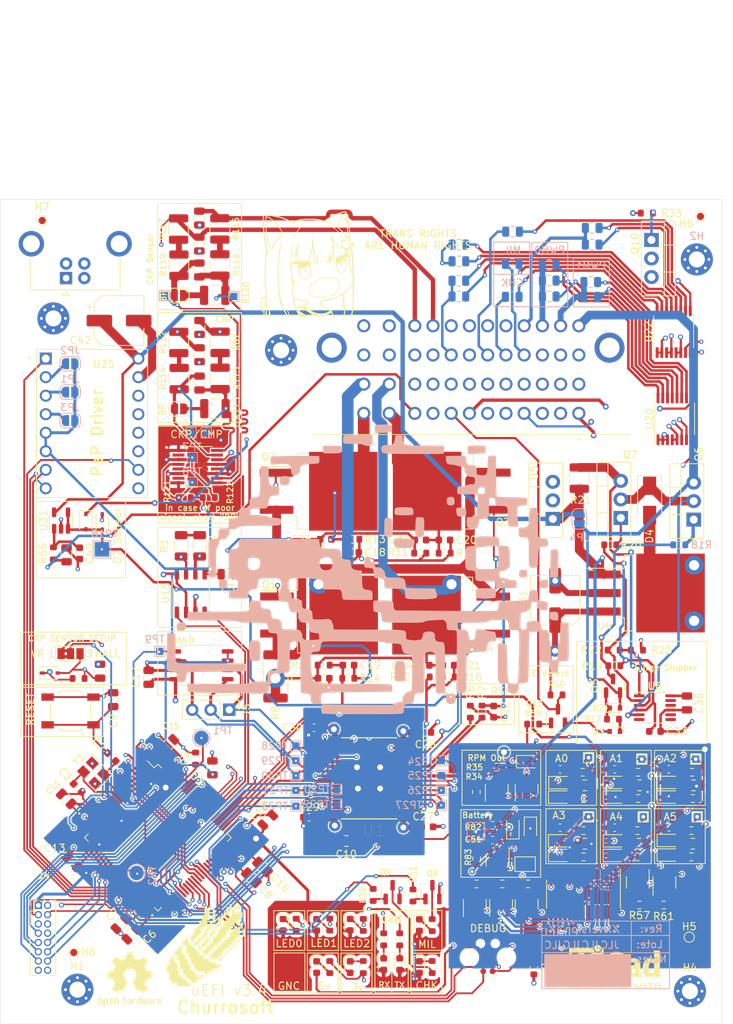
<source format=kicad_pcb>
(kicad_pcb (version 20211014) (generator pcbnew)
  (title_block (title "uEFI") (date "2022-01-10") (rev "v3.0") (company "Churrosoft") (comment 1 "MIT Licence"))
  (layers (0 "F.Cu" signal) (1 "In1.Cu" power) (2 "In2.Cu" signal) (31 "B.Cu" signal) (34 "B.Paste" user) (35 "F.Paste" user) (36 "B.SilkS" user "B.Silkscreen") (37 "F.SilkS" user "F.Silkscreen") (38 "B.Mask" user) (39 "F.Mask" user) (44 "Edge.Cuts" user))
  (net 0 "")
  (net 1 "GND")
  (net 2 "/INY3")
  (net 3 "/INY4")
  (net 4 "/INY2")
  (net 5 "/INY1")
  (net 6 "OSC_IN")
  (net 7 "OSC_OUT")
  (net 8 "+3V3")
  (net 9 "Net-(C7-Pad1)")
  (net 10 "Net-(C8-Pad1)")
  (net 11 "/NRST")
  (net 12 "/USB_D+")
  (net 13 "/USB_D-")
  (net 14 "/SYS_SWO")
  (net 15 "/SYS_SWCLK")
  (net 16 "/SYS_SWDIO")
  (net 17 "Net-(R2-Pad1)")
  (net 18 "Net-(TP2-Pad1)")
  (net 19 "Net-(D1-Pad1)")
  (net 20 "/MTR_STEP")
  (net 21 "/MTR_DIR")
  (net 22 "/MTR_FAULT")
  (net 23 "/ECN2")
  (net 24 "/ECN3")
  (net 25 "/ECN4")
  (net 26 "/MTR_ENABLE")
  (net 27 "/RPM_OUT")
  (net 28 "/AUX_CS_1")
  (net 29 "/AUX_CS_2")
  (net 30 "/Sheet5FA9324A/FB0")
  (net 31 "/AUX_OUT_4")
  (net 32 "/Sheet5FA9324A/FB1")
  (net 33 "/Sheet5FA9324A/FB2")
  (net 34 "/CAN1_RX")
  (net 35 "/CAN1_TX")
  (net 36 "/AUX_IN_1")
  (net 37 "/AUX_IN_2")
  (net 38 "/AUX_IN_3")
  (net 39 "/AUX_IN_4")
  (net 40 "/LED_CAN_RX")
  (net 41 "/LED_CAN_TX")
  (net 42 "/VBUS")
  (net 43 "/Sheet5FA9324A/FB3")
  (net 44 "/R_LMB")
  (net 45 "GNDA")
  (net 46 "/Sheet5FA9324A/GD1")
  (net 47 "/ECN1")
  (net 48 "/Sheet5FA9324A/GD0")
  (net 49 "/Sheet5FA9324A/GD2")
  (net 50 "/MEMORY_CS")
  (net 51 "/Sheet5FA9324A/GD3")
  (net 53 "Net-(Q11-Pad3)")
  (net 54 "Net-(Q11-Pad1)")
  (net 55 "Net-(Q8-Pad1)")
  (net 56 "Net-(Q9-Pad1)")
  (net 57 "/MIL_OUT")
  (net 58 "/CHK_OUT")
  (net 59 "/PMIC_ENABLE")
  (net 60 "/PMIC_MAXI")
  (net 61 "/PMIC_NOMI")
  (net 62 "/PMIC_SPARK")
  (net 63 "/SPI2_MISO")
  (net 64 "/SPI2_SCK")
  (net 65 "/PMIC_CS")
  (net 67 "/SPI2_MOSI")
  (net 68 "/GNC_GLP")
  (net 69 "/RSN")
  (net 70 "/RSP")
  (net 71 "Net-(C22-Pad2)")
  (net 72 "/Sensores/CH7")
  (net 73 "/Sensores/CH0")
  (net 74 "M1")
  (net 75 "L1")
  (net 76 "M2")
  (net 77 "L2")
  (net 78 "H4")
  (net 79 "G4")
  (net 80 "F4")
  (net 81 "E4")
  (net 82 "CMP-")
  (net 83 "CMP+")
  (net 84 "CKP+")
  (net 85 "H3")
  (net 86 "G3")
  (net 87 "F3")
  (net 88 "L4")
  (net 89 "L3")
  (net 90 "+12VA")
  (net 91 "+12V")
  (net 92 "/AUX_OUT_1")
  (net 93 "/AUX_OUT_2")
  (net 94 "Net-(C49-Pad1)")
  (net 95 "/Sensores/MUX_3v3")
  (net 96 "/AUX_OUT_3")
  (net 100 "Net-(C33-Pad1)")
  (net 101 "Net-(D2-Pad1)")
  (net 102 "Net-(D3-Pad1)")
  (net 103 "Net-(D4-Pad1)")
  (net 111 "/Sensores/CH1")
  (net 114 "Net-(Q6-Pad1)")
  (net 115 "Net-(Q7-Pad1)")
  (net 116 "Net-(Q7-Pad3)")
  (net 117 "Net-(R22-Pad2)")
  (net 119 "Net-(C51-Pad1)")
  (net 120 "+5VA")
  (net 121 "Net-(JP23-Pad2)")
  (net 122 "Net-(JP24-Pad2)")
  (net 123 "Net-(R113-Pad1)")
  (net 124 "Net-(R112-Pad2)")
  (net 125 "Net-(R116-Pad2)")
  (net 126 "Net-(R117-Pad2)")
  (net 127 "/CKP")
  (net 128 "/CMP")
  (net 129 "/CKP/CMP_sensors/IN1+")
  (net 130 "/CKP/CMP_sensors/IN1-")
  (net 131 "/CKP/CMP_sensors/IN2-")
  (net 132 "/CKP/CMP_sensors/IN2+")
  (net 133 "/R_ECN_INY")
  (net 134 "/R_GNC_GLP")
  (net 135 "/R_AAC")
  (net 136 "/TIM9_CH1")
  (net 137 "/TIM9_CH2")
  (net 138 "Net-(D5-Pad1)")
  (net 139 "Net-(D6-Pad1)")
  (net 140 "Net-(D7-Pad1)")
  (net 141 "J1")
  (net 142 "Net-(D8-Pad1)")
  (net 143 "Net-(D9-Pad1)")
  (net 144 "Net-(D10-Pad1)")
  (net 145 "/LED0")
  (net 146 "/LED1")
  (net 147 "/LED2")
  (net 148 "Net-(D12-Pad1)")
  (net 149 "Net-(D13-Pad1)")
  (net 150 "/MIL")
  (net 151 "/CHK")
  (net 152 "CKP-")
  (net 153 "Net-(JP1-Pad2)")
  (net 154 "Net-(JP2-Pad2)")
  (net 155 "Net-(JP3-Pad2)")
  (net 156 "M4")
  (net 157 "M3")
  (net 158 "CAN+")
  (net 159 "K1")
  (net 160 "CAN-")
  (net 161 "Net-(Q5-Pad3)")
  (net 162 "Net-(Q10-Pad1)")
  (net 163 "5V_ENABLE")
  (net 164 "D4")
  (net 165 "H1")
  (net 166 "F1")
  (net 167 "E1")
  (net 168 "D1")
  (net 169 "C1")
  (net 170 "B1")
  (net 171 "A1")
  (net 172 "G1")
  (net 173 "E3")
  (net 174 "D3")
  (net 175 "C4")
  (net 176 "B4")
  (net 177 "Net-(F1-Pad1)")
  (net 178 "Net-(F2-Pad1)")
  (net 179 "Net-(F3-Pad1)")
  (net 180 "Net-(F4-Pad1)")
  (net 181 "Net-(F5-Pad1)")
  (net 182 "Net-(F6-Pad1)")
  (net 183 "Net-(F7-Pad1)")
  (net 184 "Net-(F8-Pad1)")
  (net 185 "Net-(F9-Pad1)")
  (net 186 "Net-(F10-Pad1)")
  (net 187 "Net-(F11-Pad1)")
  (net 188 "/PWM/Relays/R3_OUT")
  (net 189 "/PWM/Relays/MIL_OUT")
  (net 190 "/PWM/Relays/CHECK_ENGINE")
  (net 191 "/Sensores/CH2")
  (net 192 "/Sensores/CH3")
  (net 193 "/Sensores/CH4")
  (net 194 "/Sensores/CH5")
  (net 195 "/Sensores/CH6")
  (net 196 "Net-(JP12-Pad2)")
  (net 197 "/ADC_CS")
  (net 200 "/PA4")
  (net 201 "/PA5")
  (net 202 "/PA6")
  (net 203 "/PA7")
  (net 204 "+5C")
  (net 205 "/Sensores/B")
  (net 206 "Net-(Q13-Pad1)")
  (net 207 "/ACC_DET")
  (net 208 "/CKP/CMP_sensors/CKP_VR")
  (net 209 "/Sensores/C")
  (net 210 "/Sensores/A")
  (net 211 "Net-(R57-Pad2)")
  (net 212 "/Sensores/mux_out")
  (net 213 "/MUX_B")
  (net 214 "/MUX_C")
  (net 215 "/MUX_A")
  (net 216 "/MUX_OUT")
  (net 220 "Net-(R1-Pad1)")
  (net 221 "Net-(U6-Pad12)")
  (footprint "Symbol:OSHW-Logo2_9.8x8mm_SilkScreen" (layer "F.Cu") (at 73 150.5)
    (fp_text reference "LOGO1" hide)
    (fp_text value "Logo_Open_Hardware_Large" hide)
  )
  (footprint "Resistor_SMD:R_0603_1608Metric" (layer "F.Cu") (at 83.82 84.455)
    (fp_text reference "R122")
    (fp_text value "R_Small")
  )
  (footprint "Diode_SMD:D_SOD-323" (layer "F.Cu") (at 139.4 133.5)
    (fp_text reference "D29" hide)
    (fp_text value "K26")
  )
  (footprint "Diode_SMD:D_SOD-523" (layer "F.Cu") (at 139.5 113.298)
    (fp_text reference "D2")
    (fp_text value "1N4148")
  )
  (footprint "Capacitor_SMD:C_0603_1608Metric" (layer "F.Cu") (at 116.684 107.442)
    (fp_text reference "C21")
    (fp_text value "10pF")
  )
  (footprint "Resistor_SMD:R_0603_1608Metric" (layer "F.Cu") (at 120.5 124.8 -90)
    (fp_text reference "R34")
    (fp_text value "1k")
  )
  (footprint "Resistor_SMD:R_0603_1608Metric" (layer "F.Cu") (at 100.4 148.8 90)
    (fp_text reference "R4" hide)
    (fp_text value "4.7k")
  )
  (footprint "Capacitor_SMD:C_0805_2012Metric" (layer "F.Cu") (at 84.3 121.5 90)
    (fp_text reference "C14" hide)
    (fp_text value "100nF")
  )
  (footprint "Capacitor_SMD:C_0805_2012Metric" (layer "F.Cu") (at 64.25 125.75 135)
    (fp_text reference "C11")
    (fp_text value "100nF")
  )
  (footprint "Capacitor_SMD:C_0805_2012Metric" (layer "F.Cu") (at 70.699 112.1516 90)
    (fp_text reference "C9")
    (fp_text value "100nF")
  )
  (footprint "Resistor_SMD:R_0603_1608Metric" (layer "F.Cu") (at 142.875 140.3 180)
    (fp_text reference "R57")
    (fp_text value "1k7")
  )
  (footprint "Resistor_SMD:R_0603_1608Metric" (layer "F.Cu") (at 150.2 125.7)
    (fp_text reference "R40" hide)
    (fp_text value "2.49k +-1%")
  )
  (footprint "Resistor_SMD:R_0603_1608Metric" (layer "F.Cu") (at 150 133.7)
    (fp_text reference "R45" hide)
    (fp_text value "2.49k +-1%")
  )
  (footprint "Resistor_SMD:R_0603_1608Metric" (layer "F.Cu") (at 105 143.025 90)
    (fp_text reference "R27" hide)
    (fp_text value "4.7k")
  )
  (footprint "Package_TO_SOT_SMD:SOT-23" (layer "F.Cu") (at 139.25 110.25 90)
    (fp_text reference "Q5")
    (fp_text value "SS8050")
  )
  (footprint "Resistor_SMD:R_0603_1608Metric" (layer "F.Cu") (at 112.807 92.07)
    (fp_text reference "R11")
    (fp_text value "4.02k")
  )
  (footprint "Symbol:KiCad-Logo2_5mm_SilkScreen" (layer "F.Cu") (at 139.5 148.75)
    (fp_text reference "SYM1" hide)
    (fp_text value "SYM_Hot_Small" hide)
  )
  (footprint "Resistor_SMD:R_0603_1608Metric" (layer "F.Cu") (at 107.8 145 90)
    (fp_text reference "R24" hide)
    (fp_text value "4.7k")
  )
  (footprint "Resistor_SMD:R_0603_1608Metric" (layer "F.Cu") (at 113.284 109.042)
    (fp_text reference "R12")
    (fp_text value "4.02k")
  )
  (footprint "Diode_SMD:D_SOD-323" (layer "F.Cu") (at 131.9 131.5)
    (fp_text reference "D22" hide)
    (fp_text value "K26")
  )
  (footprint "MountingHole:MountingHole_2.2mm_M2_Pad_Via" (layer "F.Cu") (at 62.5 59.9)
    (fp_text reference "H9" hide)
    (fp_text value "MountingHole" hide)
  )
  (footprint "Capacitor_SMD:C_0603_1608Metric" (layer "F.Cu") (at 113.792 129.5908 180)
    (fp_text reference "C27")
    (fp_text value "10nF")
  )
  (footprint "Capacitor_SMD:C_0603_1608Metric" (layer "F.Cu") (at 112.832 90.27 180)
    (fp_text reference "C23")
    (fp_text value "10nF")
  )
  (footprint "Capacitor_SMD:C_0603_1608Metric" (layer "F.Cu") (at 145 116.5)
    (fp_text reference "C33")
    (fp_text value "47nF")
  )
  (footprint "LED_SMD:LED_0603_1608Metric" (layer "F.Cu") (at 107.8 148.4 -90)
    (fp_text reference "D7" hide)
    (fp_text value "LED")
  )
  (footprint "Package_TO_SOT_SMD:SOT-23" (layer "F.Cu") (at 123.9 140.2 90)
    (fp_text reference "Q15" hide)
    (fp_text value "AO3400A")
  )
  (footprint "Capacitor_SMD:CP_Elec_6.3x7.7" (layer "F.Cu") (at 131.318 98.552 90)
    (fp_text reference "C31")
    (fp_text value "100uF ±20% 35V")
  )
  (footprint "Jumper:SolderJumper-2_P1.3mm_Open_RoundedPad1.0x1.5mm" (layer "F.Cu") (at 79.7106 56.7534)
    (fp_text reference "JP24" hide)
    (fp_text value "SolderJumper_2_Open" hide)
  )
  (footprint "Package_TO_SOT_SMD:SOT-23-5" (layer "F.Cu") (at 142.65 137.2125 -90)
    (fp_text reference "U9" hide)
    (fp_text value "OPA340NA")
  )
  (footprint "Package_TO_SOT_SMD:SOT-23-5" (layer "F.Cu") (at 63.55 87.6 90)
    (fp_text reference "U31")
    (fp_text value "LM321")
  )
  (footprint "LED_SMD:LED_0603_1608Metric" (layer "F.Cu") (at 103.2 148.8 -90)
    (fp_text reference "D1" hide)
    (fp_text value "LED")
  )
  (footprint "Capacitor_SMD:C_0805_2012Metric" (layer "F.Cu") (at 65.1 134.4 135)
    (fp_text reference "C13")
    (fp_text value "100nF")
  )
  (footprint "Capacitor_SMD:C_0603_1608Metric" (layer "F.Cu") (at 99.857 90.17 180)
    (fp_text reference "C25")
    (fp_text value "10nF")
  )
  (footprint "TestPoint:TestPoint_THTPad_1.0x1.0mm_Drill0.5mm" (layer "F.Cu") (at 135.9 128.2)
    (fp_text reference "TP13" hide)
    (fp_text value "TestPoint_Alt")
  )
  (footprint "Diode_SMD:D_SOD-323" (layer "F.Cu") (at 146.8 131.45)
    (fp_text reference "D27" hide)
    (fp_text value "K26")
  )
  (footprint "OpenEFI-STM32F_rev3:churro_new_v4" (layer "F.Cu") (at 83.6 145.8)
    (fp_text reference "Churrosoft")
    (fp_text value "SYM_Hot_Large" hide)
  )
  (footprint "Resistor_SMD:R_0603_1608Metric" (layer "F.Cu") (at 95.8 143 90)
    (fp_text reference "R25" hide)
    (fp_text value "4.7k")
  )
  (footprint "Resistor_SMD:R_0603_1608Metric" (layer "F.Cu") (at 142.6 133.7)
    (fp_text reference "R44" hide)
    (fp_text value "2.49k +-1%")
  )
  (footprint "Capacitor_SMD:C_0603_1608Metric" (layer "F.Cu") (at 65.822751 124.242751 -45)
    (fp_text reference "C3")
    (fp_text value "15pF")
  )
  (footprint "Resistor_SMD:R_0603_1608Metric" (layer "F.Cu") (at 102.943 109.22)
    (fp_text reference "R14")
    (fp_text value "36K")
  )
  (footprint "Diode_SMD:D_SOD-323" (layer "F.Cu") (at 139.4 131.5)
    (fp_text reference "D26" hide)
    (fp_text value "K26")
  )
  (footprint "Capacitor_SMD:C_0805_2012Metric" (layer "F.Cu") (at 64.3 92.3 90)
    (fp_text reference "C1" hide)
    (fp_text value "100nF")
  )
  (footprint "Capacitor_SMD:C_0805_2012Metric" (layer "F.Cu") (at 82.5424 68.754 90)
    (fp_text reference "C54" hide)
    (fp_text value "0.01uF")
  )
  (footprint "TestPoint:TestPoint_Pad_D1.0mm" (layer "F.Cu") (at 149.7 144.7)
    (fp_text reference "H5")
    (fp_text value "MountingHole" hide)
  )
  (footprint "Diode_SMD:D_SOD-323" (layer "F.Cu") (at 66.95 87.75 -90)
    (fp_text reference "D17" hide)
    (fp_text value "K26")
  )
  (footprint "Resistor_SMD:R_0603_1608Metric" (layer "F.Cu") (at 116.157 92.07 180)
    (fp_text reference "R15")
    (fp_text value "36K")
  )
  (footprint "Package_TO_SOT_SMD:SOT-23" (layer "F.Cu") (at 127.4 140.2 90)
    (fp_text reference "Q16" hide)
    (fp_text value "AO3400A")
  )
  (footprint "Package_SO:TSSOP-16_4.4x5mm_P0.65mm" (layer "F.Cu") (at 147.701 73.66 90)
    (fp_text reference "U20")
    (fp_text value "TPL7407LAPWR")
  )
  (footprint "LED_SMD:LED_0603_1608Metric" (layer "F.Cu") (at 110 148.4 -90)
    (fp_text reference "D6" hide)
    (fp_text value "LED")
  )
  (footprint "Diode_SMD:D_SOD-323" (layer "F.Cu") (at 62.05 108.5)
    (fp_text reference "D14" hide)
    (fp_text value "K26")
  )
  (footprint "Capacitor_SMD:C_0603_1608Metric" (layer "F.Cu") (at 66.1 92.1 -90)
    (fp_text reference "C49")
    (fp_text value "0.22uF")
  )
  (footprint "Package_SO:TSSOP-16_4.4x5mm_P0.65mm" (layer "F.Cu") (at 147.574 61.722 90)
    (fp_text reference "U22")
    (fp_text value "TPL7407LAPWR")
  )
  (footprint "Diode_SMD:D_SOD-323" (layer "F.Cu") (at 139.4 125.5)
    (fp_text reference "D18" hide)
    (fp_text value "K26")
  )
  (footprint "LED_SMD:LED_0603_1608Metric" (layer "F.Cu") (at 103.2 142.9875 -90)
    (fp_text reference "D10" hide)
    (fp_text value "LED")
  )
  (footprint "Resistor_SMD:R_0603_1608Metric" (layer "F.Cu") (at 130.6 144.1 90)
    (fp_text reference "R50" hide)
    (fp_text value "10k")
  )
  (footprint "Diode_SMD:D_SOD-323" (layer "F.Cu") (at 69.2 87.8 90)
    (fp_text reference "D20" hide)
    (fp_text value "K26")
  )
  (footprint "Resistor_SMD:R_0603_1608Metric" (layer "F.Cu") (at 62.5 92.1 -90)
    (fp_text reference "R56")
    (fp_text value "470R")
  )
  (footprint "Resistor_SMD:R_0603_1608Metric" (layer "F.Cu") (at 120.525 137.4 180)
    (fp_text reference "R52" hide)
    (fp_text value "10k")
  )
  (footprint "Resistor_SMD:R_0603_1608Metric" (layer "F.Cu") (at 121.285 113.792 -90)
    (fp_text reference "R7")
    (fp_text value "100R" hide)
  )
  (footprint "Package_SO:MSOP-12_3x4mm_P0.65mm" (layer "F.Cu") (at 145 113.25)
    (fp_text reference "U6")
    (fp_text value "LT4363IMS")
  )
  (footprint "Resistor_SMD:R_1210_3225Metric" (layer "F.Cu") (at 85.328 47.6352 -90)
    (fp_text reference "R116")
    (fp_text value "4.99K 1/2W")
  )
  (footprint "Package_TO_SOT_SMD:SOT-23" (layer "F.Cu") (at 114.479334 138.530263 90)
    (fp_text reference "Q8")
    (fp_text value "SS8050" hide)
  )
  (footprint "Resistor_SMD:R_0603_1608Metric" (layer "F.Cu") (at 128.3 115.5)
    (fp_text reference "R58")
    (fp_text value "10k")
  )
  (footprint "Resistor_SMD:R_0603_1608Metric" (layer "F.Cu") (at 111.812334 138.989763 -90)
    (fp_text reference "R31")
    (fp_text value "1k")
  )
  (footprint "Package_QFP:LQFP-100_14x14mm_P0.5mm" (layer "F.Cu") (at 76.835 131.064 -45)
    (fp_text reference "U3")
    (fp_text value "STM32F407VGTx")
  )
  (footprint "Diode_SMD:D_SOD-323" (layer "F.Cu") (at 127.925 129.747 -90)
    (fp_text reference "D28" hide)
    (fp_text value "K26")
  )
  (footprint "Resistor_SMD:R_0603_1608Metric" (layer "F.Cu") (at 100.4 142.975 90)
    (fp_text reference "R26" hide)
    (fp_text value "4.7k")
  )
  (footprint "Capacitor_SMD:C_0603_1608Metric" (layer "F.Cu") (at 139.5 129.7 180)
    (fp_text reference "C46" hide)
    (fp_text value "0.22uF")
  )
  (footprint "TestPoint:TestPoint_THTPad_1.0x1.0mm_Drill0.5mm" (layer "F.Cu") (at 150.8 128.2)
    (fp_text reference "TP15" hide)
    (fp_text value "TestPoint_Alt")
  )
  (footprint "Package_TO_SOT_THT:TO-220-3_Vertical" (layer "F.Cu") (at 130.993 87.376 90)
    (fp_text reference "U5")
    (fp_text value "MIC2940A-5.0WT" hide)
  )
  (footprint "LED_SMD:LED_0603_1608Metric" (layer "F.Cu") (at 112.7 143.05 -90)
    (fp_text reference "D12" hide)
    (fp_text value "LED")
  )
  (footprint "Connector_PinHeader_2.54mm:PinHeader_1x03_P2.54mm_Vertical" (layer "F.Cu") (at 86.614 113.538 -90)
    (fp_text reference "J5")
    (fp_text value "Conn_01x03")
  )
  (footprint "Capacitor_SMD:C_0805_2012Metric" (layer "F.Cu") (at 150.2 131.9)
    (fp_text reference "C43" hide)
    (fp_text value "100nF")
  )
  (footprint "TestPoint:TestPoint_THTPad_1.0x1.0mm_Drill0.5mm" (layer "F.Cu") (at 143.4 128.2)
    (fp_text reference "TP14" hide)
    (fp_text value "TestPoint_Alt")
  )
  (footprint "Jumper:SolderJumper-2_P1.3mm_Open_TrianglePad1.0x1.5mm" (layer "F.Cu") (at 127.2 134.7)
    (fp_text reference "JP12" hide)
    (fp_text value "Jumper_NC_Small")
  )
  (footprint "Diode_SMD:D_SMA" (layer "F.Cu") (at 144.272 84.836 -90)
    (fp_text reference "D4")
    (fp_text value "SMAJ58CA")
  )
  (footprint "Capacitor_SMD:C_0805_2012Metric" (layer "F.Cu") (at 91.178249 135.078249 -45)
    (fp_text reference "C16")
    (fp_text value "4.7uF")
  )
  (footprint "Capacitor_SMD:C_0603_1608Metric" (layer "F.Cu") (at 99.568 109.22 180)
    (fp_text reference "C26")
    (fp_text value "10nF")
  )
  (footprint "Resistor_SMD:R_0603_1608Metric" (layer "F.Cu") (at 142.6 130.1)
    (fp_text reference "R47" hide)
    (fp_text value "470R")
  )
  (footprint "Diode_SMD:D_SOD-323" (layer "F.Cu") (at 131.93 123.53)
    (fp_text reference "D16" hide)
    (fp_text value "K26")
  )
  (footprint "Package_TO_SOT_SMD:SOT-23-5" (layer "F.Cu") (at 146.3 137.2 90)
    (fp_text reference "U12" hide)
    (fp_text value "OPA340NA")
  )
  (footprint "LED_SMD:LED_0603_1608Metric" (layer "F.Cu") (at 94 143 -90)
    (fp_text reference "D8" hide)
    (fp_text value "LED")
  )
  (footprint "Capacitor_SMD:C_0805_2012Metric" (layer "F.Cu") (at 78.321751 118.278249 45)
    (fp_text reference "C15")
    (fp_text value "100nF")
  )
  (footprint "Resistor_SMD:R_0603_1608Metric" (layer "F.Cu") (at 142.7 122.1)
    (fp_text reference "R39" hide)
    (fp_text value "470R")
  )
  (footprint "Resistor_SMD:R_1206_3216Metric" (layer "F.Cu") (at 80.012 91.0664 -90)
    (fp_text reference "R1")
    (fp_text value "120R")
  )
  (footprint "Resistor_SMD:R_0603_1608Metric" (layer "F.Cu") (at 127.6 137.4 180)
    (fp_text reference "R54" hide)
    (fp_text value "10k")
  )
  (footprint "Diode_SMD:D_SOD-323" (layer "F.Cu") (at 127.508 120.65)
    (fp_text reference "D11" hide)
    (fp_text value "MM3Z24VT1G")
  )
  (footprint "Capacitor_SMD:C_0603_1608Metric" (layer "F.Cu") (at 146.9 121.7 180)
    (fp_text reference "C38" hide)
    (fp_text value "0.22uF")
  )
  (footprint "Resistor_SMD:R_1210_3225Metric" (layer "F.Cu") (at 79.6924 63.1957 -90)
    (fp_text reference "R112")
    (fp_text value "4.99K 1/2W")
  )
  (footprint "Capacitor_SMD:C_0805_2012Metric" (layer "F.Cu") (at 82.513 53.26 90)
    (fp_text reference "C57" hide)
    (fp_text value "0.01uF")
  )
  (footprint "Package_TO_SOT_SMD:SOT-23" (layer "F.Cu") (at 123.3 124.4 90)
    (fp_text reference "Q11" hide)
    (fp_text value "SS8050")
  )
  (footprint "Package_TO_SOT_SMD:TO-263-2" (layer "F.Cu") (at 98.936 100.553)
    (fp_text reference "Q1")
    (fp_text value "ISL9V5045S3ST")
  )
  (footprint "Resistor_SMD:R_0603_1608Metric" (layer "F.Cu") (at 128.397 148.971 -90)
    (fp_text reference "R46")
    (fp_text value "0")
  )
  (footprint "Capacitor_SMD:C_0805_2012Metric" (layer "F.Cu") (at 71.755 142.875 -135)
    (fp_text reference "C7")
    (fp_text value "2.2uF")
  )
  (footprint "Resistor_SMD:R_0603_1608Metric" (layer "F.Cu") (at 119.685 113.792 -90)
    (fp_text reference "R6")
    (fp_text value "100R")
  )
  (footprint "Resistor_SMD:R_1210_3225Metric" (layer "F.Cu") (at 79.713 52.6055 -90)
    (fp_text reference "R119")
    (fp_text value "4.99K 1/2W")
  )
  (footprint "Diode_SMD:D_SOD-323" (layer "F.Cu") (at 146.8 133.45)
    (fp_text reference "D30" hide)
    (fp_text value "K26")
  )
  (footprint "Jumper:SolderJumper-3_P1.3mm_Bridged2Bar12_Pad1.0x1.5mm_NumberLabels" (layer "F.Cu") (at 64.85 105.85)
    (fp_text reference "JP11" hide)
    (fp_text value "vr/hall")
  )
  (footprint "Diode_SMD:D_SOD-323" (layer "F.Cu") (at 131.9 125.5)
    (fp_text reference "D19" hide)
    (fp_text value "K26")
  )
  (footprint "Capacitor_SMD:C_0805_2012Metric" (layer "F.Cu") (at 89.65 136.55 -45)
    (fp_text reference "C8")
    (fp_text value "2.2uF")
  )
  (footprint "Capacitor_SMD:C_0603_1608Metric" (layer "F.Cu") (at 146.95 129.65 180)
    (fp_text reference "C48" hide)
    (fp_text value "0.22uF")
  )
  (footprint "Package_TO_SOT_THT:TO-220-3_Vertical" (layer "F.Cu") (at 140.3148 87.249 90)
    (fp_text reference "Q7")
    (fp_text value "IRLZ44N")
  )
  (footprint "Capacitor_SMD:CP_Elec_6.3x7.7" (layer "F.Cu") (at 71.5 60.2)
    (fp_text reference "C42")
    (fp_text value "100uF ±20% 35V")
  )
  (footprint "MountingHole:MountingHole_2.2mm_M2_Pad_Via" (layer "F.Cu") (at 65.8 151.9)
    (fp_text reference "H1")
    (fp_text value "MountingHole" hide)
  )
  (footprint "Capacitor_SMD:C_0603_1608Metric" (layer "F.Cu") (at 103.607 91.97)
    (fp_text reference "C18")
    (fp_text value "10pF")
  )
  (footprint "TestPoint:TestPoint_Pad_D1.0mm" (layer "F.Cu") (at 60.96 46.482)
    (fp_text reference "H7")
    (fp_text value "MountingHole" hide)
  )
  (footprint "uEFI_Library:IC_DRV8825_STEPPER_MOTOR_DRIVER_CARRIER" (layer "F.Cu") (at 67.8 74.3)
    (fp_text reference "U23")
    (fp_text value "PaP_Driver_v1")
  )
  (footprint "Connector:Tag-Connect_TC2030-IDC-FP_2x03_P1.27mm_Vertical" (layer "F.Cu") (at 122.09 148.11 90)
    (fp_text reference "J2" hide)
    (fp_text value "Tag connect")
  )
  (footprint "MountingHole:MountingHole_2.2mm_M2_Pad_Via" (layer "F.Cu") (at 149.8 152.1)
    (fp_text reference "H4")
    (fp_text value "MountingHole" hide)
  )
  (footprint "Capacitor_SMD:C_0603_1608Metric" (layer "F.Cu") (at 139.5 121.7 180)
    (fp_text reference "C35" hide)
    (fp_text value "0.22uF")
  )
  (footprint "Package_SO:SOIC-8_5.275x5.275mm_P1.27mm" (layer "F.Cu") (at 82.804 107.442)
    (fp_text reference "U7" hide)
    (fp_text value "25LCxxx")
  )
  (footprint "Resistor_SMD:R_0603_1608Metric" (layer "F.Cu") (at 139.336 105.36)
    (fp_text reference "R22")
    (fp_text value "57.6K 1/10W")
  )
  (footprint "Connector_PinHeader_1.27mm:PinHeader_2x08_P1.27mm_Vertical" (layer "F.Cu") (at 60.43 140.35)
    (fp_text reference "J4")
    (fp_text value "Conn_02x08_Odd_Even" hide)
  )
  (footprint "Capacitor_SMD:C_0805_2012Metric" (layer "F.Cu") (at 86.45 94.95)
    (fp_text reference "C5")
    (fp_text value "100nF")
  )
  (footprint "Resistor_SMD:R_2512_6332Metric" (layer "F.Cu") (at 92.964 108.966 -90)
    (fp_text reference "R8")
    (fp_text value "0.02R")
  )
  (footprint "Resistor_SMD:R_0603_1608Metric" (layer "F.Cu") (at 143.891 45.466)
    (fp_text reference "R33")
    (fp_text value "10R 1/10W")
  )
  (footprint "Resistor_SMD:R_0603_1608Metric" (layer "F.Cu") (at 99.568 107.42)
    (fp_text reference "R10")
    (fp_text value "4.02k")
  )
  (footprint "lethalbit-graphics:nya_a" (layer "F.Cu") (at 97.55 52.65)
    (fp_text reference "G***" hide)
    (fp_text value "nya_a" hide)
  )
  (footprint "Resistor_SMD:R_0603_1608Metric" (layer "F.Cu") (at 131.5 111.5)
    (fp_text reference "R59")
    (fp_text value "10k")
  )
  (footprint "uEFI_Library:SOP65P1030X245-33N" (layer "F.Cu") (at 105.791 122.936)
    (fp_text reference "U1")
    (fp_text value "MCZ33810EK")
  )
  (footprint "Capacitor_SMD:C_0603_1608Metric" (layer "F.Cu") (at 132 121.7 180)
    (fp_text reference "C4" hide)
    (fp_text value "0.22uF")
  )
  (footprint "Resistor_SMD:R_0603_1608Metric" (layer "F.Cu") (at 135.2 130.1)
    (fp_text reference "R43" hide)
    (fp_text value "470R")
  )
  (footprint "LED_SMD:LED_0603_1608Metric" (layer "F.Cu") (at 98.6 148.8 -90)
    (fp_text reference "D5" hide)
    (fp_text value "LED")
  )
  (footprint "Resistor_SMD:R_1210_3225Metric" (layer "F.Cu") (at 79.663 47.6555 -90)
    (fp_text reference "R117")
    (fp_text value "4.99K 1/2W" hide)
  )
  (footprint "Resistor_SMD:R_1210_3225Metric" (layer "F.Cu") (at 85.328 52.5735 -90)
    (fp_text reference "R118")
    (fp_text value "4.99K 1/2W" hide)
  )
  (footprint "Package_TO_SOT_THT:TO-220-3_Vertical" (layer "F.Cu") (at 144.526 49.149 -90)
    (fp_text reference "Q10")
    (fp_text value "IRF540N" hide)
  )
  (footprint "Package_SO:SOIC-16_3.9x9.9mm_P1.27mm" (layer "F.Cu") (at 135.2 138.8 -90)
    (fp_text reference "U2" hide)
    (fp_text value "74HC4851")
  )
  (footprint "Package_TO_SOT_SMD:TO-263-2" (layer "F.Cu") (at 117.052 100.565 180)
    (fp_text reference "Q4")
    (fp_text value "ISL9V5045S3ST")
  )
  (footprint "Resistor_SMD:R_1210_3225Metric" (layer "F.Cu") (at 84.6275 56.7284 180)
    (fp_text reference "R120")
    (fp_text value "4.99K 1/2W")
  )
  (footprint "Package_TO_SOT_SMD:SOT-23" (layer "F.Cu") (at 131.7 114.4 90)
    (fp_text reference "Q13")
    (fp_text value "AO3400A")
  )
  (footprint "Diode_SMD:D_SOD-323" (layer "F.Cu") (at 131.9 133.5)
    (fp_text reference "D24" hide)
    (fp_text value "K26")
  )
  (footprint "Resistor_SMD:R_0603_1608Metric" (layer "F.Cu") (at 135.2 133.7 180)
    (fp_text reference "R41" hide)
    (fp_text value "2.49k +-1%")
  )
  (footprint "Package_TO_SOT_THT:TO-220-3_Vertical" (layer "F.Cu") (at 150.3172 87.4776 90)
    (fp_text reference "Q6")
    (fp_text value "IRLZ44N")
  )
  (footprint "Package_TO_SOT_SMD:SOT-23" (layer "F.Cu") (at 120.3 140.2 90)
    (fp_text reference "Q14" hide)
    (fp_text value "AO3400A")
  )
  (footprint "Resistor_SMD:R_0603_1608Metric" (layer "F.Cu") (at 135.2 125.7)
    (fp_text reference "R36" hide)
    (fp_text value "2.49k +-1%")
  )
  (footprint "Capacitor_SMD:C_0805_2012Metric" (layer "F.Cu") (at 135.4 131.9)
    (fp_text reference "C39" hide)
    (fp_text value "100nF")
  )
  (footprint "Diode_SMD:D_SOD-323" (layer "F.Cu") (at 146.8 123.5)
    (fp_text reference "D21" hide)
    (fp_text value "K26")
  )
  (footprint "Resistor_SMD:R_1210_3225Metric" (layer "F.Cu") (at 84.6569 72.2686 180)
    (fp_text reference "R115")
    (fp_text value "4.99K 1/2W")
  )
  (footprint "Resistor_SMD:R_0603_1608Metric" (layer "F.Cu") (at 150 130.1)
    (fp_text reference "R48" hide)
    (fp_text value "470R")
  )
  (footprint "Package_TO_SOT_SMD:SOT-23" (layer "F.Cu") (at 127.4 124.4 90)
    (fp_text reference "Q12" hide)
    (fp_text value "AO3400A")
  )
  (footprint "Resistor_SMD:R_0603_1608Metric" (layer "F.Cu") (at 65.95 109.25)
    (fp_text reference "R60" hide)
    (fp_text value "10k")
  )
  (footprint "Resistor_SMD:R_0603_1608Metric" (layer "F.Cu") (at 124.075 137.4 180)
    (fp_text reference "R53" hide)
    (fp_text value "10k")
  )
  (footprint "Resistor_SMD:R_0603_1608Metric" (layer "F.Cu") (at 123.2935 121.4)
    (fp_text reference "R35")
    (fp_text value "100k")
  )
  (footprint "MountingHole:MountingHole_2.2mm_M2_Pad_Via" (layer "F.Cu") (at 93.726 64.262)
    (fp_text reference "H3" hide)
    (fp_text value "MountingHole" hide)
  )
  (footprint "Resistor_SMD:R_0603_1608Metric" (layer "F.Cu") (at 80.518 84.455 180)
    (fp_text reference "R121")
    (fp_text value "R_Small")
  )
  (footprint "Resistor_SMD:R_0603_1608Metric" (layer "F.Cu") (at 105 148.8 -90)
    (fp_text reference "R3" hide)
    (fp_text value "4.7k")
  )
  (footprint "LED_SMD:LED_0603_1608Metric" (layer "F.Cu") (at 112.7 148.8 -90)
    (fp_text reference "D13" hide)
    (fp_text value "LED")
  )
  (footprint "Resistor_SMD:R_0603_1608Metric" (layer "F.Cu") (at 135.1 122.1)
    (fp_text reference "R38" hide)
    (fp_text value "470R")
  )
  (footprint "Package_TO_SOT_SMD:TO-263-3_TabPin2" (layer "F.Cu") (at 143.764 97.536)
    (fp_text reference "U4")
    (fp_text value "MIC2940A-3.3WU")
  )
  (footprint "LED_SMD:LED_0603_1608Metric" (layer "F.Cu") (at 98.6 143.0125 -90)
    (fp_text reference "D9" hide)
    (fp_text value "LED")
  )
  (footprint "Capacitor_SMD:C_0805_2012Metric" (layer "F.Cu") (at 91.9 128.651 45)
    (fp_text reference "C12")
    (fp_text value "100nF")
  )
  (footprint "Package_TO_SOT_SMD:SOT-23-5" (layer "F.Cu") (at 123.419 134.192 -90)
    (fp_text reference "U27" hide)
    (fp_text value "LM321")
  )
  (footprint "TestPoint:TestPoint_Pad_D1.0mm" (layer "F.Cu") (at 151.24 45.9184)
    (fp_text reference "H6")
    (fp_text value "MountingHole" hide)
  )
  (footprint "Capacitor_SMD:C_0603_1608Metric" (layer "F.Cu") (at 113.284 107.442 180)
    (fp_text reference "C24")
    (fp_text value "10nF")
  )
  (footprint "Capacitor_SMD:C_0805_2012Metric" (layer "F.Cu") (at 82.513 49.704 -90)
    (fp_text reference "C55" hide)
    (fp_text value "0.01uF")
  )
  (footprint "Resistor_SMD:R_0603_1608Metric" (layer "F.Cu") (at 139.428 107.5 180)
    (fp_text reference "R19")
    (fp_text value "1M 1/10W")
  )
  (footprint "Resistor_SMD:R_0603_1608Metric" (layer "F.Cu") (at 150.1 122.1)
    (fp_text reference "R42" hide)
    (fp_text value "470R")
  )
  (footprint "Capacitor_SMD:C_0603_1608Metric" (layer "F.Cu") (at 132 129.7 180)
    (fp_text reference "C44" hide)
    (fp_text value "0.22uF")
  )
  (footprint "Resistor_SMD:R_0603_1608Metric" (layer "F.Cu") (at 122.718 129.366 180)
    (fp_text reference "R82")
    (fp_text value "100k 1/10W +-1%")
  )
  (footprint "Capacitor_SMD:C_0805_2012Metric" (layer "F.Cu") (at 82.5424 64.878 -90)
    (fp_text reference "C52" hide)
    (fp_text value "0.01uF")
  )
  (footprint "Diode_SMD:D_SOD-323" (layer "F.Cu") (at 139.4 123.5)
    (fp_text reference "D15" hide)
    (fp_text value "K26")
  )
  (footprint "Capacitor_SMD:C_0805_2012Metric" (layer "F.Cu") (at 73.242249 144.308751 -135)
    (fp_text reference "C6")
    (fp_text value "1uF")
  )
  (footprint "Resistor_SMD:R_0603_1608Metric" (layer "F.Cu") (at 82 120.225 90)
    (fp_text reference "R2")
    (fp_text value "10k")
  )
  (footprint "Capacitor_SMD:C_0603_1608Metric" (layer "F.Cu") (at 116.132 90.27)
    (fp_text reference "C20")
    (fp_text value "10pF")
  )
  (footprint "Capacitor_SMD:C_0603_1608Metric" (layer "F.Cu") (at 97.5614 128.27)
    (fp_text reference "C29")
    (fp_text value "10nF")
  )
  (footprint "Resistor_SMD:R_1210_3225Metric" (layer "F.Cu") (at 79.7424 68.1457 -90)
    (fp_text reference "R114")
    (fp_text value "4.99K 1/2W" hide)
  )
  (footprint "Package_TO_SOT_SMD:TO-263-2" (layer "F.Cu") (at 98.886 83.5906)
    (fp_text reference "Q2")
    (fp_text value "ISL9V5045S3ST")
  )
  (footprint "Diode_SMD:D_SOD-523" (layer "F.Cu") (at 139.5 116.5 180)
    (fp_text reference "D3")
    (fp_text value "1N4148")
  )
  (footprint "Resistor_SMD:R_0603_1608Metric" (layer "F.Cu") (at 146.2 140.3 180)
    (fp_text reference "R61")
    (fp_text value "3k3")
  )
  (footprint "Diode_SMD:D_SOD-323" (layer "F.Cu") (at 146.8 125.5)
    (fp_text reference "D23" hide)
    (fp_text value "K26")
  )
  (footprint "Resistor_SMD:R_0603_1608Metric" (layer "F.Cu") (at 116.709 109.042 180)
    (fp_text reference "R16")
    (fp_text value "36K")
  )
  (footprint "Resistor_SMD:R_0603_1608Metric" (layer "F.Cu") (at 142.536 105.36 180)
    (fp_text reference "R23")
    (fp_text value "4.99K 1/10W")
  )
  (footprint "Package_TO_SOT_SMD:TO-263-2" (layer "F.Cu") (at 117.132 83.5716 180)
    (fp_text reference "Q3")
    (fp_text value "ISL9V5045S3ST")
  )
  (footprint "TestPoint:TestPoint_Pad_D1.0mm" (layer "F.Cu") (at 65.3 146.8)
    (fp_text reference "H8")
    (fp_text value "MountingHole" hide)
  )
  (footprint "Resistor_SMD:R_0603_1608Metric" (layer "F.Cu") (at 99.807 91.97)
    (fp_text reference "R9")
    (fp_text value "4.02k")
  )
  (footprint "Resistor_SMD:R_0603_1608Metric" (layer "F.Cu") (at 120.559 133.938 90)
    (fp_text reference "R83")
    (fp_text value "20k  1/10W +-1%")
  )
  (footprint "Capacitor_SMD:C_0603_1608Metric" (layer "F.Cu") (at 113.5126 116.6368 180)
    (fp_text reference "C28")
    (fp_text value "10nF" hide)
  )
  (footprint "Capacitor_SMD:C_0603_1608Metric" (layer "F.Cu") (at 122.885 113.792 90)
    (fp_text reference "C22")
    (fp_text value "10pF")
  )
  (footprint "Resistor_SMD:R_0603_1608Metric" (layer "F.Cu") (at 138.875 90.932 180)
    (fp_text reference "R20")
    (fp_text value "10R 1/10W")
  )
  (footprint "Capacitor_SMD:C_0603_1608Metric" (layer "F.Cu") (at 122.718 131.398 180)
    (fp_text reference "C51")
    (fp_text value "240pF")
  )
  (footprint "Resistor_SMD:R_1210_3225Metric" (layer "F.Cu") (at 85.3574 63.1754 -90)
    (fp_text reference "R81")
    (fp_text value "4.99K 1/2W")
  )
  (footprint "Connector_USB:USB_B_OST_USB-B1HSxx_Horizontal" (layer "F.Cu") (at 64.24 54.3775 90)
    (fp_text reference "J1" hide)
    (fp_text value "USB_B" hide)
  )
  (footprint "OpenEFI-STM32F_rev3:SOP63P602X175-16N" (layer "F.Cu") (at 82.29 80.2132)
    (fp_text reference "U36")
    (fp_text value "MAX9926UAEE+")
  )
  (footprint "Package_TO_SOT_SMD:SOT-23" (layer "F.Cu") (at 109.018334 138.530263 90)
    (fp_text reference "Q9")
    (fp_text value "SS8050")
  )
  (footprint "TestPoint:TestPoint_THTPad_1.0x1.0mm_Drill0.5mm" (layer "F.Cu") (at 135.9 120.1)
    (fp_text reference "TP10" hide)
    (fp_text value "TestPoint_Alt")
  )
  (footprint "Capacitor_SMD:C_0805_2012Metric" (layer "F.Cu") (at 142.9 123.9)
    (fp_text reference "C34" hide)
    (fp_text value "100nF")
  )
  (footprint "Capacitor_SMD:C_0603_1608Metric" (layer "F.Cu") (at 70.485 120.015 135)
    (fp_text reference "C2")
    (fp_text value "15pF")
  )
  (footprint "TestPoint:TestPoint_THTPad_1.0x1.0mm_Drill0.5mm" (layer "F.Cu") (at 143.2 120.3)
    (fp_text reference "TP11" hide)
    (fp_text value "TestPoint_Alt")
  )
  (footprint "Resistor_SMD:R_1206_3216Metric" (layer "F.Cu") (at 82.552 91.0664 -90)
    (fp_text reference "R28")
    (fp_text value "120R")
  )
  (footprint "Capacitor_SMD:C_0805_2012Metric" (layer "F.Cu") (at 149.4 112.6 -90)
    (fp_text reference "C36")
    (fp_text value "100nF")
  )
  (footprint "Button_Switch_SMD:SW_SPST_TL3342" (layer "F.Cu") (at 64.85 113.7)
    (fp_text reference "SW1" hide)
    (fp_text value "SW_Push")
  )
  (footprint "Resistor_SMD:R_1210_3225Metric" (layer "F.Cu") (at 85.3574 68.1137 -90)
    (fp_text reference "R113")
    (fp_text value "4.99K 1/2W" hide)
  )
  (footprint "Jumper:SolderJumper-2_P1.3mm_Open_RoundedPad1.0x1.5mm" (layer "F.Cu") (at 79.74 72.2936)
    (fp_text reference "JP23" hide)
    (fp_text value "SolderJumper_2_Open" hide)
  )
  (footprint "Capacitor_SMD:C_0805_2012Metric" (layer "F.Cu") (at 102.6668 131.5212 180)
    (fp_text reference "C10")
    (fp_text value "100nF")
  )
  (footprint "Capacitor_SMD:C_0805_2012Metric" (layer "F.Cu") (at 75.565 109.093 -90)
    (fp_text reference "C17")
    (fp_text value "100nF")
  )
  (footprint "Capacitor_SMD:C_0603_1608Metric" (layer "F.Cu") (at 102.968 107.42 180)
    (fp_text reference "C19")
    (fp_text value "10pF")
  )
  (footprint "Resistor_SMD:R_0603_1608Metric" (layer "F.Cu") (at 142.7 125.7)
    (fp_text reference "R37" hide)
    (fp_text value "2.49k +-1%")
  )
  (footprint "Resistor_SMD:R_1210_3225Metric" (layer "F.Cu") (at 134.62 81.788 90)
    (fp_text reference "R21")
    (fp_text value "0.01R")
  )
  (footprint "Resistor_SMD:R_0603_1608Metric" (layer "F.Cu") (at 132.2 144.1 90)
    (fp_text reference "R49" hide)
    (fp_text value "10k")
  )
  (footprint "Capacitor_SMD:C_0805_2012Metric" (layer "F.Cu") (at 142.8 131.9)
    (fp_text reference "C40" hide)
    (fp_text value "100nF")
  )
  (footprint "Resistor_SMD:R_0603_1608Metric" (layer "F.Cu") (at 139.25 114.822)
    (fp_text reference "R17")
    (fp_text value "10K 1/10W")
  )
  (footprint "Package_SO:HTSOP-8-1EP_3.9x4.9mm_P1.27mm_EP2.4x3.2mm" (layer "F.Cu") (at 81.3308 97.536 90)
    (fp_text reference "U15")
    (fp_text value "TJA1042T3118")
  )
  (footprint "TestPoint:TestPoint_THTPad_1.0x1.0mm_Drill0.5mm" (layer "F.Cu") (at 150.6 120.3)
    (fp_text reference "TP12" hide)
    (fp_text value "TestPoint_Alt")
  )
  (footprint "Resistor_SMD:R_0603_1608Metric" (layer "F.Cu") (at 110 145 90)
    (fp_text reference "R5" hide)
    (fp_text value "4.7k")
  )
  (footprint "OpenEFI-STM32F_rev3:366380002" (layer "F.Cu") (at 119.815 46.91 180)
    (fp_text reference "J3" hide)
    (fp_text value "36638-0002" hide)
  )
  (footprint "Resistor_SMD:R_0603_1608Metric" (layer "F.Cu") (at 133.8 144.1 90)
    (fp_text reference "R51" hide)
    (fp_text value "10k")
  )
  (footprint "Capacitor_SMD:C_0805_2012Metric" (layer "F.Cu") (at 135.4 123.9)
    (fp_text reference "C32" hide)
    (fp_text value "100nF")
  )
  (footprint "Capacitor_SMD:C_0805_2012Metric" (layer "F.Cu") (at 150.3 123.9)
    (fp_text reference "C37" hide)
    (fp_text value "100nF")
  )
  (footprint "Resistor_SMD:R_0603_1608Metric" (layer "F.Cu") (at 114.45 148.8 -90)
    (fp_text reference "R30" hide)
    (fp_text value "4.7k")
  )
  (footprint "Capacitor_SMD:C_0805_2012Metric" (layer "F.Cu") (at 68.9 108.25 90)
    (fp_text reference "C41" hide)
    (fp_text value "0.01uF")
  )
  (footprint "Resistor_SMD:R_0603_1608Metric" (layer "F.Cu") (at 114.45 143.05 90)
    (fp_text reference "R29" hide)
    (fp_text value "4.7k")
  )
  (footprint "Capacitor_SMD:C_0805_2012Metric" (layer "F.Cu") (at 82.513 46.148 -90)
    (fp_text reference "C56" hide)
    (fp_text value "0.01uF")
  )
  (footprint "Diode_SMD:D_SOD-323" (layer "F.Cu") (at 125.512 129.747 90)
    (fp_text reference "D25" hide)
    (fp_text value "K26")
  )
  (footprint "Capacitor_SMD:C_0805_2012Metric" (layer "F.Cu") (at 82.5424 61.134 -90)
    (fp_text reference "C53" hide)
    (fp_text value "0.01uF")
  )
  (footprint "Crystal:Crystal_SMD_3225-4Pin_3.2x2.5mm" (layer "F.Cu") (at 68.018142 122.211423 135)
    (fp_text reference "Y1")
    (fp_text value "25MHz")
  )
  (footprint "Resistor_SMD:R_0603_1608Metric" (layer "F.Cu") (at 103.632 90.17 180)
    (fp_text reference "R13")
    (fp_text value "36K")
  )
  (footprint "Capacitor_SMD:C_0603_1608Metric" (layer "F.Cu") (at 98.25 116)
    (fp_text reference "C30")
    (fp_text value "10nF")
  )
  (footprint "Resistor_SMD:R_0603_1608Metric" (layer "F.Cu") (at 106.351334 138.911263 -90)
    (fp_text reference "R32")
    (fp_text value "1k")
  )
  (footprint "TestPoint:TestPoint_Pad_D2.0mm" (layer "B.Cu") (at 73.9 135.9 45)
    (fp_text reference "TP2")
    (fp_text value "BOOT1" hide)
  )
  (footprint "Fuse:Fuse_0805_2012Metric" (layer "B.Cu") (at 125.4252 56.9468 180)
    (fp_text reference "F14" hide)
    (fp_text value "750mA" hide)
  )
  (footprint "MountingHole:MountingHole_2.2mm_M2_Pad_Via" (layer "B.Cu") (at 150.749 51.816 180)
    (fp_text reference "H2")
    (fp_text value "MountingHole" hide)
  )
  (footprint "TestPoint:TestPoint_Pad_1.0x1.0mm" (layer "B.Cu") (at 95.758 126.746 -90)
    (fp_text reference "TP23")
    (fp_text value "TestPoint" hide)
  )
  (footprint "Fuse:Fuse_0805_2012Metric" (layer "B.Cu") (at 125.476 48.006 180)
    (fp_text reference "F12" hide)
    (fp_text value "750mA" hide)
  )
  (footprint "Fuse:Fuse_0805_2012Metric" (layer "B.Cu") (at 118.1077 54.737 180)
    (fp_text reference "F1" hide)
    (fp_text value "750mA" hide)
  )
  (footprint "TestPoint:TestPoint_Pad_1.0x1.0mm" (layer "B.Cu") (at 81.39 75.5684 180)
    (fp_text reference "TP5" hide)
    (fp_text value "TestPoint" hide)
  )
  (footprint "TestPoint:TestPoint_Pad_1.0x1.0mm" (layer "B.Cu") (at 95.758 120.523 -90)
    (fp_text reference "TP29")
    (fp_text value "TestPoint" hide)
  )
  (footprint "TestPoint:TestPoint_Pad_1.0x1.0mm" (layer "B.Cu") (at 95.758 118.491 -90)
    (fp_text reference "TP28")
    (fp_text value "TestPoint" hide)
  )
  (footprint "TestPoint:TestPoint_Pad_1.0x1.0mm" (layer "B.Cu") (at 101.346 124.46 -90)
    (fp_text reference "TP20")
    (fp_text value "TestPoint" hide)
  )
  (footprint "TestPoint:TestPoint_Pad_1.0x1.0mm" (layer "B.Cu") (at 81.54 78.9684 180)
    (fp_text reference "TP7")
    (fp_text value "TestPoint" hide)
  )
  (footprint "TestPoint:TestPoint_Pad_2.0x2.0mm" (layer "B.Cu") (at 120.4574 130.1788 180)
    (fp_text reference "TP19" hide)
    (fp_text value "TestPoint")
  )
  (footprint "TestPoint:TestPoint_Pad_1.0x1.0mm" (layer "B.Cu") (at 77.089 105.537 180)
    (fp_text reference "TP9")
    (fp_text value "TestPoint")
  )
  (footprint "Jumper:SolderJumper-2_P1.3mm_Open_RoundedPad1.0x1.5mm" (layer "B.Cu") (at 64.8 73.9 180)
    (fp_text reference "JP3")
    (fp_text value "SolderJumper_2_Open" hide)
  )
  (footprint "Fuse:Fuse_0805_2012Metric" (layer "B.Cu") (at 130.5052 54.7116 180)
    (fp_text reference "F7" hide)
    (fp_text value "750mA" hide)
  )
  (footprint "Jumper:SolderJumper-2_P1.3mm_Open_RoundedPad1.0x1.5mm" (layer "B.Cu") (at 64.8 66.1 180)
    (fp_text reference "JP2")
    (fp_text value "SolderJumper_2_Open" hide)
  )
  (footprint "Resistor_SMD:R_0603_1608Metric" (layer "B.Cu") (at 148.336 90.932 180)
    (fp_text reference "R18")
    (fp_text value "10R 1/10W")
  )
  (footprint "Fuse:Fuse_0805_2012Metric" (layer "B.Cu") (at 118.11 56.896 180)
    (fp_text reference "F3" hide)
    (fp_text value "750mA" hide)
  )
  (footprint "Fuse:Fuse_0805_2012Metric" (layer "B.Cu") (at 136.1948 56.9468 180)
    (fp_text reference "F11" hide)
    (fp_text value "750mA" hide)
  )
  (footprint "TestPoint:TestPoint_Pad_2.0x2.0mm" (layer "B.Cu") (at 69.15 91.55 180)
    (fp_text reference "TP18")
    (fp_text value "TestPoint")
  )
  (footprint "TestPoint:TestPoint_Pad_1.0x1.0mm" (layer "B.Cu") (at 87.249 56.896 180)
    (fp_text reference "TP3" hide)
    (fp_text value "TestPoint" hide)
  )
  (footprint "lethalbit-graphics:nya_a" (layer "B.Cu") (at 107.2 97 180)
    (fp_text reference "G***" hide)
    (fp_text value "nya_a" hide)
  )
  (footprint "TestPoint:TestPoint_Pad_1.0x1.0mm" (layer "B.Cu") (at 77.724 56.769 180)
    (fp_text reference "TP6" hide)
    (fp_text value "TestPoint" hide)
  )
  (footprint "TestPoint:TestPoint_Pad_D2.0mm" (layer "B.Cu") (at 82.8 117.4 180)
    (fp_text reference "TP1")
    (fp_text value "BOOT0" hide)
  )
  (footprint "Jumper:SolderJumper-2_P1.3mm_Open_RoundedPad1.0x1.5mm" (layer "B.Cu") (at 134.62 87.376 90)
    (fp_text reference "JP4")
    (fp_text value "Jumper_NO_Small" hide)
  )
  (footprint "Fuse:Fuse_0805_2012Metric" (layer "B.Cu") (at 130.5052 52.578 180)
    (fp_text reference "F8" hide)
    (fp_text value "750mA" hide)
  )
  (footprint "TestPoint:TestPoint_Pad_1.0x1.0mm" (layer "B.Cu") (at 115.697 120.523 -90)
    (fp_text reference "TP24")
    (fp_text value "TestPoint" hide)
  )
  (footprint "TestPoint:TestPoint_Pad_1.0x1.0mm" (layer "B.Cu") (at 115.697 122.555 -90)
    (fp_text reference "TP25")
    (fp_text value "TestPoint" hide)
  )
  (footprint "Jumper:SolderJumper-2_P1.3mm_Open_RoundedPad1.0x1.5mm" (layer "B.Cu") (at 64.8 70 180)
    (fp_text reference "JP1")
    (fp_text value "SolderJumper_2_Open" hide)
  )
  (footprint "Fuse:Fuse_0805_2012Metric" (layer "B.Cu") (at 136.1948 54.9148 180)
    (fp_text reference "F10" hide)
    (fp_text value "750mA" hide)
  )
  (footprint "TestPoint:TestPoint_Pad_1.0x1.0mm" (layer "B.Cu") (at 115.697 126.619 -90)
    (fp_text reference "TP27")
    (fp_text value "TestPoint" hide)
  )
  (footprint "Fuse:Fuse_0805_2012Metric" (layer "B.Cu") (at 136.398 49.784 180)
    (fp_text reference "F4" hide)
    (fp_text value "750mA" hide)
  )
  (footprint "TestPoint:TestPoint_Pad_1.0x1.0mm" (layer "B.Cu") (at 115.697 124.587 -90)
    (fp_text reference "TP26")
    (fp_text value "TestPoint" hide)
  )
  (footprint "Fuse:Fuse_0805_2012Metric" (layer "B.Cu") (at 130.5052 56.896 180)
    (fp_text reference "F5" hide)
    (fp_text value "750mA" hide)
  )
  (footprint "Fuse:Fuse_0805_2012Metric" (layer "B.Cu") (at 118.11 49.784 180)
    (fp_text reference "F6" hide)
    (fp_text value "750mA" hide)
  )
  (footprint "TestPoint:TestPoint_Pad_1.0x1.0mm" (layer "B.Cu") (at 83.465 75.5684 180)
    (fp_text reference "TP4" hide)
    (fp_text value "TestPoint" hide)
  )
  (footprint "Fuse:Fuse_0805_2012Metric" (layer "B.Cu") (at 118.11 52.07 180)
    (fp_text reference "F9" hide)
    (fp_text value "750mA" hide)
  )
  (footprint "TestPoint:TestPoint_Pad_1.0x1.0mm" (layer "B.Cu") (at 101.346 126.492 -90)
    (fp_text reference "TP22")
    (fp_text value "TestPoint" hide)
  )
  (footprint "Fuse:Fuse_0805_2012Metric" (layer "B.Cu") (at 125.4252 52.4256 180)
    (fp_text reference "F13" hide)
    (fp_text value "750mA" hide)
  )
  (footprint "TestPoint:TestPoint_Pad_1.0x1.0mm" (layer "B.Cu") (at 95.758 124.587 -90)
    (fp_text reference "TP21")
    (fp_text value "TestPoint" hide)
  )
  (footprint "TestPoint:TestPoint_Pad_1.0x1.0mm" (layer "B.Cu") (at 81.54 82.3684 180)
    (fp_text reference "TP8")
    (fp_text value "TestPoint" hide)
  )
  (footprint "TestPoint:TestPoint_Pad_1.0x1.0mm" (layer "B.Cu") (at 95.758 122.555 -90)
    (fp_text reference "TP30")
    (fp_text value "TestPoint" hide)
  )
  (footprint "Fuse:Fuse_0805_2012Metric" (layer "B.Cu") (at 136.398 47.498 180)
    (fp_text reference "F2" hide)
    (fp_text value "750mA" hide)
  )
  (gr_rect (start 146.99 142.502) (end 129.49 151.752) (layer "B.SilkS") (width 0.12) (fill none))
  (gr_rect (start 133.8072 58.3184) (end 138.7348 51.6636) (layer "B.SilkS") (width 0.12) (fill none))
  (gr_rect (start 128.1176 58.3184) (end 133.0452 49.4792) (layer "B.SilkS") (width 0.12) (fill none))
  (gr_line (start 146.99 144.477) (end 129.49 144.477) (layer "B.SilkS") (width 0.12))
  (gr_line (start 122.8852 53.848) (end 127.8128 53.848) (layer "B.SilkS") (width 0.12))
  (gr_line (start 146.94 146.827) (end 129.54 146.827) (layer "B.SilkS") (width 0.12))
  (gr_line (start 141.75 142.5) (end 141.75 146.8) (layer "B.SilkS") (width 0.12))
  (gr_rect (start 122.8852 58.2676) (end 127.8128 49.4284) (layer "B.SilkS") (width 0.12) (fill none))
  (gr_rect (start 60.141 84.9842) (end 72.39 95.4552) (layer "F.SilkS") (width 0.12) (fill none))
  (gr_rect (start 118.237 109.982) (end 125.73 115.57) (layer "F.SilkS") (width 0.12) (fill none))
  (gr_rect (start 126.357 107.5) (end 133.8 116.688) (layer "F.SilkS") (width 0.12) (fill none))
  (gr_rect (start 111.537336 146.898738) (end 115.788668 152.356263) (layer "F.SilkS") (width 0.12) (fill none))
  (gr_rect (start 76.825349 88.5264) (end 88.2924 102.2424) (layer "F.SilkS") (width 0.12) (fill none))
  (gr_rect (start 137.548 127.1) (end 144.5 134.6335) (layer "F.SilkS") (width 0.12) (fill none))
  (gr_rect (start 97.334334 141.073738) (end 101.585666 146.531263) (layer "F.SilkS") (width 0.12) (fill none))
  (gr_rect (start 130.048 119.1) (end 137 126.6335) (layer "F.SilkS") (width 0.12) (fill none))
  (gr_rect (start 118.5418 119.0752) (end 129.3368 126.6462) (layer "F.SilkS") (width 0.12) (fill none))
  (gr_rect (start 137.548 119.1) (end 144.5 126.6335) (layer "F.SilkS") (width 0.12) (fill none))
  (gr_rect (start 118.3873 127.2197) (end 129.322 136.4907) (layer "F.SilkS") (width 0.12) (fill none))
  (gr_rect (start 144.948 119.1) (end 151.9 126.6335) (layer "F.SilkS") (width 0.12) (fill none))
  (gr_rect (start 76.815 102.7684) (end 88.315 111.5184) (layer "F.SilkS") (width 0.12) (fill none))
  (gr_rect (start 144.948 127.1) (end 151.9 134.6335) (layer "F.SilkS") (width 0.12) (fill none))
  (gr_rect (start 130.048 127.1) (end 137 134.6335) (layer "F.SilkS") (width 0.12) (fill none))
  (gr_rect (start 134.238 118.16) (end 152.082 104.16) (layer "F.SilkS") (width 0.12) (fill none))
  (gr_rect (start 76.8194 59.1) (end 88.29155 74.159226) (layer "F.SilkS") (width 0.12) (fill none))
  (gr_rect (start 97.322336 146.878738) (end 101.573668 152.336263) (layer "F.SilkS") (width 0.12) (fill none))
  (gr_rect (start 101.941654 146.888446) (end 106.192986 152.345971) (layer "F.SilkS") (width 0.12) (fill none))
  (gr_rect (start 111.536004 141.046239) (end 115.787336 146.503764) (layer "F.SilkS") (width 0.12) (fill none))
  (gr_rect (start 92.722336 141.062476) (end 96.973668 146.520001) (layer "F.SilkS") (width 0.12) (fill none))
  (gr_rect (start 92.741004 146.871238) (end 96.992336 152.328763) (layer "F.SilkS") (width 0.12) (fill none))
  (gr_rect (start 76.79 44.146) (end 88.3 58.7) (layer "F.SilkS") (width 0.12) (fill none))
  (gr_line (start 108.917463 149.399585) (end 108.917934 152.350809) (layer "F.SilkS") (width 0.12))
  (gr_rect (start 58.05 102.9) (end 72.5 110.1) (layer "F.SilkS") (width 0.12) (fill none))
  (gr_rect (start 58.05 110.45) (end 69.35 117.2) (layer "F.SilkS") (width 0.12) (fill none))
  (gr_rect (start 101.948668 141.071238) (end 106.2 146.528763) (layer "F.SilkS") (width 0.12) (fill none))
  (gr_rect (start 106.594061 141.061701) (end 111.158212 152.356682) (layer "F.SilkS") (width 0.12) (fill none))
  (gr_rect (start 88.268968 74.65773) (end 76.825349 87.950323) (layer "F.SilkS") (width 0.12) (fill none))
  (gr_rect (start 55.2 43.6) (end 154.2 156.6) (layer "Edge.Cuts") (width 0.05) (fill none))
  (gr_text "%%version%%" (at 135.29 143.602) (layer "B.SilkS") (effects (font (size 1 1)) (justify mirror)))
  (gr_text "PWM1" (at 136.1948 52.6796) (layer "B.SilkS") (effects (font (size 1 1)) (justify mirror)))
  (gr_text "JLCJLCJLCJLC" (at 134.99 145.777) (layer "B.SilkS") (effects (font (size 1 1)) (justify mirror)))
  (gr_text "Lote:" (at 144.275 145.7) (layer "B.SilkS") (effects (font (size 1 1)) (justify mirror)))
  (gr_text "Notes:" (at 144.3 147.7) (layer "B.SilkS") (effects (font (size 1 1)) (justify mirror)))
  (gr_text "CHK" (at 125.4252 55.0164) (layer "B.SilkS") (effects (font (size 1 1)) (justify mirror)))
  (gr_text "Rev:" (at 144.5 143.55) (layer "B.SilkS") (effects (font (size 1 1)) (justify mirror)))
  (gr_text "PWM0" (at 130.556 50.546) (layer "B.SilkS") (effects (font (size 1 1)) (justify mirror)))
  (gr_text "MIL" (at 125.4252 50.546) (layer "B.SilkS") (effects (font (size 1 1)) (justify mirror)))
  (gr_text "VR" (at 60.35 105.85) (layer "F.SilkS") (effects (font (size 1 1))))
  (gr_text "CAN" (at 108.838668 142.251263) (layer "F.SilkS") (effects (font (size 1 1) (thickness 0.25))))
  (gr_text "3v" (at 104.197336 151.551238) (layer "F.SilkS") (effects (font (size 1 1))))
  (gr_text "RSP" (at 123.952 110.998) (layer "F.SilkS") (effects (font (size 1 1))))
  (gr_text "A2" (at 147.1 120.2) (layer "F.SilkS") (effects (font (size 1 1))))
  (gr_text "A1" (at 139.7 120.2) (layer "F.SilkS") (effects (font (size 1 1))))
  (gr_text "CAN" (at 86.106 100.711) (layer "F.SilkS") (effects (font (size 1 1))))
  (gr_text "A3" (at 131.85 128) (layer "F.SilkS") (effects (font (size 1 1))))
  (gr_text "Flash" (at 79.89 103.8684) (layer "F.SilkS") (effects (font (size 1 1))))
  (gr_text "CKP Sensor" (at 75.8 51.8 90) (layer "F.SilkS") (effects (font (size 0.8 0.8))))
  (gr_text "TRANS RIGHTS\nARE HUMAN RIGHTS" (at 112.5474 49.0982) (layer "F.SilkS") (effects (font (size 1 1))))
  (gr_text "5v" (at 99.627336 151.438738) (layer "F.SilkS") (effects (font (size 1 1))))
  (gr_text "GNC\n" (at 94.802336 151.391238) (layer "F.SilkS") (effects (font (size 1 1))))
  (gr_text "HALL" (at 69.9 105.85) (layer "F.SilkS") (effects (font (size 1 1))))
  (gr_text "RX" (at 107.878668 151.241263) (layer "F.SilkS") (effects (font (size 0.8 0.8))))
  (gr_text "A0" (at 132.2 120.2) (layer "F.SilkS") (effects (font (size 1 1))))
  (gr_text "A5" (at 147.1 128.2) (layer "F.SilkS") (effects (font (size 1 1))))
  (gr_text "CKP/CMP" (at 82.14 75.7936) (layer "F.SilkS") (effects (font (size 1 1))))
  (gr_text "DEBUG" (at 122.1 143.5) (layer "F.SilkS") (effects (font (size 1 1))))
  (gr_text "TX" (at 109.988668 151.261263) (layer "F.SilkS") (effects (font (size 0.8 0.8))))
  (gr_text "Surge Stopper" (at 146.5 107.75) (layer "F.SilkS") (effects (font (size 0.8 0.8))))
  (gr_text "CHK" (at 113.717336 151.316263) (layer "F.SilkS") (effects (font (size 1 1))))
  (gr_text "RPM Out	" (at 122.428 120.142) (layer "F.SilkS") (effects (font (size 0.8 0.8))))
  (gr_text "MIL" (at 113.74167 145.673764) (layer "F.SilkS") (effects (font (size 1 1))))
  (gr_text "uEFI v3.4" (at 86.6 152) (layer "F.SilkS") (effects (font (size 1.5 1.5))))
  (gr_text "BP" (at 77.59 56.8184 90) (layer "F.SilkS") (effects (font (size 0.8 0.8))))
  (gr_text "LED2" (at 104.100001 145.568738) (layer "F.SilkS") (effects (font (size 1 1))))
  (gr_text "LED0" (at 94.812336 145.571238) (layer "F.SilkS") (effects (font (size 1 1))))
  (gr_text "CKP SENSOR SETUP" (at 65.05 103.75) (layer "F.SilkS") (effects (font (size 0.8 0.8))))
  (gr_text "O2 Sensor" (at 71.3 89.7 90) (layer "F.SilkS") (effects (font (size 1 1))))
  (gr_text "BP" (at 77.4694 72.3898 90) (layer "F.SilkS") (effects (font (size 0.8 0.8))))
  (gr_text "in case of poor\nsignal, short \"BP\"" (at 82.59 86.4944) (layer "F.SilkS") (effects (font (size 0.8 0.8))))
  (gr_text "RESET" (at 59.35 113.45 90) (layer "F.SilkS") (effects (font (size 1 1))))
  (gr_text "A4" (at 139.7 128.2) (layer "F.SilkS") (effects (font (size 1 1))))
  (gr_text "Battery" (at 120.686 127.969) (layer "F.SilkS") (effects (font (size 0.8 0.8))))
  (gr_text "LED1" (at 99.590001 145.518738) (layer "F.SilkS") (effects (font (size 1 1))))
  (gr_text "PaP Driver" (at 68.5 75.6 90) (layer "F.SilkS") (effects (font (size 1.5 1.5) (thickness 0.3))))
  (gr_text "ACC detect" (at 129.9 108.55) (layer "F.SilkS") (effects (font (size 0.8 0.8))))
  (gr_text "CMP" (at 86 60) (layer "F.SilkS") (effects (font (size 0.8 0.8))))
  (segment (start 80.6958 97.4598) (end 80.6958 100.186) (width 0.35) (layer "F.Cu") (net 1))
  (segment (start 90.321751 137.221751) (end 90.378249 137.221751) (width 0.25) (layer "F.Cu") (net 1))
  (segment (start 137.8 116.5) (end 137.25 116.5) (width 0.3) (layer "F.Cu") (net 1))
  (segment (start 128.8 120.892) (end 128.558 120.65) (width 0.3) (layer "F.Cu") (net 1))
  (segment (start 76 66.6) (end 74.65 67.95) (width 1.2) (layer "F.Cu") (net 1))
  (segment (start 76 62) (end 76 66.6) (width 1.2) (layer "F.Cu") (net 1))
  (segment (start 72.468616 124.576295) (end 71.65 123.757679) (width 0.25) (layer "F.Cu") (net 1))
  (segment (start 130.755 137.845) (end 130.75 137.85) (width 0.35) (layer "F.Cu") (net 1))
  (segment (start 137.25 116.5) (end 136.0875 115.3375) (width 0.3) (layer "F.Cu") (net 1))
  (segment (start 124.8625 125.3375) (end 124.9 125.3) (width 0.3) (layer "F.Cu") (net 1))
  (segment (start 99.88352 89.36848) (end 99.082 90.17) (width 0.35) (layer "F.Cu") (net 1))
  (segment (start 71.794998 144.205002) (end 71.75 144.205002) (width 0.3) (layer "F.Cu") (net 1))
  (segment (start 99.082 90.17) (end 99.082 91.87) (width 0.35) (layer "F.Cu") (net 1))
  (segment (start 63.578249 125.078249) (end 66.330755 125.078249) (width 0.25) (layer "F.Cu") (net 1))
  (segment (start 78.585 82.4357) (end 78.25 82.1007) (width 0.25) (layer "F.Cu") (net 1))
  (segment (start 64.428249 133.671751) (end 65.3 132.8) (width 0.25) (layer "F.Cu") (net 1))
  (segment (start 124.25 125.3375) (end 124.8625 125.3375) (width 0.3) (layer "F.Cu") (net 1))
  (segment (start 64.428249 133.728249) (end 64.428249 133.671751) (width 0.25) (layer "F.Cu") (net 1))
  (segment (start 128.8 124.8) (end 128.8 120.892) (width 0.3) (layer "F.Cu") (net 1))
  (segment (start 143.1 105.099) (end 143.361 105.36) (width 0.35) (layer "F.Cu") (net 1))
  (segment (start 88.25 133.95) (end 87.499175 133.95) (width 0.25) (layer "F.Cu") (net 1))
  (segment (start 105.1 150.6) (end 105 150.5) (width 0.25) (layer "F.Cu") (net 1))
  (segment (start 66.548 124.55) (end 66.548 125.726747) (width 0.25) (layer "F.Cu") (net 1))
  (segment (start 87.4 92.734) (end 86.36 91.694) (width 0.25) (layer "F.Cu") (net 1))
  (segment (start 65.3 132.8) (end 65.3 132.4) (width 0.25) (layer "F.Cu") (net 1))
  (segment (start 115.429334 137.620666) (end 115.6 137.45) (width 0.35) (layer "F.Cu") (net 1))
  (segment (start 123.01 146.84) (end 122.725 146.84) (width 0.25) (layer "F.Cu") (net 1))
  (segment (start 130.755 136.325) (end 130.755 137.845) (width 0.35) (layer "F.Cu") (net 1))
  (segment (start 133.002 97.536) (end 131.318 95.852) (width 0.8) (layer "F.Cu") (net 1))
  (segment (start 79.4258 96.1898) (end 80.6958 97.4598) (width 0.35) (layer "F.Cu") (net 1))
  (segment (start 123.95 145.9) (end 123.01 146.84) (width 0.25) (layer "F.Cu") (net 1))
  (segment (start 96.7994 129.4638) (end 98.3996 131.064) (width 0.25) (layer "F.Cu") (net 1))
  (segment (start 112.509 108.992) (end 112.459 109.042) (width 0.35) (layer "F.Cu") (net 1))
  (segment (start 99.082 91.87) (end 98.982 91.97) (width 0.35) (layer "F.Cu") (net 1))
  (segment (start 89.05 129.4) (end 90.470751 127.979249) (width 0.3) (layer "F.Cu") (net 1))
  (segment (start 97.475 116.975) (end 97.5 117) (width 0.45) (layer "F.Cu") (net 1))
  (segment (start 66.392576 133.728249) (end 64.428249 133.728249) (width 0.25) (layer "F.Cu") (net 1))
  (segment (start 122.885 114.567) (end 124.433 114.567) (width 0.35) (layer "F.Cu") (net 1))
  (segment (start 66.548 125.726747) (end 68.933082 128.111829) (width 0.25) (layer "F.Cu") (net 1))
  (segment (start 128.75 117.75) (end 128.558 117.942) (width 0.3) (layer "F.Cu") (net 1))
  (segment (start 78.0107 79.2607) (end 78 79.25) (width 0.25) (layer "F.Cu") (net 1))
  (segment (start 64.3 91.5) (end 65.675 92.875) (width 0.35) (layer "F.Cu") (net 1))
  (segment (start 65.675 92.875) (end 66.1 92.875) (width 0.35) (layer "F.Cu") (net 1))
  (segment (start 86.1457 79.8957) (end 86.741 80.491) (width 0.25) (layer "F.Cu") (net 1))
  (segment (start 69.2 86.75) (end 69.2 87.5) (width 0.35) (layer "F.Cu") (net 1))
  (segment (start 77.714 94.886) (end 79.4258 94.886) (width 0.35) (layer "F.Cu") (net 1))
  (segment (start 84.3 120.55) (end 84.3 119.45) (width 0.3) (layer "F.Cu") (net 1))
  (segment (start 79.655 82.4357) (end 78.585 82.4357) (width 0.25) (layer "F.Cu") (net 1))
  (segment (start 120.468 113.75) (end 122.068 113.75) (width 0.35) (layer "F.Cu") (net 1))
  (segment (start 119.685 112.967) (end 120.468 113.75) (width 0.35) (layer "F.Cu") (net 1))
  (segment (start 137.8 116.5) (end 138.8 116.5) (width 0.35) (layer "F.Cu") (net 1))
  (segment (start 100.4 148.1) (end 102.7 150.4) (width 0.25) (layer "F.Cu") (net 1))
  (segment (start 114.6432 129.5146) (end 114.567 129.5908) (width 0.45) (layer "F.Cu") (net 1))
  (segment (start 79.204 109.347) (end 76.261 109.347) (width 0.4) (layer "F.Cu") (net 1))
  (segment (start 125.45 145.9) (end 123.95 145.9) (width 0.25) (layer "F.Cu") (net 1))
  (segment (start 79.248 109.391) (end 79.204 109.347) (width 0.45) (layer "F.Cu") (net 1))
  (segment (start 79.655 77.9907) (end 78.585 77.9907) (width 0.25) (layer "F.Cu") (net 1))
  (segment (start 137.989 97.536) (end 133.002 97.536) (width 0.8) (layer "F.Cu") (net 1))
  (segment (start 69.2 87.5) (end 69.15 87.55) (width 0.35) (layer "F.Cu") (net 1))
  (segment (start 96.7994 129.4638) (end 96.7994 128.6132) (width 0.45) (layer "F.Cu") (net 1))
  (segment (start 115.2144 115.2144) (end 114.2876 116.1412) (width 0.35) (layer "F.Cu") (net 1))
  (segment (start 111.15548 89.36848) (end 99.88352 89.36848) (width 0.35) (layer "F.Cu") (net 1))
  (segment (start 81 119.4) (end 80.3 118.7) (width 0.25) (layer "F.Cu") (net 1))
  (segment (start 146.425 113.575) (end 147.15 113.575) (width 0.35) (layer "F.Cu") (net 1))
  (segment (start 92 135.9) (end 91.85 135.75) (width 0.25) (layer "F.Cu") (net 1))
  (segment (start 122.068 113.75) (end 122.885 114.567) (width 0.35) (layer "F.Cu") (net 1))
  (segment (start 149.9175 64.516) (end 149.849 64.5845) (width 0.3) (layer "F.Cu") (net 1))
  (segment (start 99.737 106.426) (end 98.743 107.42) (width 0.35) (layer "F.Cu") (net 1))
  (segment (start 82 119.4) (end 81 119.4) (width 0.25) (layer "F.Cu") (net 1))
  (segment (start 77.6 95) (end 77.714 94.886) (width 0.35) (layer "F.Cu") (net 1))
  (segment (start 68.2006 115.6) (end 70.699 113.1016) (width 0.25) (layer "F.Cu") (net 1))
  (segment (start 128.558 117.942) (end 128.558 120.65) (width 0.3) (layer "F.Cu") (net 1))
  (segment (start 78.3343 81.1657) (end 78.25 81.25) (width 0.25) (layer "F.Cu") (net 1))
  (segment (start 78.25 82.1007) (end 78.25 81.25) (width 0.25) (layer "F.Cu") (net 1))
  (segment (start 101.2596 131.064) (end 101.7168 131.5212) (width 0.25) (layer "F.Cu") (net 1))
  (segment (start 151.3985 64.516) (end 149.9175 64.516) (width 0.3) (layer "F.Cu") (net 1))
  (segment (start 68 117.53) (end 69.813249 119.343249) (width 0.25) (layer "F.Cu") (net 1))
  (segment (start 63.55 88.7375) (end 63.55 87.45) (width 0.35) (layer "F.Cu") (net 1))
  (segment (start 143.764 93.726) (end 144.272 93.218) (width 1.6) (layer "F.Cu") (net 1))
  (segment (start 72.570498 144.980502) (end 71.794998 144.205002) (width 0.3) (layer "F.Cu") (net 1))
  (segment (start 90.470751 127.979249) (end 92.571751 127.979249) (width 0.3) (layer "F.Cu") (net 1))
  (segment (start 144.272 93.218) (end 144.272 86.836) (width 1.6) (layer "F.Cu") (net 1))
  (segment (start 79.655 79.2607) (end 78.0107 79.2607) (width 0.25) (layer "F.Cu") (net 1))
  (segment (start 96.7864 128.6002) (end 96.7864 128.27) (width 0.45) (layer "F.Cu") (net 1))
  (segment (start 115.951 129.5146) (end 114.6432 129.5146) (width 0.45) (layer "F.Cu") (net 1))
  (segment (start 104.225 150.4) (end 105 149.625) (width 0.25) (layer "F.Cu") (net 1))
  (segment (start 86.741 80.491) (end 86.741 80.899) (width 0.25) (layer "F.Cu") (net 1))
  (segment (start 96.7994 128.6132) (end 96.7864 128.6002) (width 0.45) (layer "F.Cu") (net 1))
  (segment (start 98.743 109.17) (end 98.793 109.22) (width 0.35) (layer "F.Cu") (net 1))
  (segment (start 67.518868 132.601957) (end 66.392576 133.728249) (width 0.25) (layer "F.Cu") (net 1))
  (segment (start 145.775 116.5) (end 145.775 114.225) (width 0.35) (layer "F.Cu") (net 1))
  (segment (start 145.775 114.225) (end 146.425 113.575) (width 0.35) (layer "F.Cu") (net 1))
  (segment (start 136.0875 115.3375) (end 132.65 115.3375) (width 0.3) (layer "F.Cu") (net 1))
  (segment (start 84.925 79.8957) (end 86.1457 79.8957) (width 0.25) (layer "F.Cu") (net 1))
  (segment (start 98.743 107.42) (end 98.743 109.17) (width 0.35) (layer "F.Cu") (net 1))
  (segment (start 112.057 91.995) (end 111.982 92.07) (width 0.35) (layer "F.Cu") (net 1))
  (segment (start 105 150.5) (end 105 149.625) (width 0.25) (layer "F.Cu") (net 1))
  (segment (start 98.793 109.22) (end 92.964 109.22) (width 0.35) (layer "F.Cu") (net 1))
  (segment (start 148.7 116.5) (end 145.775 116.5) (width 0.35) (layer "F.Cu") (net 1))
  (segment (start 128.397 150.997) (end 128.397 149.796) (width 0.4) (layer "F.Cu") (net 1))
  (segment (start 92 137.4) (end 92 135.9) (width 0.25) (layer "F.Cu") (net 1))
  (segment (start 79.5355 120.585325) (end 78.372957 121.747868) (width 0.25) (layer "F.Cu") (net 1))
  (segment (start 114.2876 116.1412) (end 114.2876 116.6368) (width 0.35) (layer "F.Cu") (net 1))
  (segment (start 102.7 150.4) (end 104.225 150.4) (width 0.25) (layer "F.Cu") (net 1))
  (segment (start 143.1 104) (end 143.1 105.099) (width 0.35) (layer "F.Cu") (net 1))
  (segment (start 124.433 114.567) (end 124.5 114.5) (width 0.35) (layer "F.Cu") (net 1))
  (segment (start 61.7 115.6) (end 68 115.6) (width 0.25) (layer "F.Cu") (net 1))
  (segment (start 66.330755 125.078249) (end 66.494502 124.914502) (width 0.25) (layer "F.Cu") (net 1))
  (segment (start 84.3 119.45) (end 84.25 119.4) (width 0.3) (layer "F.Cu") (net 1))
  (segment (start 74.65 67.95) (end 74.15 67.95) (width 1.2) (layer "F.Cu") (net 1))
  (segment (start 112.509 107.442) (end 111.493 106.426) (width 0.35) (layer "F.Cu") (net 1))
  (segment (start 133.295 136.325) (end 133.295 137.795) (width 0.35) (layer "F.Cu") (net 1))
  (segment (start 84.925 81.1657) (end 86.4743 81.1657) (width 0.25) (layer "F.Cu") (net 1))
  (segment (start 112.057 90.27) (end 111.15548 89.36848) (width 0.35) (layer "F.Cu") (net 1))
  (segment (start 86.4743 81.1657) (end 86.741 80.899) (width 0.25) (layer "F.Cu") (net 1))
  (segment (start 79.655 81.1657) (end 78.3343 81.1657) (width 0.25) (layer "F.Cu") (net 1))
  (segment (start 79.248 112.268) (end 79.248 109.391) (width 0.45) (layer "F.Cu") (net 1))
  (segment (start 112.509 107.442) (end 112.509 108.992) (width 0.35) (layer "F.Cu") (net 1))
  (segment (start 71.091749 143.546751) (end 71.083249 143.546751) (width 0.3) (layer "F.Cu") (net 1))
  (segment (start 79.4258 94.886) (end 79.4258 96.1898) (width 0.35) (layer "F.Cu") (net 1))
  (segment (start 65.85 93.125) (end 65.85 94.25) (width 0.35) (layer "F.Cu") (net 1))
  (segment (start 128.3 125.3) (end 128.8 124.8) (width 0.3) (layer "F.Cu") (net 1))
  (segment (start 78 78.5757) (end 78 79.25) (width 0.25) (layer "F.Cu") (net 1))
  (segment (start 112.057 90.27) (end 112.057 91.995) (width 0.35) (layer "F.Cu") (net 1))
  (segment (start 71.75 144.205002) (end 71.091749 143.546751) (width 0.3) (layer "F.Cu") (net 1))
  (segment (start 76.261 109.347) (end 75.565 110.043) (width 0.4) (layer "F.Cu") (net 1))
  (segment (start 128.4 151) (end 128.397 150.997) (width 0.4) (layer "F.Cu") (net 1))
  (segment (start 87.4 94.95) (end 87.4 92.734) (width 0.25) (layer "F.Cu") (net 1))
  (segment (start 98.3996 131.064) (end 101.2596 131.064) (width 0.25) (layer "F.Cu") (net 1))
  (segment (start 74.2 60.2) (end 76 62) (width 1.2) (layer "F.Cu") (net 1))
  (segment (start 109.968334 138.231666) (end 110.125 138.075) (width 0.25) (layer "F.Cu") (net 1))
  (segment (start 111.493 106.426) (end 99.737 106.426) (width 0.35) (layer "F.Cu") (net 1))
  (segment (start 133.295 137.795) (end 133.3 137.8) (width 0.35) (layer "F.Cu") (net 1))
  (segment (start 90.378249 137.221751) (end 91.85 135.75) (width 0.25) (layer "F.Cu") (net 1))
  (segment (start 97.475 116) (end 97.475 116.975) (width 0.45) (layer "F.Cu") (net 1))
  (segment (start 78.585 77.9907) (end 78 78.5757) (width 0.25) (layer "F.Cu") (net 1))
  (segment (start 71.65 123.757679) (end 71.65 121.95) (width 0.25) (layer "F.Cu") (net 1))
  (segment (start 92.964 111.9285) (end 92.964 109.22) (width 1.3) (layer "F.Cu") (net 1))
  (segment (start 148.844 80.01) (end 149.976 78.878) (width 0.3) (layer "F.Cu") (net 1))
  (segment (start 66.1 92.875) (end 65.85 93.125) (width 0.35) (layer "F.Cu") (net 1))
  (segment (start 150.1 115.1) (end 148.7 116.5) (width 0.35) (layer "F.Cu") (net 1))
  (segment (start 149.976 78.878) (end 149.976 76.5225) (width 0.3) (layer "F.Cu") (net 1))
  (segment (start 68 115.6) (end 68 117.53) (width 0.25) (layer "F.Cu") (net 1))
  (segment (start 115.429334 139.467763) (end 115.429334 137.620666) (width 0.35) (layer "F.Cu") (net 1))
  (segment (start 87.499175 133.95) (end 86.151132 132.601957) (width 0.25) (layer "F.Cu") (net 1))
  (segment (start 109.968334 139.467763) (end 109.968334 138.231666) (width 0.25) (layer "F.Cu") (net 1))
  (segment (start 147.15 113.575) (end 149.375 113.575) (width 0.35) (layer "F.Cu") (net 1))
  (segment (start 149.375 113.575) (end 149.4 113.55) (width 0.35) (layer "F.Cu") (net 1))
  (segment (start 100.4 147.975) (end 100.4 148.1) (width 0.25) (layer "F.Cu") (net 1))
  (segment (start 79.206498 117.606498) (end 80.3 118.7) (width 0.25) (layer "F.Cu") (net 1))
  (segment (start 78.993502 117.606498) (end 79.206498 117.606498) (width 0.25) (layer "F.Cu") (net 1))
  (segment (start 99.082 90.17) (end 94.742 90.17) (width 0.35) (layer "F.Cu") (net 1))
  (segment (start 79.5355 120.427825) (end 79.5355 120.585325) (width 0.25) (layer "F.Cu") (net 1))
  (via (at 150.1 115.1) (size 0.6) (drill 0.3) (layers "F.Cu" "B.Cu") (net 1))
  (via (at 110.125 138.075) (size 0.6) (drill 0.3) (layers "F.Cu" "B.Cu") (net 1))
  (via (at 128.3 125.3) (size 0.6) (drill 0.3) (layers "F.Cu" "B.Cu") (net 1))
  (via (at 67.818 120.904) (size 0.6) (drill 0.3) (layers "F.Cu" "B.Cu") (net 1))
  (via (at 92.964 109.22) (size 2.6) (drill 1.4) (layers "F.Cu" "B.Cu") (net 1))
  (via (at 86.36 91.694) (size 0.6) (drill 0.3) (layers "F.Cu" "B.Cu") (net 1))
  (via (at 82.4992 62.1284) (size 0.6) (drill 0.3) (layers "F.Cu" "B.Cu") (net 1))
  (via (at 68.65 107.3) (size 0.8) (drill 0.4) (layers "F.Cu" "B.Cu") (net 1))
  (via (at 69.15 87.55) (size 0.6) (drill 0.3) (layers "F.Cu" "B.Cu") (net 1))
  (via (at 89.05 129.4) (size 0.7) (drill 0.4) (layers "F.Cu" "B.Cu") (net 1))
  (via (at 80.3 118.7) (size 0.6) (drill 0.3) (layers "F.Cu" "B.Cu") (net 1))
  (via (at 107.315 121.412) (size 1.6) (drill 0.8) (layers "F.Cu" "B.Cu") (net 1))
  (via (at 104.267 124.333) (size 1.6) (drill 0.8) (layers "F.Cu" "B.Cu") (net 1))
  (via (at 77.6 95) (size 0.8) (drill 0.4) (layers "F.Cu" "B.Cu") (net 1))
  (via (at 92 137.4) (size 0.6) (drill 0.3) (layers "F.Cu" "B.Cu") (net 1))
  (via (at 150.368 93.726) (size 2.6) (drill 1.4) (layers "F.Cu" "B.Cu") (net 1))
  (via (at 107.315 124.333) (size 1.6) (drill 0.8) (layers "F.Cu" "B.Cu") (net 1))
  (via (at 66.548 124.55) (size 0.6) (drill 0.3) (layers "F.Cu" "B.Cu") (net 1))
  (via (at 82.55 50.673) (size 0.7) (drill 0.4) (layers "F.Cu" "B.Cu") (net 1))
  (via (at 65.3 132.4) (size 0.6) (drill 0.3) (layers "F.Cu" "B.Cu") (net 1))
  (via (at 63.55 87.45) (size 0.6) (drill 0.3) (layers "F.Cu" "B.Cu") (net 1))
  (via (at 143.1 104) (size 0.6) (drill 0.3) (layers "F.Cu" "B.Cu") (net 1))
  (via (at 78.25 81.25) (size 0.6) (drill 0.3) (layers "F.Cu" "B.Cu") (net 1))
  (via (at 71.75 144.205002) (size 0.7) (drill 0.4) (layers "F.Cu" "B.Cu") (net 1))
  (via (at 128.4 151) (size 0.7) (drill 0.4) (layers "F.Cu" "B.Cu") (net 1))
  (via (at 78 79.25) (size 0.6) (drill 0.3) (layers "F.Cu" "B.Cu") (net 1))
  (via (at 115.2144 115.2144) (size 0.7) (drill 0.4) (layers "F.Cu" "B.Cu") (net 1))
  (via (at 97.5 117) (size 0.7) (drill 0.4) (layers "F.Cu" "B.Cu") (net 1))
  (via (at 88.25 133.95) (size 0.6) (drill 0.3) (layers "F.Cu" "B.Cu") (net 1))
  (via (at 82.55 47.117) (size 0.7) (drill 0.4) (layers "F.Cu" "B.Cu") (net 1))
  (via (at 105.1 150.6) (size 0.6) (drill 0.3) (layers "F.Cu" "B.Cu") (net 1))
  (via (at 69.85 119.38) (size 0.6) (drill 0.3) (layers "F.Cu" "B.Cu") (net 1))
  (via (at 84.25 119.4) (size 0.6) (drill 0.3) (layers "F.Cu" "B.Cu") (net 1))
  (via (at 137.8 116.5) (size 0.6) (drill 0.3) (layers "F.Cu" "B.Cu") (net 1))
  (via (at 71.65 121.95) (size 0.6) (drill 0.3) (layers "F.Cu" "B.Cu") (net 1))
  (via (at 128.75 117.75) (size 0.6) (drill 0.3) (layers "F.Cu" "B.Cu") (net 1))
  (via (at 79.248 112.268) (size 0.8) (drill 0.4) (layers "F.Cu" "B.Cu") (net 1))
  (via (at 79.5355 120.427825) (size 0.6) (drill 0.3) (layers "F.Cu" "B.Cu") (net 1))
  (via (at 130.75 137.85) (size 0.6) (drill 0.3) (layers "F.Cu" "B.Cu") (net 1))
  (via (at 86.741 80.899) (size 0.6) (drill 0.3) (layers "F.Cu" "B.Cu") (net 1))
  (via (at 124.5 114.5) (size 0.6) (drill 0.3) (layers "F.Cu" "B.Cu") (net 1))
  (via (at 65.85 94.25) (size 0.6) (drill 0.3) (layers "F.Cu" "B.Cu") (net 1))
  (via (at 148.844 80.01) (size 0.7) (drill 0.4) (layers "F.Cu" "B.Cu") (net 1))
  (via (at 151.3985 64.516) (size 0.7) (drill 0.4) (layers "F.Cu" "B.Cu") (net 1))
  (via (at 96.7994 129.4638) (size 0.7) (drill 0.4) (layers "F.Cu" "B.Cu") (net 1))
  (via (at 124.9 125.3) (size 0.6) (drill 0.3) (layers "F.Cu" "B.Cu") (net 1))
  (via (at 115.6 137.45) (size 0.6) (drill 0.3) (layers "F.Cu" "B.Cu") (net 1))
  (via (at 150.368 101.346) (size 2.6) (drill 1.4) (layers "F.Cu" "B.Cu") (net 1))
  (via (at 82.4992 65.9384) (size 0.6) (drill 0.3) (layers "F.Cu" "B.Cu") (net 1))
  (via (at 115.951 129.5146) (size 0.7) (drill 0.4) (layers "F.Cu" "B.Cu") (net 1))
  (via (at 125.45 145.9) (size 0.6) (drill 0.3) (layers "F.Cu" "B.Cu") (net 1))
  (via (at 94.742 90.17) (size 0.6) (drill 0.3) (layers "F.Cu" "B.Cu") (net 1))
  (via (at 85.471 76.581) (size 0.6) (drill 0.3) (layers "F.Cu" "B.Cu") (net 1))
  (via (at 133.3 137.8) (size 0.6) (drill 0.3) (layers "F.Cu" "B.Cu") (net 1))
  (via (at 104.14 121.412) (size 1.6) (drill 0.8) (layers "F.Cu" "B.Cu") (net 1))
  (via (at 68.199 123.698) (size 0.6) (drill 0.3) (layers "F.Cu" "B.Cu") (net 1))
  (via (at 131.318 95.852) (size 1.6) (drill 0.8) (layers "F.Cu" "B.Cu") (net 1))
  (segment (start 87.884 90.17) (end 86.36 91.694) (width 0.35) (layer "B.Cu") (net 1))
  (segment (start 124.9 125.3) (end 128.3 125.3) (width 0.3) (layer "B.Cu") (net 1))
  (segment (start 94.742 90.17) (end 87.884 90.17) (width 0.35) (layer "B.Cu") (net 1))
  (segment (start 79.1895 137.287) (end 79.1895 137.661141) (width 0.25) (layer "F.Cu") (net 2))
  (segment (start 97.9759 125.222) (end 97.917 125.1631) (width 0.3) (layer "F.Cu") (net 2))
  (segment (start 101.092 125.222) (end 97.9759 125.222) (width 0.3) (layer "F.Cu") (net 2))
  (segment (start 79.1895 137.661141) (end 80.140724 138.612365) (width 0.25) (layer "F.Cu") (net 2))
  (via (at 97.917 125.1631) (size 0.6) (drill 0.3) (layers "F.Cu" "B.Cu") (net 2))
  (via (at 79.1895 137.287) (size 0.6) (drill 0.3) (layers "F.Cu" "B.Cu") (net 2))
  (segment (start 100.0171 125.1631) (end 101.346 126.492) (width 0.3) (layer "B.Cu") (net 2))
  (segment (start 88.305918 125.603) (end 78.5 135.408918) (width 0.25) (layer "B.Cu") (net 2))
  (segment (start 97.917 125.1631) (end 97.4771 125.603) (width 0.25) (layer "B.Cu") (net 2))
  (segment (start 97.4771 125.603) (end 88.305918 125.603) (width 0.25) (layer "B.Cu") (net 2))
  (segment (start 78.5 136.5975) (end 79.1895 137.287) (width 0.25) (layer "B.Cu") (net 2))
  (segment (start 97.917 125.1631) (end 100.0171 125.1631) (width 0.3) (layer "B.Cu") (net 2))
  (segment (start 78.5 135.408918) (end 78.5 136.5975) (width 0.25) (layer "B.Cu") (net 2))
  (segment (start 96.266 126.746) (end 95.758 126.746) (width 0.3) (layer "F.Cu") (net 3))
  (segment (start 101.092 125.857) (end 97.155 125.857) (width 0.3) (layer "F.Cu") (net 3))
  (segment (start 79.862247 137.62678) (end 80.494278 138.258811) (width 0.25) (layer "F.Cu") (net 3))
  (segment (start 79.862247 136.952085) (end 79.862247 137.62678) (width 0.25) (layer "F.Cu") (net 3))
  (segment (start 97.155 125.857) (end 96.266 126.746) (width 0.3) (layer "F.Cu") (net 3))
  (via (at 95.758 126.746) (size 0.6) (drill 0.3) (layers "F.Cu" "B.Cu") (net 3))
  (via (at 79.862247 136.952085) (size 0.6) (drill 0.3) (layers "F.Cu" "B.Cu") (net 3))
  (segment (start 79.862247 136.952085) (end 79 136.089838) (width 0.25) (layer "B.Cu") (net 3))
  (segment (start 79 136.089838) (end 79 135.476754) (width 0.25) (layer "B.Cu") (net 3))
  (segment (start 79 135.476754) (end 87.730754 126.746) (width 0.25) (layer "B.Cu") (net 3))
  (segment (start 87.730754 126.746) (end 95.758 126.746) (width 0.25) (layer "B.Cu") (net 3))
  (segment (start 101.092 124.5616) (end 95.7834 124.5616) (width 0.3) (layer "F.Cu") (net 4))
  (segment (start 81.153 140.208) (end 81.029253 140.208) (width 0.25) (layer "F.Cu") (net 4))
  (segment (start 81.029253 140.208) (end 79.787171 138.965918) (width 0.25) (layer "F.Cu") (net 4))
  (segment (start 95.7834 124.5616) (end 95.758 124.587) (width 0.3) (layer "F.Cu") (net 4))
  (via (at 81.153 140.208) (size 0.6) (drill 0.3) (layers "F.Cu" "B.Cu") (net 4))
  (via (at 95.758 124.587) (size 0.6) (drill 0.3) (layers "F.Cu" "B.Cu") (net 4))
  (segment (start 81.153 140.208) (end 78 137.055) (width 0.25) (layer "B.Cu") (net 4))
  (segment (start 88.754083 124.587) (end 95.758 124.587) (width 0.25) (layer "B.Cu") (net 4))
  (segment (start 78 135.341083) (end 88.754083 124.587) (width 0.25) (layer "B.Cu") (net 4))
  (segment (start 78 137.055) (end 78 135.341083) (width 0.25) (layer "B.Cu") (net 4))
  (segment (start 79.433617 139.319472) (end 79.375472 139.319472) (width 0.25) (layer "F.Cu") (net 5))
  (segment (start 79.375472 139.319472) (end 78.486 138.43) (width 0.25) (layer "F.Cu") (net 5))
  (segment (start 98.2218 123.9012) (end 101.092 123.9012) (width 0.3) (layer "F.Cu") (net 5))
  (segment (start 98.171 123.952) (end 98.2218 123.9012) (width 0.3) (layer "F.Cu") (net 5))
  (via (at 78.486 138.43) (size 0.6) (drill 0.3) (layers "F.Cu" "B.Cu") (net 5))
  (via (at 98.171 123.952) (size 0.6) (drill 0.3) (layers "F.Cu" "B.Cu") (net 5))
  (segment (start 78.486 138.43) (end 77.25 137.194) (width 0.25) (layer "B.Cu") (net 5))
  (segment (start 77.25 137.194) (end 77.25 135.523248) (width 0.25) (layer "B.Cu") (net 5))
  (segment (start 77.25 135.523248) (end 89.075248 123.698) (width 0.25) (layer "B.Cu") (net 5))
  (segment (start 98.679 123.444) (end 100.33 123.444) (width 0.3) (layer "B.Cu") (net 5))
  (segment (start 100.33 123.444) (end 101.346 124.46) (width 0.3) (layer "B.Cu") (net 5))
  (segment (start 97.917 123.698) (end 98.171 123.952) (width 0.25) (layer "B.Cu") (net 5))
  (segment (start 98.171 123.952) (end 98.679 123.444) (width 0.3) (layer "B.Cu") (net 5))
  (segment (start 89.075248 123.698) (end 97.917 123.698) (width 0.25) (layer "B.Cu") (net 5))
  (segment (start 69.397 122.918893) (end 71.761509 125.283402) (width 0.25) (layer "F.Cu") (net 6))
  (segment (start 69.397 122.3882) (end 69.455302 122.3882) (width 0.25) (layer "F.Cu") (net 6))
  (segment (start 69.455302 122.3882) (end 71.156751 120.686751) (width 0.25) (layer "F.Cu") (net 6))
  (segment (start 69.397 122.3882) (end 69.397 122.918893) (width 0.25) (layer "F.Cu") (net 6))
  (segment (start 66.639284 123.274232) (end 66.639284 122.034646) (width 0.25) (layer "F.Cu") (net 7))
  (segment (start 68.151092 124.78604) (end 66.639284 123.274232) (width 0.25) (layer "F.Cu") (net 7))
  (segment (start 70.55704 124.78604) (end 68.151092 124.78604) (width 0.25) (layer "F.Cu") (net 7))
  (segment (start 65.151 123.52293) (end 66.639284 122.034646) (width 0.25) (layer "F.Cu") (net 7))
  (segment (start 71.407955 125.636955) (end 70.55704 124.78604) (width 0.25) (layer "F.Cu") (net 7))
  (segment (start 65.151 123.571) (end 65.151 123.52293) (width 0.25) (layer "F.Cu") (net 7))
  (segment (start 119.7 137.1) (end 120.35 136.45) (width 0.35) (layer "F.Cu") (net 8))
  (segment (start 67.872422 132.955511) (end 67.872422 132.927578) (width 0.25) (layer "F.Cu") (net 8))
  (segment (start 78.65 119.95) (end 78.65 120.763719) (width 0.25) (layer "F.Cu") (net 8))
  (segment (start 83.1088 85.8774) (end 83.1088 84.5688) (width 0.3) (layer "F.Cu") (net 8))
  (segment (start 68.225975 128.818936) (end 65.82879 126.421751) (width 0.25) (layer "F.Cu") (net 8))
  (segment (start 126.85 137.325) (end 126.775 137.4) (width 0.25) (layer "F.Cu") (net 8))
  (segment (start 72.678714 125.493501) (end 72.115062 124.929849) (width 0.25) (layer "F.Cu") (net 8))
  (segment (start 126.7 147.6) (end 124.962451 149.337549) (width 0.25) (layer "F.Cu") (net 8))
  (segment (start 119.7 137.4) (end 119.35 137.75) (width 0.35) (layer "F.Cu") (net 8))
  (segment (start 91.228249 130.259751) (end 90.297 131.191) (width 0.3) (layer "F.Cu") (net 8))
  (segment (start 102.3058 122.6058) (end 101.092 122.6058) (width 0.25) (layer "F.Cu") (net 8))
  (segment (start 62 108.704) (end 62 108.35) (width 0.25) (layer "F.Cu") (net 8))
  (segment (start 75.15 141.234281) (end 75.650596 140.733685) (width 0.25) (layer "F.Cu") (net 8))
  (segment (start 85.5 94.95) (end 83.2998 94.95) (width 0.25) (layer "F.Cu") (net 8))
  (segment (start 84 94.25) (end 83.8718 94.25) (width 0.35) (layer "F.Cu") (net 8))
  (segment (start 75.901569 123.51215) (end 75.901569 123.698431) (width 0.25) (layer "F.Cu") (net 8))
  (segment (start 84.3 122.45) (end 84.35 122.4) (width 0.3) (layer "F.Cu") (net 8))
  (segment (start 79.138 108.143) (end 79.204 108.077) (width 0.4) (layer "F.Cu") (net 8))
  (segment (start 103.6168 126.5168) (end 102.85 125.75) (width 0.25) (layer "F.Cu") (net 8))
  (segment (start 72.65 126.35) (end 72.678714 126.321286) (width 0.25) (layer "F.Cu") (net 8))
  (segment (start 132.494 100.076) (end 131.318 101.252) (width 0.8) (layer "F.Cu") (net 8))
  (segment (start 103.6168 131.5212) (end 103.6168 126.5168) (width 0.25) (layer "F.Cu") (net 8))
  (segment (start 122.767451 149.337549) (end 122.725 149.38) (width 0.25) (layer "F.Cu") (net 8))
  (segment (start 83.2998 94.95) (end 83.2358 94.886) (width 0.25) (layer "F.Cu") (net 8))
  (segment (start 65.771751 135.071751) (end 65.771751 135.056182) (width 0.25) (layer "F.Cu") (net 8))
  (segment (start 64.921751 126.621751) (end 66.05 127.75) (width 0.25) (layer "F.Cu") (net 8))
  (segment (start 73.882829 123.162082) (end 74.670747 123.95) (width 0.25) (layer "F.Cu") (net 8))
  (segment (start 74.063 143.637) (end 75.15 142.55) (width 0.25) (layer "F.Cu") (net 8))
  (segment (start 124.962451 149.337549) (end 122.767451 149.337549) (width 0.25) (layer "F.Cu") (net 8))
  (segment (start 126.45 141.1375) (end 126.45 142.4) (width 0.35) (layer "F.Cu") (net 8))
  (segment (start 123.25 137.4) (end 123.25 136.95) (width 0.35) (layer "F.Cu") (net 8))
  (segment (start 89.239596 132.248404) (end 90.297 131.191) (width 0.25) (layer "F.Cu") (net 8))
  (segment (start 102.85 123.15) (end 102.3058 122.6058) (width 0.25) (layer "F.Cu") (net 8))
  (segment (start 60.65 108.5) (end 61.85 108.5) (width 0.25) (layer "F.Cu") (net 8))
  (segment (start 75.35 107.486) (end 75.35 107.061) (width 0.4) (layer "F.Cu") (net 8))
  (segment (start 69.286635 127.758276) (end 70.278359 128.75) (width 0.25) (layer "F.Cu") (net 8))
  (segment (start 64.921751 126.421751) (end 66.535896 126.421751) (width 0.25) (layer "F.Cu") (net 8))
  (segment (start 66.171751 135.071751) (end 67 135.9) (width 0.25) (layer "F.Cu") (net 8))
  (segment (start 103.2 149.5875) (end 102.9875 149.5875) (width 0.25) (layer "F.Cu") (net 8))
  (segment (start 126.85 136.25) (end 126.85 137.325) (width 0.25) (layer "F.Cu") (net 8))
  (segment (start 77.65 118.95) (end 78.65 119.95) (width 0.25) (layer "F.Cu") (net 8))
  (segment (start 98.5335 122.6058) (end 101.092 122.6058) (width 0.3) (layer "F.Cu") (net 8))
  (segment (start 72.678714 126.321286) (end 72.678714 125.493501) (width 0.25) (layer "F.Cu") (net 8))
  (segment (start 102.9875 149.5875) (end 101.9 148.5) (width 0.25) (layer "F.Cu") (net 8))
  (segment (start 66.535896 126.421751) (end 68.579528 128.465383) (width 0.25) (layer "F.Cu") (net 8))
  (segment (start 75.565 108.143) (end 79.138 108.143) (width 0.4) (layer "F.Cu") (net 8))
  (segment (start 131.2926 105.4608) (end 131.2926 101.2774) (width 0.8) (layer "F.Cu") (net 8))
  (segment (start 65.771751 135.071751) (end 66.171751 135.071751) (width 0.25) (layer "F.Cu") (net 8))
  (segment (start 75.65 123.95) (end 75.901569 123.698431) (width 0.25) (layer "F.Cu") (net 8))
  (segment (start 119.35 137.75) (end 119.35 141.1375) (width 0.35) (layer "F.Cu") (net 8))
  (segment (start 76.049517 141.700483) (end 75.999517 141.700483) (width 0.25) (layer "F.Cu") (net 8))
  (segment (start 145.35 135.35) (end 145.8 134.9) (width 0.25) (layer "F.Cu") (net 8))
  (segment (start 75.15 142.55) (end 75.15 141.234281) (width 0.25) (layer "F.Cu") (net 8))
  (segment (start 97.4 138.294) (end 90.297 131.191) (width 0.4) (layer "F.Cu") (net 8))
  (segment (start 130.675 106.0784) (end 131.2926 105.4608) (width 0.3) (layer "F.Cu") (net 8))
  (segment (start 126.7 142.65) (end 126.7 147.6) (width 0.35) (layer "F.Cu") (net 8))
  (segment (start 112.05 144.4875) (end 112.7 143.8375) (width 0.4) (layer "F.Cu") (net 8))
  (segment (start 137.989 100.076) (end 132.494 100.076) (width 0.8) (layer "F.Cu") (net 8))
  (segment (start 112.7 149.5875) (end 112.7 149.6) (width 0.4) (layer "F.Cu") (net 8))
  (segment (start 74.670747 123.95) (end 75.65 123.95) (width 0.25) (layer "F.Cu") (net 8))
  (segment (start 123.25 136.95) (end 123.602 136.598) (width 0.35) (layer "F.Cu") (net 8))
  (segment (start 83.1088 84.5688) (end 82.995 84.455) (width 0.3) (layer "F.Cu") (net 8))
  (segment (start 125.973 136.598) (end 126.775 137.4) (width 0.35) (layer "F.Cu") (net 8))
  (segment (start 126.45 142.4) (end 126.7 142.65) (width 0.35) (layer "F.Cu") (net 8))
  (segment (start 83.8718 94.25) (end 83.2358 94.886) (width 0.35) (layer "F.Cu") (net 8))
  (segment (start 122.3 136.45) (end 123.25 137.4) (width 0.35) (layer "F.Cu") (net 8))
  (segment (start 82.995 84.455) (end 81.343 84.455) (width 0.3) (layer "F.Cu") (net 8))
  (segment (start 122.95 137.7) (end 122.95 141.1375) (width 0.35) (layer "F.Cu") (net 8))
  (segment (start 102.85 125.75) (end 102.85 123.15) (width 0.25) (layer "F.Cu") (net 8))
  (segment (start 98.5 122.5723) (end 98.5335 122.6058) (width 0.3) (layer "F.Cu") (net 8))
  (segment (start 65.125 109.25) (end 64.975 109.4) (width 0.25) (layer "F.Cu") (net 8))
  (segment (start 76.007 108.143) (end 75.35 107.486) (width 0.4) (layer "F.Cu") (net 8))
  (segment (start 67.872422 132.927578) (end 68.8 132) (width 0.25) (layer "F.Cu") (net 8))
  (segment (start 119.35 141.1375) (end 119.1125 140.9) (width 0.35) (layer "F.Cu") (net 8))
  (segment (start 86.404 105.537) (end 86.404 106.807) (width 0.25) (layer "F.Cu") (net 8))
  (segment (start 64.975 109.4) (end 62.696 109.4) (width 0.25) (layer "F.Cu") (net 8))
  (segment (start 145.35 136.0625) (end 145.35 135.35) (width 0.25) (layer "F.Cu") (net 8))
  (segment (start 61.85 108.5) (end 62 108.35) (width 0.25) (layer "F.Cu") (net 8))
  (segment (start 97.4 142.6) (end 97.4 138.294) (width 0.4) (layer "F.Cu") (net 8))
  (segment (start 98.6 143.8) (end 97.4 142.6) (width 0.4) (layer "F.Cu") (net 8))
  (segment (start 78.019404 121.394315) (end 75.901569 123.51215) (width 0.25) (layer "F.Cu") (net 8))
  (segment (start 75.999517 141.700483) (end 74.063 143.637) (width 0.25) (layer "F.Cu") (net 8))
  (segment (start 91.228249 129.322751) (end 91.228249 130.259751) (width 0.3) (layer "F.Cu") (net 8))
  (segment (start 123.602 136.598) (end 125.973 136.598) (width 0.35) (layer "F.Cu") (net 8))
  (segment (start 70.278359 128.75) (end 71.85 128.75) (width 0.25) (layer "F.Cu") (net 8))
  (segment (start 126.775 137.4) (end 126.45 137.725) (width 0.35) (layer "F.Cu") (net 8))
  (segment (start 119.7 137.4) (end 119.7 137.1) (width 0.35) (layer "F.Cu") (net 8))
  (segment (start 126.45 137.725) (end 126.45 141.1375) (width 0.35) (layer "F.Cu") (net 8))
  (segment (start 123.25 137.4) (end 122.95 137.7) (width 0.35) (layer "F.Cu") (net 8))
  (segment (start 131.2926 101.2774) (end 131.318 101.252) (width 0.8) (layer "F.Cu") (net 8))
  (segment (start 90.506498 134.406498) (end 88.348404 132.248404) (width 0.25) (layer "F.Cu") (net 8))
  (segment (start 86.504685 132.248404) (end 89.239596 132.248404) (width 0.25) (layer "F.Cu") (net 8))
  (segment (start 64.921751 126.421751) (end 64.921751 126.621751) (width 0.25) (layer "F.Cu") (net 8))
  (segment (start 130.675 111.5) (end 130.675 106.0784) (width 0.3) (layer "F.Cu") (net 8))
  (segment (start 65.771751 135.056182) (end 67.872422 132.955511) (width 0.25) (layer "F.Cu") (net 8))
  (segment (start 112.05 145.65) (end 112.05 144.4875) (width 0.4) (layer "F.Cu") (net 8))
  (segment (start 74.063 143.637) (end 73.914 143.637) (width 0.25) (layer "F.Cu") (net 8))
  (segment (start 119.1125 140.9) (end 115.7 140.9) (width 0.35) (layer "F.Cu") (net 8))
  (segment (start 120.35 136.45) (end 122.3 136.45) (width 0.35) (layer "F.Cu") (net 8))
  (segment (start 78.65 120.763719) (end 78.019404 121.394315) (width 0.25) (layer "F.Cu") (net 8))
  (segment (start 112.7 149.6) (end 111.9 150.4) (width 0.4) (layer "F.Cu") (net 8))
  (segment (start 62.696 109.4) (end 62 108.704) (width 0.25) (layer "F.Cu") (net 8))
  (via (at 66.05 127.75) (size 0.6) (drill 0.3) (layers "F.Cu" "B.Cu") (net 8))
  (via (at 104.0638 119.99554) (size 0.6) (drill 0.3) (layers "F.Cu" "B.Cu") (net 8))
  (via (at 131.2926 105.4608) (size 1.6) (drill 0.8) (layers "F.Cu" "B.Cu") (net 8))
  (via (at 68.8 132) (size 0.6) (drill 0.3) (layers "F.Cu" "B.Cu") (net 8))
  (via (at 145.8 134.9) (size 0.6) (drill 0.3) (layers "F.Cu" "B.Cu") (net 8))
  (via (at 84 94.25) (size 0.8) (drill 0.4) (layers "F.Cu" "B.Cu") (net 8))
  (via (at 77.9 124.2) (size 1.6) (drill 0.8) (layers "F.Cu" "B.Cu") (net 8))
  (via (at 75.901569 123.698431) (size 0.6) (drill 0.3) (layers "F.Cu" "B.Cu") (net 8))
  (via (at 112.05 145.65) (size 0.6) (drill 0.3) (layers "F.Cu" "B.Cu") (net 8))
  (via (at 126.85 136.25) (size 0.6) (drill 0.3) (layers "F.Cu" "B.Cu") (net 8))
  (via (at 83.1088 85.8774) (size 0.8) (drill 0.4) (layers "F.Cu" "B.Cu") (net 8))
  (via (at 71.85 128.75) (size 0.6) (drill 0.3) (layers "F.Cu" "B.Cu") (net 8))
  (via (at 72.65 126.35) (size 0.6) (drill 0.3) (layers "F.Cu" "B.Cu") (net 8))
  (via (at 76.049517 141.700483) (size 0.6) (drill 0.3) (layers "F.Cu" "B.Cu") (net 8))
  (via (at 90.297 131.191) (size 1.6) (drill 0.8) (layers "F.Cu" "B.Cu") (net 8))
  (via (at 62 108.35) (size 0.8) (drill 0.4) (layers "F.Cu" "B.Cu") (net 8))
  (via (at 111.9 150.4) (size 0.6) (drill 0.3) (layers "F.Cu" "B.Cu") (net 8))
  (via (at 84.35 122.4) (size 0.6) (drill 0.3) (layers "F.Cu" "B.Cu") (net 8))
  (via (at 67 135.9) (size 0.6) (drill 0.3) (layers "F.Cu" "B.Cu") (net 8))
  (via (at 98.5 122.5723) (size 0.6) (drill 0.3) (layers "F.Cu" "B.Cu") (net 8))
  (via (at 75.35 107.061) (size 0.6) (drill 0.3) (layers "F.Cu" "B.Cu") (net 8))
  (via (at 86.404 106.807) (size 0.6) (drill 0.3) (layers "F.Cu" "B.Cu") (net 8))
  (segment (start 79.7 94.25) (end 84 94.25) (width 0.3) (layer "B.Cu") (net 8))
  (segment (start 77.8 94.2) (end 83.95 94.2) (width 0.35) (layer "B.Cu") (net 8))
  (segment (start 60.43 140.35) (end 60.43 139.47) (width 0.4) (layer "B.Cu") (net 8))
  (segment (start 84 86.7686) (end 84 94.25) (width 0.3) (layer "B.Cu") (net 8))
  (segment (start 111.9 150.4) (end 112.05 150.25) (width 0.4) (layer "B.Cu") (net 8))
  (segment (start 75.35 107.061) (end 86.15 107.061) (width 0.4) (layer "B.Cu") (net 8))
  (segment (start 77.9 123.6) (end 77.9 124.2) (width 0.3) (layer "B.Cu") (net 8))
  (segment (start 84.35 122.4) (end 83.048 121.098) (width 0.3) (layer "B.Cu") (net 8))
  (segment (start 78.772997 95.177003) (end 79.7 94.25) (width 0.3) (layer "B.Cu") (net 8))
  (segment (start 112.05 150.25) (end 112.05 145.65) (width 0.4) (layer "B.Cu") (net 8))
  (segment (start 77.561 107.061) (end 77.9 107.4) (width 0.3) (layer "B.Cu") (net 8))
  (segment (start 77.839 107.061) (end 78.772997 106.127003) (width 0.3) (layer "B.Cu") (net 8))
  (segment (start 61.45 75.57) (end 61.45 78.11) (width 0.35) (layer "B.Cu") (net 8))
  (segment (start 80.402 121.098) (end 77.9 123.6) (width 0.3) (layer "B.Cu") (net 8))
  (segment (start 98.5 122.5723) (end 99.187 122.5723) (width 0.3) (layer "B.Cu") (net 8))
  (segment (start 61.1 138.8) (end 64.2 138.8) (width 0.4) (layer "B.Cu") (net 8))
  (segment (start 77.9 107.4) (end 77.9 119.3) (width 0.3) (layer "B.Cu") (net 8))
  (segment (start 83.1088 85.8774) (end 84 86.7686) (width 0.3) (layer "B.Cu") (net 8))
  (segment (start 99.187 122.5723) (end 101.76376 119.99554) (width 0.3) (layer "B.Cu") (net 8))
  (segment (start 75.35 107.061) (end 77.839 107.061) (width 0.3) (layer "B.Cu") (net 8))
  (segment (start 61.45 78.11) (end 61.71 78.11) (width 0.35) (layer "B.Cu") (net 8))
  (segment (start 75.35 107.061) (end 77.561 107.061) (width 0.3) (layer "B.Cu") (net 8))
  (segment (start 64.2 138.8) (end 67.05 135.95) (width 0.4) (layer "B.Cu") (net 8))
  (segment (start 61.71 78.11) (end 77.8 94.2) (width 0.35) (layer "B.Cu") (net 8))
  (segment (start 65.45 73.9) (end 65.45 74.65) (width 0.4) (layer "B.Cu") (net 8))
  (segment (start 60.43 139.47) (end 61.1 138.8) (width 0.4) (layer "B.Cu") (net 8))
  (segment (start 64.53 75.57) (end 61.45 75.57) (width 0.4) (layer "B.Cu") (net 8))
  (segment (start 86.15 107.061) (end 86.404 106.807) (width 0.4) (layer "B.Cu") (net 8))
  (segment (start 78.772997 106.127003) (end 78.772997 95.177003) (width 0.3) (layer "B.Cu") (net 8))
  (segment (start 65.45 66.1) (end 65.45 73.9) (width 0.4) (layer "B.Cu") (net 8))
  (segment (start 65.45 74.65) (end 64.53 75.57) (width 0.4) (layer "B.Cu") (net 8))
  (segment (start 101.76376 119.99554) (end 104.0638 119.99554) (width 0.3) (layer "B.Cu") (net 8))
  (segment (start 83.048 121.098) (end 80.402 121.098) (width 0.3) (layer "B.Cu") (net 8))
  (segment (start 83.95 94.2) (end 84 94.25) (width 0.35) (layer "B.Cu") (net 8))
  (segment (start 73.473926 142.203249) (end 75.297043 140.380132) (width 0.25) (layer "F.Cu") (net 9))
  (segment (start 72.426751 142.203249) (end 73.473926 142.203249) (width 0.25) (layer "F.Cu") (net 9))
  (segment (start 85.797578 132.955511) (end 88.720316 135.878249) (width 0.25) (layer "F.Cu") (net 10))
  (segment (start 88.720316 135.878249) (end 88.978249 135.878249) (width 0.25) (layer "F.Cu") (net 10))
  (segment (start 69.518143 125.426857) (end 70.49075 125.426857) (width 0.25) (layer "F.Cu") (net 11))
  (segment (start 69.469 125.476) (end 69.518143 125.426857) (width 0.25) (layer "F.Cu") (net 11))
  (segment (start 69.429 111.6436) (end 69.871 111.2016) (width 0.25) (layer "F.Cu") (net 11))
  (segment (start 122.948951 148.11) (end 123.6 148.761049) (width 0.3) (layer "F.Cu") (net 11))
  (segment (start 69.871 111.2016) (end 70.699 111.2016) (width 0.25) (layer "F.Cu") (net 11))
  (segment (start 70.49075 125.426857) (end 71.054402 125.990509) (width 0.25) (layer "F.Cu") (net 11))
  (segment (start 61.7 111.8) (end 68 111.8) (width 0.25) (layer "F.Cu") (net 11))
  (segment (start 69.429 111.6436) (end 68.1564 111.6436) (width 0.25) (layer "F.Cu") (net 11))
  (segment (start 122.725 148.11) (end 122.948951 148.11) (width 0.3) (layer "F.Cu") (net 11))
  (via (at 69.469 125.476) (size 0.6) (drill 0.3) (layers "F.Cu" "B.Cu") (net 11))
  (via (at 65.3 129.7) (size 0.6) (drill 0.3) (layers "F.Cu" "B.Cu") (net 11))
  (via (at 69.429 111.6436) (size 0.6) (drill 0.3) (layers "F.Cu" "B.Cu") (net 11))
  (via (at 123.6 148.761049) (size 0.6) (drill 0.3) (layers "F.Cu" "B.Cu") (net 11))
  (segment (start 67.669511 125.280489) (end 69.273489 125.280489) (width 0.25) (layer "B.Cu") (net 11))
  (segment (start 64.7 128.25) (end 67.669511 125.280489) (width 0.25) (layer "B.Cu") (net 11))
  (segment (start 69.273489 125.280489) (end 69.469 125.476) (width 0.25) (layer "B.Cu") (net 11))
  (segment (start 69.273489 125.280489) (end 69.273489 111.799111) (width 0.25) (layer "B.Cu") (net 11))
  (segment (start 65.3 129.601711) (end 64.7 129.001711) (width 0.25) (layer "B.Cu") (net 11))
  (segment (start 69.273489 111.799111) (end 69.429 111.6436) (width 0.25) (layer "B.Cu") (net 11))
  (segment (start 65.3 129.7) (end 65.3 129.601711) (width 0.25) (layer "B.Cu") (net 11))
  (segment (start 64.7 129.001711) (end 64.7 128.25) (width 0.25) (layer "B.Cu") (net 11))
  (segment (start 86.824104 135.396249) (end 85.090472 133.662617) (width 0.2) (layer "F.Cu") (net 12))
  (segment (start 86.824104 135.751402) (end 86.824104 135.396249) (width 0.2) (layer "F.Cu") (net 12))
  (via (at 86.824104 135.751402) (size 0.8) (drill 0.4) (layers "F.Cu" "B.Cu") (net 12))
  (segment (start 85.872633 135.151886) (end 84.736918 134.016171) (width 0.2) (layer "F.Cu") (net 13))
  (segment (start 85.872633 135.743739) (end 85.872633 135.151886) (width 0.2) (layer "F.Cu") (net 13))
  (via (at 85.872633 135.743739) (size 0.8) (drill 0.4) (layers "F.Cu" "B.Cu") (net 13))
  (segment (start 80.4612 126.423489) (end 80.768404 126.423489) (width 0.25) (layer "F.Cu") (net 14))
  (segment (start 89.402 149.602) (end 89.402 140.601985) (width 0.25) (layer "F.Cu") (net 14))
  (segment (start 80.123489 127.920351) (end 80.123489 126.7612) (width 0.25) (layer "F.Cu") (net 14))
  (segment (start 92.5 152.7) (end 89.402 149.602) (width 0.25) (layer "F.Cu") (net 14))
  (segment (start 116.331486 152.7) (end 92.5 152.7) (width 0.25) (layer "F.Cu") (net 14))
  (segment (start 89.402 140.601985) (end 86.200015 137.4) (width 0.25) (layer "F.Cu") (net 14))
  (segment (start 80.768404 126.423489) (end 81.908491 125.283402) (width 0.25) (layer "F.Cu") (net 14))
  (segment (start 80.123489 126.7612) (end 80.4612 126.423489) (width 0.25) (layer "F.Cu") (net 14))
  (segment (start 117.098 151.933486) (end 116.331486 152.7) (width 0.25) (layer "F.Cu") (net 14))
  (segment (start 121.455 146.84) (end 120.715 146.1) (width 0.25) (layer "F.Cu") (net 14))
  (segment (start 86.200015 137.4) (end 86.1 137.4) (width 0.25) (layer "F.Cu") (net 14))
  (segment (start 80.201569 127.998431) (end 80.123489 127.920351) (width 0.25) (layer "F.Cu") (net 14))
  (segment (start 117.098 147.502) (end 117.098 151.933486) (width 0.25) (layer "F.Cu") (net 14))
  (segment (start 120.715 146.1) (end 118.5 146.1) (width 0.25) (layer "F.Cu") (net 14))
  (segment (start 118.5 146.1) (end 117.098 147.502) (width 0.25) (layer "F.Cu") (net 14))
  (via (at 86.1 137.4) (size 0.6) (drill 0.3) (layers "F.Cu" "B.Cu") (net 14))
  (via (at 80.201569 127.998431) (size 0.6) (drill 0.3) (layers "F.Cu" "B.Cu") (net 14))
  (segment (start 117.5 152.1) (end 117.5 150.062171) (width 0.25) (layer "F.Cu") (net 15))
  (segment (start 118.77472 148.787451) (end 120.777549 148.787451) (width 0.25) (layer "F.Cu") (net 15))
  (segment (start 117.5 150.062171) (end 118.77472 148.787451) (width 0.25) (layer "F.Cu") (net 15))
  (segment (start 87.988046 128.396235) (end 86.504685 129.879596) (width 0.25) (layer "F.Cu") (net 15))
  (segment (start 89 149.768514) (end 92.333486 153.102) (width 0.25) (layer "F.Cu") (net 15))
  (segment (start 120.777549 148.787451) (end 121.455 148.11) (width 0.25) (layer "F.Cu") (net 15))
  (segment (start 89 141.015296) (end 89 149.768514) (width 0.25) (layer "F.Cu") (net 15))
  (segment (start 88.096235 128.396235) (end 87.988046 128.396235) (width 0.25) (layer "F.Cu") (net 15))
  (segment (start 92.333486 153.102) (end 116.498 153.102) (width 0.25) (layer "F.Cu") (net 15))
  (segment (start 116.498 153.102) (end 117.5 152.1) (width 0.25) (layer "F.Cu") (net 15))
  (segment (start 86.192352 138.207648) (end 89 141.015296) (width 0.25) (layer "F.Cu") (net 15))
  (via (at 86.192352 138.207648) (size 0.6) (drill 0.3) (layers "F.Cu" "B.Cu") (net 15))
  (via (at 88.096235 128.396235) (size 0.6) (drill 0.3) (layers "F.Cu" "B.Cu") (net 15))
  (segment (start 86.192352 138.207648) (end 85.942916 138.207648) (width 0.25) (layer "B.Cu") (net 15))
  (segment (start 85.942916 138.207648) (end 83.9 136.164732) (width 0.25) (layer "B.Cu") (net 15))
  (segment (start 83.9 132.59247) (end 88.096235 128.396235) (width 0.25) (layer "B.Cu") (net 15))
  (segment (start 83.9 136.164732) (end 83.9 132.59247) (width 0.25) (layer "B.Cu") (net 15))
  (segment (start 119.9 152.4) (end 121.455 150.845) (width 0.25) (layer "F.Cu") (net 16))
  (segment (start 116.664514 153.504) (end 117.768514 152.4) (width 0.25) (layer "F.Cu") (net 16))
  (segment (start 88.598 143.045896) (end 88.598 149.935028) (width 0.25) (layer "F.Cu") (net 16))
  (segment (start 87.501104 135.366143) (end 85.444025 133.309064) (width 0.25) (layer "F.Cu") (net 16))
  (segment (start 88.598 149.935028) (end 92.166972 153.504) (width 0.25) (layer "F.Cu") (net 16))
  (segment (start 90.05 138.59498) (end 89.7 138.59498) (width 0.25) (layer "F.Cu") (net 16))
  (segment (start 89.7 138.59498) (end 87.501104 136.396084) (width 0.25) (layer "F.Cu") (net 16))
  (segment (start 92.166972 153.504) (end 116.664514 153.504) (width 0.25) (layer "F.Cu") (net 16))
  (segment (start 117.768514 152.4) (end 119.9 152.4) (width 0.25) (layer "F.Cu") (net 16))
  (segment (start 121.455 150.845) (end 121.455 149.38) (width 0.25) (layer "F.Cu") (net 16))
  (segment (start 88.400902 142.848798) (end 88.598 143.045896) (width 0.25) (layer "F.Cu") (net 16))
  (segment (start 87.501104 136.396084) (end 87.501104 135.366143) (width 0.25) (layer "F.Cu") (net 16))
  (via (at 90.05 138.59498) (size 0.6) (drill 0.3) (layers "F.Cu" "B.Cu") (net 16))
  (via (at 88.400902 142.848798) (size 0.6) (drill 0.3) (layers "F.Cu" "B.Cu") (net 16))
  (segment (start 88.4235 142.8262) (end 88.400902 142.848798) (width 0.25) (layer "B.Cu") (net 16))
  (segment (start 88.4235 140.22148) (end 88.4235 142.8262) (width 0.25) (layer "B.Cu") (net 16))
  (segment (start 90.05 138.59498) (end 88.4235 140.22148) (width 0.25) (layer "B.Cu") (net 16))
  (segment (start 83 117.6) (end 82.8 117.4) (width 0.25) (layer "F.Cu") (net 17))
  (segment (start 82.55 121.05) (end 83 120.6) (width 0.25) (layer "F.Cu") (net 17))
  (segment (start 80.140724 123.515635) (end 80.140724 123.484276) (width 0.25) (layer "F.Cu") (net 17))
  (segment (start 82 121.625) (end 82 121.05) (width 0.25) (layer "F.Cu") (net 17))
  (segment (start 80.140724 123.484276) (end 82 121.625) (width 0.25) (layer "F.Cu") (net 17))
  (segment (start 82 121.05) (end 82.55 121.05) (width 0.25) (layer "F.Cu") (net 17))
  (segment (start 83 120.6) (end 83 117.6) (width 0.25) (layer "F.Cu") (net 17))
  (via (at 82.8 117.4) (size 0.6) (drill 0.3) (layers "F.Cu" "B.Cu") (net 17))
  (segment (start 73.57336 135.57336) (end 71.618533 135.57336) (width 0.25) (layer "F.Cu") (net 18))
  (segment (start 71.618533 135.57336) (end 71.054402 136.137491) (width 0.25) (layer "F.Cu") (net 18))
  (segment (start 74 136) (end 73.57336 135.57336) (width 0.25) (layer "F.Cu") (net 18))
  (via (at 74 136) (size 0.6) (drill 0.3) (layers "F.Cu" "B.Cu") (net 18))
  (segment (start 104.9625 148.0125) (end 105 147.975) (width 0.25) (layer "F.Cu") (net 19))
  (segment (start 103.2 148.0125) (end 104.9625 148.0125) (width 0.25) (layer "F.Cu") (net 19))
  (segment (start 71.407955 136.491045) (end 70.00356 137.89544) (width 0.25) (layer "F.Cu") (net 20))
  (segment (start 59.704 132.268331) (end 59.704 82.396) (width 0.25) (layer "F.Cu") (net 20))
  (segment (start 70.00356 137.89544) (end 65.331109 137.89544) (width 0.25) (layer "F.Cu") (net 20))
  (segment (start 59.704 82.396) (end 61.45 80.65) (width 0.25) (layer "F.Cu") (net 20))
  (segment (start 65.331109 137.89544) (end 59.704 132.268331) (width 0.25) (layer "F.Cu") (net 20))
  (segment (start 70.309147 138.29696) (end 71.761509 136.844598) (width 0.25) (layer "F.Cu") (net 21))
  (segment (start 60.092352 81.192352) (end 59.302 81.982704) (width 0.25) (layer "F.Cu") (net 21))
  (segment (start 59.302 81.982704) (end 59.302 132.434166) (width 0.25) (layer "F.Cu") (net 21))
  (segment (start 59.302 132.434166) (end 65.164794 138.29696) (width 0.25) (layer "F.Cu") (net 21))
  (segment (start 65.164794 138.29696) (end 70.309147 138.29696) (width 0.25) (layer "F.Cu") (net 21))
  (via (at 60.092352 81.192352) (size 0.6) (drill 0.3) (layers "F.Cu" "B.Cu") (net 21))
  (segment (start 60.092352 81.832352) (end 61.45 83.19) (width 0.25) (layer "B.Cu") (net 21))
  (segment (start 60.092352 81.192352) (end 60.092352 81.832352) (width 0.25) (layer "B.Cu") (net 21))
  (segment (start 70.614733 138.69848) (end 72.115062 137.198151) (width 0.25) (layer "F.Cu") (net 22))
  (segment (start 64.998479 138.69848) (end 70.614733 138.69848) (width 0.25) (layer "F.Cu") (net 22))
  (segment (start 58.9 81.2) (end 58.9 132.600001) (width 0.25) (layer "F.Cu") (net 22))
  (segment (start 70.304112 79.3) (end 60.8 79.3) (width 0.25) (layer "F.Cu") (net 22))
  (segment (start 58.9 132.600001) (end 64.998479 138.69848) (width 0.25) (layer "F.Cu") (net 22))
  (segment (start 60.8 79.3) (end 58.9 81.2) (width 0.25) (layer "F.Cu") (net 22))
  (segment (start 70.404112 79.4) (end 70.304112 79.3) (width 0.25) (layer "F.Cu") (net 22))
  (via (at 70.404112 79.4) (size 0.6) (drill 0.3) (layers "F.Cu" "B.Cu") (net 22))
  (segment (start 70.504112 79.3) (end 72.8 79.3) (width 0.25) (layer "B.Cu") (net 22))
  (segment (start 70.404112 79.4) (end 70.504112 79.3) (width 0.25) (layer "B.Cu") (net 22))
  (segment (start 72.8 79.3) (end 74.15 80.65) (width 0.25) (layer "B.Cu") (net 22))
  (segment (start 82.55 138.900321) (end 82.55 139.827) (width 0.25) (layer "F.Cu") (net 23))
  (segment (start 110.49 123.9012) (end 117.0432 123.9012) (width 0.25) (layer "F.Cu") (net 23))
  (segment (start 81.201384 137.551705) (end 82.55 138.900321) (width 0.25) (layer "F.Cu") (net 23))
  (segment (start 117.0432 123.9012) (end 117.475 124.333) (width 0.25) (layer "F.Cu") (net 23))
  (via (at 82.55 139.827) (size 0.6) (drill 0.3) (layers "F.Cu" "B.Cu") (net 23))
  (via (at 117.475 124.333) (size 0.6) (drill 0.3) (layers "F.Cu" "B.Cu") (net 23))
  (segment (start 117.475 124.333) (end 115.697 122.555) (width 0.25) (layer "B.Cu") (net 23))
  (segment (start 115.6716 124.5616) (end 115.697 124.587) (width 0.25) (layer "F.Cu") (net 24))
  (segment (start 83.197754 138.840967) (end 81.554938 137.198151) (width 0.25) (layer "F.Cu") (net 24))
  (segment (start 83.197754 140.208011) (end 83.197754 138.840967) (width 0.25) (layer "F.Cu") (net 24))
  (segment (start 110.49 124.5616) (end 115.6716 124.5616) (width 0.25) (layer "F.Cu") (net 24))
  (via (at 83.197754 140.208011) (size 0.6) (drill 0.3) (layers "F.Cu" "B.Cu") (net 24))
  (via (at 115.697 124.587) (size 0.6) (drill 0.3) (layers "F.Cu" "B.Cu") (net 24))
  (segment (start 82.263598 140.784511) (end 83.436565 140.784511) (width 0.25) (layer "F.Cu") (net 25))
  (segment (start 83.82 138.756107) (end 81.908491 136.844598) (width 0.25) (layer "F.Cu") (net 25))
  (segment (start 115.697 125.857) (end 115.697 126.619) (width 0.25) (layer "F.Cu") (net 25))
  (segment (start 110.49 125.222) (end 115.062 125.222) (width 0.25) (layer "F.Cu") (net 25))
  (segment (start 83.436565 140.784511) (end 83.82 140.401076) (width 0.25) (layer "F.Cu") (net 25))
  (segment (start 115.062 125.222) (end 115.697 125.857) (width 0.25) (layer "F.Cu") (net 25))
  (segment (start 81.997567 140.51848) (end 82.263598 140.784511) (width 0.25) (layer "F.Cu") (net 25))
  (segment (start 83.82 140.401076) (end 83.82 138.756107) (width 0.25) (layer "F.Cu") (net 25))
  (via (at 115.697 126.619) (size 0.6) (drill 0.3) (layers "F.Cu" "B.Cu") (net 25))
  (via (at 81.997567 140.51848) (size 0.6) (drill 0.3) (layers "F.Cu" "B.Cu") (net 25))
  (segment (start 64.831485 139.1) (end 58.498 132.766515) (width 0.25) (layer "F.Cu") (net 26))
  (segment (start 70.920321 139.1) (end 64.831485 139.1) (width 0.25) (layer "F.Cu") (net 26))
  (segment (start 58.498 132.766515) (end 58.498 68.362) (width 0.25) (layer "F.Cu") (net 26))
  (segment (start 58.498 68.362) (end 61.45 65.41) (width 0.25) (layer "F.Cu") (net 26))
  (segment (start 72.468616 137.551705) (end 70.920321 139.1) (width 0.25) (layer "F.Cu") (net 26))
  (segment (start 116.05 131.25) (end 117.9 129.4) (width 0.25) (layer "F.Cu") (net 27))
  (segment (start 106.8 132.3) (end 107.85 131.25) (width 0.25) (layer "F.Cu") (net 27))
  (segment (start 117.9 129.4) (end 117.9 126.575) (width 0.25) (layer "F.Cu") (net 27))
  (segment (start 71.4 139.327427) (end 72.822169 137.905258) (width 0.25) (layer "F.Cu") (net 27))
  (segment (start 71.4 139.6) (end 71.4 139.327427) (width 0.25) (layer "F.Cu") (net 27))
  (segment (start 117.9 126.575) (end 120.5 123.975) (width 0.25) (layer "F.Cu") (net 27))
  (segment (start 107.85 131.25) (end 116.05 131.25) (width 0.25) (layer "F.Cu") (net 27))
  (via (at 71.4 139.6) (size 0.7) (drill 0.4) (layers "F.Cu" "B.Cu") (net 27))
  (via (at 106.8 132.3) (size 0.6) (drill 0.3) (layers "F.Cu" "B.Cu") (net 27))
  (segment (start 71.4 140.237002) (end 73.939998 142.777) (width 0.25) (layer "B.Cu") (net 27))
  (segment (start 73.939998 142.777) (end 84.705317 142.777) (width 0.25) (layer "B.Cu") (net 27))
  (segment (start 93.732317 133.75) (end 105.35 133.75) (width 0.25) (layer "B.Cu") (net 27))
  (segment (start 71.4 139.6) (end 71.4 140.237002) (width 0.25) (layer "B.Cu") (net 27))
  (segment (start 84.705317 142.777) (end 93.732317 133.75) (width 0.25) (layer "B.Cu") (net 27))
  (segment (start 105.35 133.75) (end 106.8 132.3) (width 0.25) (layer "B.Cu") (net 27))
  (segment (start 72.548747 140.3) (end 70.3 140.3) (width 0.2) (layer "F.Cu") (net 28))
  (segment (start 59.722894 141.62) (end 60.43 141.62) (width 0.2) (layer "F.Cu") (net 28))
  (segment (start 59.678489 139.598489) (end 59.6 139.676978) (width 0.2) (layer "F.Cu") (net 28))
  (segment (start 59.6 141.497106) (end 59.722894 141.62) (width 0.2) (layer "F.Cu") (net 28))
  (segment (start 59.6 139.676978) (end 59.6 141.497106) (width 0.2) (layer "F.Cu") (net 28))
  (segment (start 69.598489 139.598489) (end 59.678489 139.598489) (width 0.2) (layer "F.Cu") (net 28))
  (segment (start 70.3 140.3) (end 69.598489 139.598489) (width 0.2) (layer "F.Cu") (net 28))
  (segment (start 73.882829 138.965918) (end 72.548747 140.3) (width 0.2) (layer "F.Cu") (net 28))
  (segment (start 69.702865 140.199989) (end 70.202876 140.7) (width 0.2) (layer "F.Cu") (net 29))
  (segment (start 70.202876 140.7) (end 72.9 140.7) (width 0.2) (layer "F.Cu") (net 29))
  (segment (start 63.6 140.3) (end 63.700011 140.199989) (width 0.2) (layer "F.Cu") (net 29))
  (segment (start 63.700011 140.199989) (end 69.702865 140.199989) (width 0.2) (layer "F.Cu") (net 29))
  (segment (start 74.236383 139.363617) (end 74.236383 139.319472) (width 0.2) (layer "F.Cu") (net 29))
  (segment (start 72.9 140.7) (end 74.236383 139.363617) (width 0.2) (layer "F.Cu") (net 29))
  (via (at 63.6 140.3) (size 0.7) (drill 0.4) (layers "F.Cu" "B.Cu") (net 29))
  (segment (start 103.764 92.964) (end 104.382 92.346) (width 0.35) (layer "F.Cu") (net 30))
  (segment (start 100.632 91.97) (end 101.626 92.964) (width 0.35) (layer "F.Cu") (net 30))
  (segment (start 104.457 91.895) (end 104.382 91.97) (width 0.35) (layer "F.Cu") (net 30))
  (segment (start 104.382 91.97) (end 104.382 92.444) (width 0.35) (layer "F.Cu") (net 30))
  (segment (start 102.524244 118.7196) (end 101.092 118.7196) (width 0.35) (layer "F.Cu") (net 30))
  (segment (start 104.382 92.444) (end 104.775 92.837) (width 0.35) (layer "F.Cu") (net 30))
  (segment (start 103.734179 117.509665) (end 102.524244 118.7196) (width 0.35) (layer "F.Cu") (net 30))
  (segment (start 104.457 90.17) (end 104.457 91.895) (width 0.35) (layer "F.Cu") (net 30))
  (segment (start 101.626 92.964) (end 103.764 92.964) (width 0.35) (layer "F.Cu") (net 30))
  (via (at 103.734179 117.509665) (size 0.7) (drill 0.4) (layers "F.Cu" "B.Cu") (net 30))
  (via (at 104.775 92.837) (size 0.7) (drill 0.4) (layers "F.Cu" "B.Cu") (net 30))
  (segment (start 100.393 107.42) (end 102.193 107.42) (width 0.35) (layer "F.Cu") (net 32))
  (segment (start 102.118 113.56848) (end 102.118 109.22) (width 0.35) (layer "F.Cu") (net 32))
  (segment (start 102.7684 127.1524) (end 101.092 127.1524) (width 0.35) (layer "F.Cu") (net 32))
  (segment (start 102.193 107.42) (end 102.193 109.145) (width 0.35) (layer "F.Cu") (net 32))
  (segment (start 101.7145 113.97198) (end 102.118 113.56848) (width 0.35) (layer "F.Cu") (net 32))
  (segment (start 102.193 109.145) (end 102.118 109.22) (width 0.35) (layer "F.Cu") (net 32))
  (segment (start 102.87 127.254) (end 102.7684 127.1524) (width 0.35) (layer "F.Cu") (net 32))
  (via (at 102.87 127.254) (size 0.7) (drill 0.4) (layers "F.Cu" "B.Cu") (net 32))
  (via (at 101.7145 113.97198) (size 0.7) (drill 0.4) (layers "F.Cu" "B.Cu") (net 32))
  (segment (start 116.982 92.07) (end 116.982 90.345) (width 0.35) (layer "F.Cu") (net 33))
  (segment (start 112.6195 93.0825) (end 115.9695 93.0825) (width 0.35) (layer "F.Cu") (net 33))
  (segment (start 112.6195 93.0825) (end 106.172 93.0825) (width 0.35) (layer "F.Cu") (net 33))
  (segment (start 108.839 118.745) (end 110.4646 118.745) (width 0.35) (layer "F.Cu") (net 33))
  (segment (start 115.9695 93.0825) (end 116.982 92.07) (width 0.35) (layer "F.Cu") (net 33))
  (segment (start 110.4646 118.745) (end 110.49 118.7196) (width 0.35) (layer "F.Cu") (net 33))
  (segment (start 116.982 90.345) (end 116.907 90.27) (width 0.35) (layer "F.Cu") (net 33))
  (segment (start 113.632 92.07) (end 112.6195 93.0825) (width 0.35) (layer "F.Cu") (net 33))
  (via (at 106.172 93.0825) (size 0.7) (drill 0.4) (layers "F.Cu" "B.Cu") (net 33))
  (via (at 108.839 118.745) (size 0.7) (drill 0.4) (layers "F.Cu" "B.Cu") (net 33))
  (segment (start 89.20152 105.433684) (end 83.953836 100.186) (width 0.25) (layer "F.Cu") (net 34))
  (segment (start 84.736918 128.063082) (end 89.20152 123.59848) (width 0.25) (layer "F.Cu") (net 34))
  (segment (start 84.736918 128.111829) (end 84.736918 128.063082) (width 0.25) (layer "F.Cu") (net 34))
  (segment (start 83.953836 100.186) (end 83.2358 100.186) (width 0.25) (layer "F.Cu") (net 34))
  (segment (start 89.20152 123.59848) (end 89.20152 105.433684) (width 0.25) (layer "F.Cu") (net 34))
  (segment (start 88.8 123.3) (end 88.8 105.6) (width 0.25) (layer "F.Cu") (net 35))
  (segment (start 79.4258 100.8258) (end 79.4258 100.186) (width 0.25) (layer "F.Cu") (net 35))
  (segment (start 84.383365 127.758276) (end 84.383365 127.716635) (width 0.25) (layer "F.Cu") (net 35))
  (segment (start 84.383365 127.716635) (end 88.8 123.3) (width 0.25) (layer "F.Cu") (net 35))
  (segment (start 85.3 102.1) (end 80.7 102.1) (width 0.25) (layer "F.Cu") (net 35))
  (segment (start 88.8 105.6) (end 85.3 102.1) (width 0.25) (layer "F.Cu") (net 35))
  (segment (start 80.7 102.1) (end 79.4258 100.8258) (width 0.25) (layer "F.Cu") (net 35))
  (segment (start 81.201384 124.548616) (end 81.95 123.8) (width 0.25) (layer "F.Cu") (net 36))
  (segment (start 81.201384 124.576295) (end 81.201384 124.548616) (width 0.25) (layer "F.Cu") (net 36))
  (segment (start 81.95 123.8) (end 82.9 123.8) (width 0.25) (layer "F.Cu") (net 36))
  (via (at 82.9 123.8) (size 0.6) (drill 0.3) (layers "F.Cu" "B.Cu") (net 36))
  (segment (start 82.9 123.8) (end 82.137028 123.8) (width 0.25) (layer "B.Cu") (net 36))
  (segment (start 64.066514 134.502) (end 59.306 139.262514) (width 0.25) (layer "B.Cu") (net 36))
  (segment (start 59.306 143.036) (end 60.43 144.16) (width 0.25) (layer "B.Cu") (net 36))
  (segment (start 59.306 139.262514) (end 59.306 143.036) (width 0.25) (layer "B.Cu") (net 36))
  (segment (start 71.435028 134.502) (end 64.066514 134.502) (width 0.25) (layer "B.Cu") (net 36))
  (segment (start 82.137028 123.8) (end 71.435028 134.502) (width 0.25) (layer "B.Cu") (net 36))
  (segment (start 81.9 123.15) (end 82.35 123.15) (width 0.25) (layer "F.Cu") (net 37))
  (segment (start 80.847831 124.222742) (end 80.847831 124.202169) (width 0.25) (layer "F.Cu") (net 37))
  (segment (start 80.847831 124.202169) (end 81.45 123.6) (width 0.25) (layer "F.Cu") (net 37))
  (segment (start 81.45 123.6) (end 81.9 123.15) (width 0.25) (layer "F.Cu") (net 37))
  (via (at 82.35 123.15) (size 0.6) (drill 0.3) (layers "F.Cu" "B.Cu") (net 37))
  (segment (start 58.904 144.605486) (end 58.904 139.096) (width 0.25) (layer "B.Cu") (net 37))
  (segment (start 82.218514 123.15) (end 82.35 123.15) (width 0.25) (layer "B.Cu") (net 37))
  (segment (start 71.268514 134.1) (end 82.218514 123.15) (width 0.25) (layer "B.Cu") (net 37))
  (segment (start 60.43 145.43) (end 59.728514 145.43) (width 0.25) (layer "B.Cu") (net 37))
  (segment (start 58.904 139.096) (end 63.9 134.1) (width 0.25) (layer "B.Cu") (net 37))
  (segment (start 63.9 134.1) (end 71.268514 134.1) (width 0.25) (layer "B.Cu") (net 37))
  (segment (start 59.728514 145.43) (end 58.904 144.605486) (width 0.25) (layer "B.Cu") (net 37))
  (segment (start 80.571107 123.869189) (end 82.020148 122.420148) (width 0.25) (layer "F.Cu") (net 38))
  (segment (start 80.494278 123.869189) (end 80.571107 123.869189) (width 0.25) (layer "F.Cu") (net 38))
  (via (at 82.020148 122.420148) (size 0.6) (drill 0.3) (layers "F.Cu" "B.Cu") (net 38))
  (segment (start 81.773 123.027) (end 71.102 133.698) (width 0.25) (layer "B.Cu") (net 38))
  (segment (start 63.702 133.698) (end 58.502 138.898) (width 0.25) (layer "B.Cu") (net 38))
  (segment (start 58.502 144.772) (end 60.43 146.7) (width 0.25) (layer "B.Cu") (net 38))
  (segment (start 71.102 133.698) (end 63.702 133.698) (width 0.25) (layer "B.Cu") (net 38))
  (segment (start 82.020148 122.420148) (end 81.773 122.667296) (width 0.25) (layer "B.Cu") (net 38))
  (segment (start 81.773 122.667296) (end 81.773 123.027) (width 0.25) (layer "B.Cu") (net 38))
  (segment (start 58.502 138.898) (end 58.502 144.772) (width 0.25) (layer "B.Cu") (net 38))
  (segment (start 80.4 122.5) (end 80.7 122.2) (width 0.25) (layer "F.Cu") (net 39))
  (segment (start 79.787171 123.112829) (end 80.4 122.5) (width 0.25) (layer "F.Cu") (net 39))
  (segment (start 79.787171 123.162082) (end 79.787171 123.112829) (width 0.25) (layer "F.Cu") (net 39))
  (segment (start 80.7 122.2) (end 80.7 121.7) (width 0.25) (layer "F.Cu") (net 39))
  (via (at 80.7 121.7) (size 0.6) (drill 0.3) (layers "F.Cu" "B.Cu") (net 39))
  (segment (start 58.1 145.64) (end 60.43 147.97) (width 0.25) (layer "B.Cu") (net 39))
  (segment (start 80.7 123.531486) (end 77.865484 126.366002) (width 0.25) (layer "B.Cu") (net 39))
  (segment (start 63.535486 133.296) (end 58.1 138.731486) (width 0.25) (layer "B.Cu") (net 39))
  (segment (start 77.865484 126.366002) (end 77.85 126.366002) (width 0.25) (layer "B.Cu") (net 39))
  (segment (start 77.85 126.366002) (end 70.920002 133.296) (width 0.25) (layer "B.Cu") (net 39))
  (segment (start 58.1 138.731486) (end 58.1 145.64) (width 0.25) (layer "B.Cu") (net 39))
  (segment (start 80.7 121.7) (end 80.7 123.531486) (width 0.25) (layer "B.Cu") (net 39))
  (segment (start 70.920002 133.296) (end 63.535486 133.296) (width 0.25) (layer "B.Cu") (net 39))
  (segment (start 82.3 126.3) (end 81.6 127) (width 0.25) (layer "F.Cu") (net 40))
  (segment (start 82.609491 125.990509) (end 82.3 126.3) (width 0.25) (layer "F.Cu") (net 40))
  (segment (start 82.615598 125.990509) (end 82.609491 125.990509) (width 0.25) (layer "F.Cu") (net 40))
  (segment (start 81.6 127) (end 81.6 127.3) (width 0.25) (layer "F.Cu") (net 40))
  (segment (start 107.8 141.5235) (end 107.8 144.175) (width 0.25) (layer "F.Cu") (net 40))
  (segment (start 107.7 141.4235) (end 107.8 141.5235) (width 0.25) (layer "F.Cu") (net 40))
  (via (at 81.6 127.3) (size 0.6) (drill 0.3) (layers "F.Cu" "B.Cu") (net 40))
  (via (at 107.7 141.4235) (size 0.6) (drill 0.3) (layers "F.Cu" "B.Cu") (net 40))
  (segment (start 82.1 125.8) (end 80.9 127) (width 0.25) (layer "F.Cu") (net 41))
  (segment (start 82.262045 125.636955) (end 82.262045 125.637955) (width 0.25) (layer "F.Cu") (net 41))
  (segment (start 106.8035 140.8465) (end 108.4965 140.8465) (width 0.25) (layer "F.Cu") (net 41))
  (segment (start 82.262045 125.637955) (end 82.1 125.8) (width 0.25) (layer "F.Cu") (net 41))
  (segment (start 106.8 140.85) (end 106.8035 140.8465) (width 0.25) (layer "F.Cu") (net 41))
  (segment (start 80.9 127) (end 80.7 127) (width 0.25) (layer "F.Cu") (net 41))
  (segment (start 110 142.35) (end 110 144.175) (width 0.25) (layer "F.Cu") (net 41))
  (segment (start 108.4965 140.8465) (end 110 142.35) (width 0.25) (layer "F.Cu") (net 41))
  (segment (start 105.8 140.85) (end 106.8 140.85) (width 0.25) (layer "F.Cu") (net 41))
  (via (at 105.8 140.85) (size 0.6) (drill 0.3) (layers "F.Cu" "B.Cu") (net 41))
  (via (at 80.7 127) (size 0.6) (drill 0.3) (layers "F.Cu" "B.Cu") (net 41))
  (segment (start 85.196122 135.889589) (end 84.029811 134.723278) (width 0.25) (layer "F.Cu") (net 42))
  (segment (start 85.497897 136.6235) (end 85.196122 136.321725) (width 0.25) (layer "F.Cu") (net 42))
  (segment (start 85.196122 136.321725) (end 85.196122 135.889589) (width 0.25) (layer "F.Cu") (net 42))
  (via (at 85.497897 136.6235) (size 0.8) (drill 0.4) (layers "F.Cu" "B.Cu") (net 42))
  (segment (start 114.4 110.15) (end 116.426 110.15) (width 0.35) (layer "F.Cu") (net 43))
  (segment (start 113.665 111.015) (end 113.665 110.885) (width 0.35) (layer "F.Cu") (net 43))
  (segment (start 113.2586 127.1524) (end 110.49 127.1524) (width 0.35) (layer "F.Cu") (net 43))
  (segment (start 113.665 115.443) (end 113.665 111.015) (width 0.35) (layer "F.Cu") (net 43))
  (segment (start 113.665 111.015) (end 113.665 109.486) (width 0.35) (layer "F.Cu") (net 43))
  (segment (start 113.665 109.486) (end 114.109 109.042) (width 0.35) (layer "F.Cu") (net 43))
  (segment (start 113.665 110.885) (end 114.4 110.15) (width 0.35) (layer "F.Cu") (net 43))
  (segment (start 117.459 107.442) (end 117.459 108.967) (width 0.35) (layer "F.Cu") (net 43))
  (segment (start 117.459 108.967) (end 117.534 109.042) (width 0.35) (layer "F.Cu") (net 43))
  (segment (start 113.284 127.127) (end 113.2586 127.1524) (width 0.35) (layer "F.Cu") (net 43))
  (segment (start 116.426 110.15) (end 117.534 109.042) (width 0.35) (layer "F.Cu") (net 43))
  (via (at 113.665 115.443) (size 0.7) (drill 0.4) (layers "F.Cu" "B.Cu") (net 43))
  (via (at 113.284 127.127) (size 0.7) (drill 0.4) (layers "F.Cu" "B.Cu") (net 43))
  (segment (start 113.665 115.443) (end 113.496489 115.611511) (width 0.35) (layer "B.Cu") (net 43))
  (segment (start 113.496489 115.611511) (end 113.496489 126.914511) (width 0.35) (layer "B.Cu") (net 43))
  (segment (start 113.496489 126.914511) (end 113.284 127.127) (width 0.35) (layer "B.Cu") (net 43))
  (segment (start 80.137 121.398039) (end 79.080064 122.454975) (width 0.3) (layer "F.Cu") (net 44))
  (segment (start 76.962 116.967) (end 80.137 120.142) (width 0.3) (layer "F.Cu") (net 44))
  (segment (start 149.199 63.929165) (end 149.199 64.5845) (width 0.3) (layer "F.Cu") (net 44))
  (segment (start 150.028165 63.1) (end 149.199 63.929165) (width 0.3) (layer "F.Cu") (net 44))
  (segment (start 76.9035 116.967) (end 76.962 116.967) (width 0.3) (layer "F.Cu") (net 44))
  (segment (start 80.137 120.142) (end 80.137 121.398039) (width 0.3) (layer "F.Cu") (net 44))
  (segment (start 151.3485 63.1) (end 150.028165 63.1) (width 0.3) (layer "F.Cu") (net 44))
  (via (at 76.9035 116.967) (size 0.6) (drill 0.3) (layers "F.Cu" "B.Cu") (net 44))
  (via (at 151.3485 63.1) (size 0.6) (drill 0.3) (layers "F.Cu" "B.Cu") (net 44))
  (segment (start 127.925 129.818) (end 127.909 129.802) (width 0.3) (layer "F.Cu") (net 45))
  (segment (start 147 125.5) (end 146.9 125.4) (width 0.3) (layer "F.Cu") (net 45))
  (segment (start 121.943 131.398) (end 122.144095 131.398) (width 0.25) (layer "F.Cu") (net 45))
  (segment (start 132.95 132.75) (end 133.3 132.4) (width 0.3) (layer "F.Cu") (net 45))
  (segment (start 138.725 122.325) (end 139.4 123) (width 0.3) (layer "F.Cu") (net 45))
  (segment (start 132.95 127.975) (end 132.95 126.65) (width 0.3) (layer "F.Cu") (net 45))
  (segment (start 151.25 123.9) (end 150.8 123.9) (width 0.35) (layer "F.Cu") (net 45))
  (segment (start 144 124.8) (end 144 124.05) (width 0.3) (layer "F.Cu") (net 45))
  (segment (start 137 124.5) (end 137 126.4) (width 0.3) (layer "F.Cu") (net 45))
  (segment (start 150.8 123.9) (end 150.7 124) (width 0.35) (layer "F.Cu") (net 45))
  (segment (start 137 126.4) (end 136.6 126.8) (width 0.3) (layer "F.Cu") (net 45))
  (segment (start 123.419 132.672905) (end 123.419 133.0545) (width 0.25) (layer "F.Cu") (net 45))
  (segment (start 138.725 121.7) (end 138.725 122.325) (width 0.3) (layer "F.Cu") (net 45))
  (segment (start 132.95 126.65) (end 132.95 125.5) (width 0.3) (layer "F.Cu") (net 45))
  (segment (start 132.95 133.5) (end 132.95 132.75) (width 0.3) (layer "F.Cu") (net 45))
  (segment (start 144 124.05) (end 143.85 123.9) (width 0.3) (layer "F.Cu") (net 45))
  (segment (start 136.6 124.1) (end 137 124.5) (width 0.3) (layer "F.Cu") (net 45))
  (segment (start 133.1 126.8) (end 132.95 126.65) (width 0.3) (layer "F.Cu") (net 45))
  (segment (start 122.144095 131.398) (end 123.419 132.672905) (width 0.25) (layer "F.Cu") (net 45))
  (segment (start 147.85 125.5) (end 147 125.5) (width 0.3) (layer "F.Cu") (net 45))
  (segment (start 127.925 130.797) (end 127.925 129.818) (width 0.3) (layer "F.Cu") (net 45))
  (segment (start 143.725 132.1) (end 146.175 129.65) (width 0.3) (layer "F.Cu") (net 45))
  (segment (start 140.45 125.5) (end 139.6 125.5) (width 0.3) (layer "F.Cu") (net 45))
  (segment (start 131.225 129.7) (end 132.95 127.975) (width 0.3) (layer "F.Cu") (net 45))
  (segment (start 136.6 126.8) (end 133.1 126.8) (width 0.3) (layer "F.Cu") (net 45))
  (via (at 139.6 125.5) (size 0.6) (drill 0.3) (layers "F.Cu" "B.Cu") (net 45))
  (via (at 146.9 125.4) (size 0.6) (drill 0.3) (layers "F.Cu" "B.Cu") (net 45))
  (via (at 136.3 131.9) (size 0.6) (drill 0.3) (layers "F.Cu" "B.Cu") (net 45))
  (via (at 151.85 118.95) (size 1.6) (drill 0.8) (layers "F.Cu" "B.Cu") (net 45))
  (via (at 150.7 124) (size 0.8) (drill 0.4) (layers "F.Cu" "B.Cu") (net 45))
  (via (at 144 124.8) (size 0.6) (drill 0.3) (layers "F.Cu" "B.Cu") (net 45))
  (via (at 127.909 129.802) (size 0.6) (drill 0.3) (layers "F.Cu" "B.Cu") (net 45))
  (via (at 133.3 132.4) (size 0.6) (drill 0.3) (layers "F.Cu" "B.Cu") (net 45))
  (via (at 139.4 123) (size 0.6) (drill 0.3) (layers "F.Cu" "B.Cu") (net 45))
  (segment (start 141.2 124.8) (end 144 124.8) (width 0.3) (layer "B.Cu") (net 45))
  (segment (start 135.8 132.4) (end 133.3 132.4) (width 0.3) (layer "B.Cu") (net 45))
  (segment (start 136.3 131.9) (end 135.8 132.4) (width 0.3) (layer "B.Cu") (net 45))
  (segment (start 139.4 123) (end 141.2 124.8) (width 0.3) (layer "B.Cu") (net 45))
  (segment (start 99.568 126.5174) (end 101.092 126.5174) (width 0.25) (layer "F.Cu") (net 46))
  (segment (start 93.25 96.5) (end 93.25 97.924) (width 0.25) (layer "F.Cu") (net 46))
  (segment (start 93.25 97.924) (end 93.161 98.013) (width 0.25) (layer "F.Cu") (net 46))
  (segment (start 99.3394 126.746) (end 99.568 126.5174) (width 0.25) (layer "F.Cu") (net 46))
  (via (at 99.3394 126.746) (size 0.7) (drill 0.4) (layers "F.Cu" "B.Cu") (net 46))
  (via (at 93.25 96.5) (size 0.7) (drill 0.4) (layers "F.Cu" "B.Cu") (net 46))
  (segment (start 80.847831 137.905258) (end 81.603902 138.661329) (width 0.25) (layer "F.Cu") (net 47))
  (segment (start 117.4589 123.2662) (end 117.475 123.2823) (width 0.25) (layer "F.Cu") (net 47))
  (segment (start 110.49 123.2662) (end 117.4589 123.2662) (width 0.25) (layer "F.Cu") (net 47))
  (segment (start 81.603902 138.661329) (end 81.603902 139.606798) (width 0.25) (layer "F.Cu") (net 47))
  (via (at 117.475 123.2823) (size 0.6) (drill 0.3) (layers "F.Cu" "B.Cu") (net 47))
  (via (at 81.603902 139.606798) (size 0.6) (drill 0.3) (layers "F.Cu" "B.Cu") (net 47))
  (segment (start 116.459 120.523) (end 115.697 120.523) (width 0.25) (layer "B.Cu") (net 47))
  (segment (start 117.475 121.539) (end 116.459 120.523) (width 0.25) (layer "B.Cu") (net 47))
  (segment (start 117.475 123.2823) (end 117.475 121.539) (width 0.25) (layer "B.Cu") (net 47))
  (segment (start 99.75 119.1127) (end 99.9919 119.3546) (width 0.3) (layer "F.Cu") (net 48))
  (segment (start 99.75 117.25) (end 99.75 119.1127) (width 0.3) (layer "F.Cu") (net 48))
  (segment (start 93 81.1616) (end 93.111 81.0506) (width 0.3) (layer "F.Cu") (net 48))
  (segment (start 99.9919 119.3546) (end 101.092 119.3546) (width 0.3) (layer "F.Cu") (net 48))
  (segment (start 93 82.75) (end 93 81.1616) (width 0.3) (layer "F.Cu") (net 48))
  (via (at 99.75 117.25) (size 0.6) (drill 0.3) (layers "F.Cu" "B.Cu") (net 48))
  (via (at 93 82.75) (size 0.7) (drill 0.4) (layers "F.Cu" "B.Cu") (net 48))
  (segment (start 113.687421 119.3546) (end 110.49 119.3546) (width 0.25) (layer "F.Cu") (net 49))
  (segment (start 123.19 92.837) (end 122.907 92.554) (width 0.25) (layer "F.Cu") (net 49))
  (segment (start 115.8 117.242021) (end 113.687421 119.3546) (width 0.25) (layer "F.Cu") (net 49))
  (segment (start 115.8 116.5) (end 115.8 117.242021) (width 0.25) (layer "F.Cu") (net 49))
  (segment (start 122.907 92.554) (end 122.907 86.1116) (width 0.25) (layer "F.Cu") (net 49))
  (via (at 115.8 116.5) (size 0.8) (drill 0.4) (layers "F.Cu" "B.Cu") (net 49))
  (via (at 123.19 92.837) (size 0.8) (drill 0.4) (layers "F.Cu" "B.Cu") (net 49))
  (segment (start 117.983 102.108) (end 123.19 96.901) (width 0.25) (layer "B.Cu") (net 49))
  (segment (start 117.983 115.249164) (end 117.983 102.108) (width 0.25) (layer "B.Cu") (net 49))
  (segment (start 115.8 116.5) (end 116.732164 116.5) (width 0.25) (layer "B.Cu") (net 49))
  (segment (start 123.19 96.901) (end 123.19 92.837) (width 0.25) (layer "B.Cu") (net 49))
  (segment (start 116.732164 116.5) (end 117.983 115.249164) (width 0.25) (layer "B.Cu") (net 49))
  (segment (start 75.1 127.315296) (end 73.492352 125.707648) (width 0.25) (layer "F.Cu") (net 50))
  (segment (start 77.063 105.537) (end 77 105.6) (width 0.25) (layer "F.Cu") (net 50))
  (segment (start 79.204 105.537) (end 77.063 105.537) (width 0.25) (layer "F.Cu") (net 50))
  (segment (start 73.529276 138.612365) (end 75.1 137.041641) (width 0.25) (layer "F.Cu") (net 50))
  (segment (start 75.1 137.041641) (end 75.1 127.315296) (width 0.25) (layer "F.Cu") (net 50))
  (via (at 73.492352 125.707648) (size 0.6) (drill 0.3) (layers "F.Cu" "B.Cu") (net 50))
  (via (at 77 105.6) (size 0.6) (drill 0.3) (layers "F.Cu" "B.Cu") (net 50))
  (segment (start 74.9 105.6) (end 77 105.6) (width 0.25) (layer "B.Cu") (net 50))
  (segment (start 73.492352 107.007648) (end 74.9 105.6) (width 0.25) (layer "B.Cu") (net 50))
  (segment (start 73.492352 125.707648) (end 73.492352 107.007648) (width 0.25) (layer "B.Cu") (net 50))
  (segment (start 114.222989 126.559288) (end 114.16419 126.500489) (width 0.25) (layer "F.Cu") (net 51))
  (segment (start 122.066 103.105) (end 119.888 105.283) (width 0.25) (layer "F.Cu") (net 51))
  (segment (start 110.506911 126.500489) (end 110.49 126.5174) (width 0.25) (layer "F.Cu") (net 51))
  (segment (start 114.16419 126.500489) (end 110.506911 126.500489) (width 0.25) (layer "F.Cu") (net 51))
  (segment (start 122.827 103.105) (end 122.066 103.105) (width 0.25) (layer "F.Cu") (net 51))
  (via (at 114.222989 126.559288) (size 0.8) (drill 0.4) (layers "F.Cu" "B.Cu") (net 51))
  (via (at 119.888 105.283) (size 0.8) (drill 0.4) (layers "F.Cu" "B.Cu") (net 51))
  (segment (start 118.38452 106.78648) (end 119.888 105.283) (width 0.25) (layer "B.Cu") (net 51))
  (segment (start 114.222989 126.559288) (end 114.222989 119.577011) (width 0.25) (layer "B.Cu") (net 51))
  (segment (start 118.38452 115.41548) (end 118.38452 106.78648) (width 0.25) (layer "B.Cu") (net 51))
  (segment (start 114.222989 119.577011) (end 118.38452 115.41548) (width 0.25) (layer "B.Cu") (net 51))
  (segment (start 124.1185 121.4) (end 124.1185 122.644) (width 0.25) (layer "F.Cu") (net 53))
  (segment (start 124.1185 122.644) (end 123.3 123.4625) (width 0.25) (layer "F.Cu") (net 53))
  (segment (start 124.575 123.4625) (end 126.45 125.3375) (width 0.25) (layer "F.Cu") (net 53))
  (segment (start 123.3 123.4625) (end 124.575 123.4625) (width 0.25) (layer "F.Cu") (net 53))
  (segment (start 122.35 125.3375) (end 120.7875 125.3375) (width 0.25) (layer "F.Cu") (net 54))
  (segment (start 120.7875 125.3375) (end 120.5 125.625) (width 0.25) (layer "F.Cu") (net 54))
  (segment (start 113.529334 139.467763) (end 112.159334 139.467763) (width 0.25) (layer "F.Cu") (net 55))
  (segment (start 112.159334 139.467763) (end 111.812334 139.814763) (width 0.25) (layer "F.Cu") (net 55))
  (segment (start 106.619834 139.467763) (end 106.351334 139.736263) (width 0.25) (layer "F.Cu") (net 56))
  (segment (start 108.068334 139.467763) (end 106.619834 139.467763) (width 0.25) (layer "F.Cu") (net 56))
  (segment (start 81.610009 134.657675) (end 81.919845 134.967511) (width 0.3) (layer "F.Cu") (net 57))
  (segment (start 111.062334 136.3) (end 111.812334 137.05) (width 0.25) (layer "F.Cu") (net 57))
  (segment (start 87.017352 143.332648) (end 85 141.315296) (width 0.25) (layer "F.Cu") (net 57))
  (segment (start 81.407675 134.657675) (end 81.610009 134.657675) (width 0.3) (layer "F.Cu") (net 57))
  (segment (start 148.370738 73.77387) (end 149.326 74.729132) (width 0.3) (layer "F.Cu") (net 57))
  (segment (start 106.8 136.3) (end 111.062334 136.3) (width 0.25) (layer "F.Cu") (net 57))
  (segment (start 82.969151 135.799758) (end 82.969151 135.783938) (width 0.25) (layer "F.Cu") (net 57))
  (segment (start 81.919845 134.967511) (end 82.152724 134.967511) (width 0.3) (layer "F.Cu") (net 57))
  (segment (start 85 141.315296) (end 85 137.830607) (width 0.25) (layer "F.Cu") (net 57))
  (segment (start 82.152724 134.967511) (end 82.969151 135.783938) (width 0.3) (layer "F.Cu") (net 57))
  (segment (start 149.326 74.729132) (end 149.326 76.5225) (width 0.3) (layer "F.Cu") (net 57))
  (segment (start 106.75 136.35) (end 106.8 136.3) (width 0.25) (layer "F.Cu") (net 57))
  (segment (start 85 137.830607) (end 82.969151 135.799758) (width 0.25) (layer "F.Cu") (net 57))
  (segment (start 111.812334 137.05) (end 111.812334 138.164763) (width 0.25) (layer "F.Cu") (net 57))
  (via (at 81.407675 134.657675) (size 0.6) (drill 0.3) (layers "F.Cu" "B.Cu") (net 57))
  (via (at 148.370738 73.77387) (size 0.7) (drill 0.4) (layers "F.Cu" "B.Cu") (net 57))
  (via (at 87.017352 143.332648) (size 0.6) (drill 0.3) (layers "F.Cu" "B.Cu") (net 57))
  (via (at 106.75 136.35) (size 0.6) (drill 0.3) (layers "F.Cu" "B.Cu") (net 57))
  (segment (start 106.75 136.35) (end 105.4 136.35) (width 0.25) (layer "B.Cu") (net 57))
  (segment (start 105.4 136.35) (end 97.5 144.25) (width 0.25) (layer "B.Cu") (net 57))
  (segment (start 87.934704 144.25) (end 87.017352 143.332648) (width 0.25) (layer "B.Cu") (net 57))
  (segment (start 97.5 144.25) (end 87.934704 144.25) (width 0.25) (layer "B.Cu") (net 57))
  (segment (start 105.465071 137.2) (end 106.351334 138.086263) (width 0.25) (layer "F.Cu") (net 58))
  (segment (start 87.95 143.45) (end 85.40152 140.90152) (width 0.25) (layer "F.Cu") (net 58))
  (segment (start 85.40152 140.90152) (end 85.40152 137.509199) (width 0.25) (layer "F.Cu") (net 58))
  (segment (start 103.734704 137.2) (end 105.465071 137.2) (width 0.25) (layer "F.Cu") (net 58))
  (segment (start 147.603918 74.144065) (end 148.676 75.216147) (width 0.3) (layer "F.Cu") (net 58))
  (segment (start 82.169 134.366) (end 82.258321 134.366) (width 0.3) (layer "F.Cu") (net 58))
  (segment (start 82.258321 134.366) (end 83.322705 135.430384) (width 0.3) (layer "F.Cu") (net 58))
  (segment (start 148.676 75.216147) (end 148.676 76.5225) (width 0.3) (layer "F.Cu") (net 58))
  (segment (start 85.40152 137.509199) (end 83.322705 135.430384) (width 0.25) (layer "F.Cu") (net 58))
  (segment (start 102.792352 138.142352) (end 103.734704 137.2) (width 0.25) (layer "F.Cu") (net 58))
  (via (at 82.169 134.366) (size 0.6) (drill 0.3) (layers "F.Cu" "B.Cu") (net 58))
  (via (at 102.792352 138.142352) (size 0.6) (drill 0.3) (layers "F.Cu" "B.Cu") (net 58))
  (via (at 87.95 143.45) (size 0.6) (drill 0.3) (layers "F.Cu" "B.Cu") (net 58))
  (via (at 147.603918 74.144065) (size 0.7) (drill 0.4) (layers "F.Cu" "B.Cu") (net 58))
  (segment (start 102.792352 138.157648) (end 97.273 143.677) (width 0.25) (layer "B.Cu") (net 58))
  (segment (start 102.792352 138.142352) (end 102.792352 138.157648) (width 0.25) (layer "B.Cu") (net 58))
  (segment (start 97.273 143.677) (end 88.177 143.677) (width 0.25) (layer "B.Cu") (net 58))
  (segment (start 88.177 143.677) (end 87.95 143.45) (width 0.25) (layer "B.Cu") (net 58))
  (segment (start 79.5765 135.75) (end 79.464684 135.75) (width 0.3) (layer "F.Cu") (net 59))
  (segment (start 89.25 127.3225) (end 93.3063 123.2662) (width 0.3) (layer "F.Cu") (net 59))
  (segment (start 77.25 137.964684) (end 77.25 139.964281) (width 0.3) (layer "F.Cu") (net 59))
  (segment (start 93.3063 123.2662) (end 101.092 123.2662) (width 0.3) (layer "F.Cu") (net 59))
  (segment (start 77.25 139.964281) (end 78.019404 140.733685) (width 0.3) (layer "F.Cu") (net 59))
  (segment (start 79.464684 135.75) (end 77.25 137.964684) (width 0.3) (layer "F.Cu") (net 59))
  (via (at 89.25 127.3225) (size 0.6) (drill 0.3) (layers "F.Cu" "B.Cu") (net 59))
  (via (at 79.5765 135.75) (size 0.6) (drill 0.3) (layers "F.Cu" "B.Cu") (net 59))
  (segment (start 79.5765 135.638184) (end 87.892184 127.3225) (width 0.3) (layer "B.Cu") (net 59))
  (segment (start 79.5765 135.75) (end 79.5765 135.638184) (width 0.3) (layer "B.Cu") (net 59))
  (segment (start 87.892184 127.3225) (end 89.25 127.3225) (width 0.3) (layer "B.Cu") (net 59))
  (segment (start 107.65152 118.443541) (end 107.65152 117.15152) (width 0.25) (layer "F.Cu") (net 60))
  (segment (start 93.75 117.75) (end 93.75 120.512961) (width 0.25) (layer "F.Cu") (net 60))
  (segment (start 110.49 120.015) (end 109.222979 120.015) (width 0.25) (layer "F.Cu") (net 60))
  (segment (start 109.222979 120.015) (end 107.65152 118.443541) (width 0.25) (layer "F.Cu") (net 60))
  (segment (start 105.09848 114.59848) (end 96.901521 114.59848) (width 0.25) (layer "F.Cu") (net 60))
  (segment (start 107.65152 117.15152) (end 105.09848 114.59848) (width 0.25) (layer "F.Cu") (net 60))
  (segment (start 96.901521 114.59848) (end 93.75 117.75) (width 0.25) (layer "F.Cu") (net 60))
  (segment (start 93.75 120.512961) (end 85.444025 128.818936) (width 0.25) (layer "F.Cu") (net 60))
  (segment (start 104.75 115) (end 97.067836 115) (width 0.25) (layer "F.Cu") (net 61))
  (segment (start 110.49 120.65) (end 109.011022 120.65) (width 0.25) (layer "F.Cu") (net 61))
  (segment (start 94.15152 117.916316) (end 94.15152 120.818547) (width 0.25) (layer "F.Cu") (net 61))
  (segment (start 97.067836 115) (end 94.15152 117.916316) (width 0.25) (layer "F.Cu") (net 61))
  (segment (start 109.011022 120.65) (end 107.25 118.888978) (width 0.25) (layer "F.Cu") (net 61))
  (segment (start 94.15152 120.818547) (end 85.797578 129.172489) (width 0.25) (layer "F.Cu") (net 61))
  (segment (start 107.25 118.888978) (end 107.25 117.5) (width 0.25) (layer "F.Cu") (net 61))
  (segment (start 107.25 117.5) (end 104.75 115) (width 0.25) (layer "F.Cu") (net 61))
  (segment (start 110.49 125.857) (end 114.477433 125.857) (width 0.25) (layer "F.Cu") (net 62))
  (segment (start 79.121316 141.128491) (end 78.372957 140.380132) (width 0.25) (layer "F.Cu") (net 62))
  (segment (start 79.121316 141.561662) (end 79.121316 141.128491) (width 0.25) (layer "F.Cu") (net 62))
  (segment (start 115.062 126.441567) (end 115.062 127.762) (width 0.25) (layer "F.Cu") (net 62))
  (segment (start 114.477433 125.857) (end 115.062 126.441567) (width 0.25) (layer "F.Cu") (net 62))
  (via (at 79.121316 141.561662) (size 0.6) (drill 0.3) (layers "F.Cu" "B.Cu") (net 62))
  (via (at 115.062 127.762) (size 0.6) (drill 0.3) (layers "F.Cu" "B.Cu") (net 62))
  (segment (start 96.3422 121.9708) (end 95.758 122.555) (width 0.3) (layer "F.Cu") (net 63))
  (segment (start 81.534 107.823) (end 81.534 113.538) (width 0.4) (layer "F.Cu") (net 63))
  (segment (start 79.204 106.807) (end 80.518 106.807) (width 0.4) (layer "F.Cu") (net 63))
  (segment (start 78.726511 140.026578) (end 80.050933 141.351) (width 0.3) (layer "F.Cu") (net 63))
  (segment (start 80.518 106.807) (end 81.534 107.823) (width 0.4) (layer "F.Cu") (net 63))
  (segment (start 80.050933 141.351) (end 80.518 141.351) (width 0.3) (layer "F.Cu") (net 63))
  (segment (start 101.092 121.9708) (end 96.3422 121.9708) (width 0.3) (layer "F.Cu") (net 63))
  (via (at 80.518 141.351) (size 0.6) (drill 0.3) (layers "F.Cu" "B.Cu") (net 63))
  (via (at 95.758 122.555) (size 0.6) (drill 0.3) (layers "F.Cu" "B.Cu") (net 63))
  (via (at 92.8 132.45) (size 0.6) (drill 0.3) (layers "F.Cu" "B.Cu") (net 63))
  (segment (start 84.48002 141.11998) (end 81.679146 141.11998) (width 0.3) (layer "B.Cu") (net 63))
  (segment (start 83.566 115.57) (end 89.912454 115.57) (width 0.3) (layer "B.Cu") (net 63))
  (segment (start 80.899011 140.969989) (end 80.518 141.351) (width 0.3) (layer "B.Cu") (net 63))
  (segment (start 81.679146 141.11998) (end 81.529155 140.969989) (width 0.3) (layer "B.Cu") (net 63))
  (segment (start 81.534 113.538) (end 83.566 115.57) (width 0.3) (layer "B.Cu") (net 63))
  (segment (start 89.912454 115.57) (end 94.742 120.399546) (width 0.3) (layer "B.Cu") (net 63))
  (segment (start 92.8 132.8) (end 84.48002 141.11998) (width 0.3) (layer "B.Cu") (net 63))
  (segment (start 94.742 121.539) (end 95.758 122.555) (width 0.3) (layer "B.Cu") (net 63))
  (segment (start 92.8 132.45) (end 92.8 132.8) (width 0.3) (layer "B.Cu") (net 63))
  (segment (start 94.742 120.399546) (end 94.742 121.539) (width 0.3) (layer "B.Cu") (net 63))
  (segment (start 81.529155 140.969989) (end 80.899011 140.969989) (width 0.3) (layer "B.Cu") (net 63))
  (segment (start 61.7 141.62) (end 62.199999 141.120001) (width 0.2) (layer "F.Cu") (net 64))
  (segment (start 96.767 119.5) (end 97.917 120.65) (width 0.3) (layer "F.Cu") (net 64))
  (segment (start 96.75 119.5) (end 96.767 119.5) (width 0.3) (layer "F.Cu") (net 64))
  (segment (start 87.63 108.077) (end 88.265 108.712) (width 0.4) (layer "F.Cu") (net 64))
  (segment (start 73.099001 141.120001) (end 73.279 141.3) (width 0.2) (layer "F.Cu") (net 64))
  (segment (start 88.265 111.887) (end 86.614 113.538) (width 0.4) (layer "F.Cu") (net 64))
  (segment (start 73.279 141.3) (end 73.279 140.983961) (width 0.25) (layer "F.Cu") (net 64))
  (segment (start 73.279 140.983961) (end 74.589936 139.673025) (width 0.25) (layer "F.Cu") (net 64))
  (segment (start 73.361521 141.217479) (end 73.361521 140.97) (width 0.3) (layer "F.Cu") (net 64))
  (segment (start 88.265 108.712) (end 88.265 111.887) (width 0.4) (layer "F.Cu") (net 64))
  (segment (start 73.279 141.3) (end 73.361521 141.217479) (width 0.3) (layer "F.Cu") (net 64))
  (segment (start 62.199999 141.120001) (end 73.099001 141.120001) (width 0.2) (layer "F.Cu") (net 64))
  (segment (start 86.404 108.077) (end 87.63 108.077) (width 0.4) (layer "F.Cu") (net 64))
  (segment (start 97.917 120.65) (end 101.092 120.65) (width 0.3) (layer "F.Cu") (net 64))
  (via (at 73.279 141.3) (size 0.6) (drill 0.3) (layers "F.Cu" "B.Cu") (net 64))
  (via (at 94.55 133) (size 0.6) (drill 0.3) (layers "F.Cu" "B.Cu") (net 64))
  (via (at 96.75 119.5) (size 0.6) (drill 0.3) (layers "F.Cu" "B.Cu") (net 64))
  (segment (start 96.75 119.483) (end 90.805 113.538) (width 0.3) (layer "B.Cu") (net 64))
  (segment (start 93.878448 133) (end 84.528448 142.35) (width 0.3) (layer "B.Cu") (net 64))
  (segment (start 84.528448 142.35) (end 74.329 142.35) (width 0.3) (layer "B.Cu") (net 64))
  (segment (start 96.75 119.5) (end 96.75 119.483) (width 0.3) (layer "B.Cu") (net 64))
  (segment (start 90.805 113.538) (end 86.614 113.538) (width 0.3) (layer "B.Cu") (net 64))
  (segment (start 94.55 133) (end 93.878448 133) (width 0.3) (layer "B.Cu") (net 64))
  (segment (start 74.329 142.35) (end 73.279 141.3) (width 0.3) (layer "B.Cu") (net 64))
  (segment (start 99.265 120.015) (end 98 118.75) (width 0.25) (layer "F.Cu") (net 65))
  (segment (start 94.55304 121.124135) (end 86.151132 129.526043) (width 0.25) (layer "F.Cu") (net 65))
  (segment (start 95.5 118.75) (end 94.55304 119.69696) (width 0.25) (layer "F.Cu") (net 65))
  (segment (start 94.55304 119.69696) (end 94.55304 121.124135) (width 0.25) (layer "F.Cu") (net 65))
  (segment (start 98 118.75) (end 95.5 118.75) (width 0.25) (layer "F.Cu") (net 65))
  (segment (start 101.092 120.015) (end 99.265 120.015) (width 0.25) (layer "F.Cu") (net 65))
  (segment (start 80.733666 140.716) (end 81.28 141.262334) (width 0.3) (layer "F.Cu") (net 67))
  (segment (start 80.123039 140.716) (end 80.733666 140.716) (width 0.3) (layer "F.Cu") (net 67))
  (segment (start 79.080064 139.673025) (end 80.123039 140.716) (width 0.3) (layer "F.Cu") (net 67))
  (segment (start 81.28 141.262334) (end 81.28 141.5715) (width 0.3) (layer "F.Cu") (net 67))
  (segment (start 84.074 113.538) (end 84.074 111.677) (width 0.4) (layer "F.Cu") (net 67))
  (segment (start 84.074 111.677) (end 86.404 109.347) (width 0.4) (layer "F.Cu") (net 67))
  (segment (start 96.5454 121.3104) (end 95.758 120.523) (width 0.3) (layer "F.Cu") (net 67))
  (segment (start 101.092 121.3104) (end 96.5454 121.3104) (width 0.3) (layer "F.Cu") (net 67))
  (via (at 94.15 132.15) (size 0.6) (drill 0.3) (layers "F.Cu" "B.Cu") (net 67))
  (via (at 81.28 141.5715) (size 0.6) (drill 0.3) (layers "F.Cu" "B.Cu") (net 67))
  (via (at 95.758 120.523) (size 0.6) (drill 0.3) (layers "F.Cu" "B.Cu") (net 67))
  (segment (start 95.758 120.523) (end 95.504 120.523) (width 0.3) (layer "B.Cu") (net 67))
  (segment (start 95.504 120.523) (end 90.043 115.062) (width 0.3) (layer "B.Cu") (net 67))
  (segment (start 84.667724 141.5715) (end 81.28 141.5715) (width 0.3) (layer "B.Cu") (net 67))
  (segment (start 90.043 115.062) (end 85.598 115.062) (width 0.3) (layer "B.Cu") (net 67))
  (segment (start 85.598 115.062) (end 84.074 113.538) (width 0.3) (layer "B.Cu") (net 67))
  (segment (start 94.089224 132.15) (end 84.667724 141.5715) (width 0.3) (layer "B.Cu") (net 67))
  (segment (start 94.15 132.15) (end 94.089224 132.15) (width 0.3) (layer "B.Cu") (net 67))
  (segment (start 110.49 121.3104) (end 113.881664 121.3104) (width 0.35) (layer "F.Cu") (net 69))
  (segment (start 119.685 115.507064) (end 119.685 114.617) (width 0.35) (layer "F.Cu") (net 69))
  (segment (start 113.881664 121.3104) (end 119.685 115.507064) (width 0.35) (layer "F.Cu") (net 69))
  (segment (start 121.285 114.617) (end 113.9312 121.9708) (width 0.35) (layer "F.Cu") (net 70))
  (segment (start 113.9312 121.9708) (end 110.49 121.9708) (width 0.35) (layer "F.Cu") (net 70))
  (segment (start 124.233 113.017) (end 124.25 113) (width 0.35) (layer "F.Cu") (net 71))
  (segment (start 96.774 94.488) (end 96.266 94.488) (width 1.2) (layer "F.Cu") (net 71))
  (segment (start 97.028 94.234) (end 118.528 94.234) (width 1.3) (layer "F.Cu") (net 71))
  (segment (start 96.52 105.156) (end 95.6725 106.0035) (width 1.3) (layer "F.Cu") (net 71))
  (segment (start 93.161 103.093) (end 93.161 105.8065) (width 1.2) (layer "F.Cu") (net 71))
  (segment (start 119.634 93.128) (end 119.634 82.042) (width 1.3) (layer "F.Cu") (net 71))
  (segment (start 95.6725 106.0035) (end 92.964 106.0035) (width 1.3) (layer "F.Cu") (net 71))
  (segment (start 96.266 94.488) (end 93.111 91.333) (width 1.2) (layer "F.Cu") (net 71))
  (segment (start 118.782 93.98) (end 119.634 93.128) (width 1.3) (layer "F.Cu") (net 71))
  (segment (start 96.774 94.488) (end 96.52 94.742) (width 1.3) (layer "F.Cu") (net 71))
  (segment (start 119.634 82.042) (end 120.6444 81.0316) (width 1.3) (layer "F.Cu") (net 71))
  (segment (start 120.6444 81.0316) (end 122.907 81.0316) (width 1.3) (layer "F.Cu") (net 71))
  (segment (start 121.285 112.967) (end 122.835 112.967) (width 0.35) (layer "F.Cu") (net 71))
  (segment (start 122.835 112.967) (end 122.885 113.017) (width 0.35) (layer "F.Cu") (net 71))
  (segment (start 93.161 105.8065) (end 92.964 106.0035) (width 1.2) (layer "F.Cu") (net 71))
  (segment (start 118.528 94.234) (end 118.782 93.98) (width 1.3) (layer "F.Cu") (net 71))
  (segment (start 118.782 93.98) (end 122.827 98.025) (width 1.3) (layer "F.Cu") (net 71))
  (segment (start 93.111 91.333) (end 93.111 86.1306) (width 1.2) (layer "F.Cu") (net 71))
  (segment (start 96.774 94.488) (end 97.028 94.234) (width 1.3) (layer "F.Cu") (net 71))
  (segment (start 124.25 96) (end 124.25 96.602) (width 0.35) (layer "F.Cu") (net 71))
  (segment (start 96.52 94.742) (end 96.52 105.156) (width 1.3) (layer "F.Cu") (net 71))
  (segment (start 122.885 113.017) (end 124.233 113.017) (width 0.35) (layer "F.Cu") (net 71))
  (segment (start 124.25 96.602) (end 122.827 98.025) (width 0.35) (layer "F.Cu") (net 71))
  (via (at 124.25 96) (size 0.6) (drill 0.3) (layers "F.Cu" "B.Cu") (net 71))
  (via (at 124.25 113) (size 0.6) (drill 0.3) (layers "F.Cu" "B.Cu") (net 71))
  (segment (start 124.25 113) (end 124.25 96) (width 0.35) (layer "B.Cu") (net 71))
  (segment (start 123.6065 134.192) (end 125.639 134.192) (width 0.3) (layer "F.Cu") (net 72))
  (segment (start 121.9615 133.0545) (end 120.432 131.525) (width 0.3) (layer "F.Cu") (net 72))
  (segment (start 122.469 133.0545) (end 122.469 135.3295) (width 0.3) (layer "F.Cu") (net 72))
  (segment (start 125.639 134.192) (end 126.147 134.7) (width 0.3) (layer "F.Cu") (net 72))
  (segment (start 122.469 135.3295) (end 123.6065 134.192) (width 0.3) (layer "F.Cu") (net 72))
  (segment (start 126.147 134.7) (end 126.475 134.7) (width 0.3) (layer "F.Cu") (net 72))
  (segment (start 125.766 127.207) (end 125.766 128.093) (width 0.3) (layer "F.Cu") (net 72))
  (segment (start 120.432 131.525) (end 120.432 130.255) (width 0.3) (layer "F.Cu") (net 72))
  (segment (start 125.512 128.347) (end 127.925 128.347) (width 0.3) (layer "F.Cu") (net 72))
  (segment (start 125.766 128.093) (end 125.512 128.347) (width 0.3) (layer "F.Cu") (net 72))
  (segment (start 122.469 133.0545) (end 121.9615 133.0545) (width 0.3) (layer "F.Cu") (net 72))
  (via (at 125.766 127.207) (size 0.6) (drill 0.3) (layers "F.Cu" "B.Cu") (net 72))
  (via (at 120.432 130.255) (size 0.8) (drill 0.4) (layers "F.Cu" "B.Cu") (net 72))
  (segment (start 120.432 130.255) (end 122.718 130.255) (width 0.3) (layer "B.Cu") (net 72))
  (segment (start 122.718 130.255) (end 125.766 127.207) (width 0.3) (layer "B.Cu") (net 72))
  (segment (start 131.01 125.5) (end 132.98 123.53) (width 0.45) (layer "F.Cu") (net 73))
  (segment (start 134.275 121.725) (end 134.275 122.1) (width 0.45) (layer "F.Cu") (net 73))
  (segment (start 135.835 142.765) (end 135.7 142.9) (width 0.35) (layer "F.Cu") (net 73))
  (segment (start 135.835 141.275) (end 135.835 142.765) (width 0.35) (layer "F.Cu") (net 73))
  (segment (start 134.275 122.235) (end 134.275 122.1) (width 0.45) (layer "F.Cu") (net 73))
  (segment (start 130.85 125.5) (end 131.01 125.5) (width 0.45) (layer "F.Cu") (net 73))
  (segment (start 132.98 123.53) (end 134.275 122.235) (width 0.45) (layer "F.Cu") (net 73))
  (segment (start 135.9 120.1) (end 134.275 121.725) (width 0.45) (layer "F.Cu") (net 73))
  (segment (start 133.875 121.7) (end 134.275 122.1) (width 0.4) (layer "F.Cu") (net 73))
  (segment (start 132.775 121.7) (end 133.875 121.7) (width 0.4) (layer "F.Cu") (net 73))
  (via (at 135.7 142.9) (size 0.6) (drill 0.3) (layers "F.Cu" "B.Cu") (net 73))
  (segment (start 137.325 136.625) (end 137.325 122.425) (width 0.35) (layer "B.Cu") (net 73))
  (segment (start 137.325 122.425) (end 135.9 121) (width 0.35) (layer "B.Cu") (net 73))
  (segment (start 135.7 142.9) (end 135.7 138.25) (width 0.35) (layer "B.Cu") (net 73))
  (segment (start 135.7 138.25) (end 137.325 136.625) (width 0.35) (layer "B.Cu") (net 73))
  (segment (start 135.9 121) (end 135.9 120.1) (width 0.35) (layer "B.Cu") (net 73))
  (segment (start 102.832 91.97) (end 102.832 90.195) (width 0.35) (layer "F.Cu") (net 74))
  (segment (start 100.5 90.25) (end 100.58 90.17) (width 0.35) (layer "F.Cu") (net 74))
  (segment (start 101.092 83.82) (end 102.0316 83.82) (width 0.35) (layer "F.Cu") (net 74))
  (segment (start 102.832 90.195) (end 102.807 90.17) (width 0.35) (layer "F.Cu") (net 74))
  (segment (start 100.632 90.17) (end 102.807 90.17) (width 0.35) (layer "F.Cu") (net 74))
  (segment (start 105.065 80.7866) (end 102.261 83.5906) (width 1.6) (layer "F.Cu") (net 74))
  (segment (start 105.065 72.91) (end 105.065 80.7866) (width 1.6) (layer "F.Cu") (net 74))
  (segment (start 102.0316 83.82) (end 102.261 83.5906) (width 0.35) (layer "F.Cu") (net 74))
  (segment (start 100.58 90.17) (end 100.632 90.17) (width 0.35) (layer "F.Cu") (net 74))
  (via (at 101.092 83.82) (size 0.6) (drill 0.3) (layers "F.Cu" "B.Cu") (net 74))
  (via (at 100.5 90.25) (size 0.6) (drill 0.3) (layers "F.Cu" "B.Cu") (net 74))
  (segment (start 100.5 90.25) (end 101.092 89.658) (width 0.35) (layer "B.Cu") (net 74))
  (segment (start 101.092 89.658) (end 101.092 83.82) (width 0.35) (layer "B.Cu") (net 74))
  (segment (start 115.357 85.1716) (end 113.757 83.5716) (width 0.35) (layer "F.Cu") (net 75))
  (segment (start 109.728 74.073) (end 109.728 79.5426) (width 1.6) (layer "F.Cu") (net 75))
  (segment (start 113.607 90.27) (end 115.357 90.27) (width 0.35) (layer "F.Cu") (net 75))
  (segment (start 115.357 92.045) (end 115.332 92.07) (width 0.35) (layer "F.Cu") (net 75))
  (segment (start 115.357 90.27) (end 115.357 85.1716) (width 0.35) (layer "F.Cu") (net 75))
  (segment (start 108.565 72.91) (end 109.728 74.073) (width 1.6) (layer "F.Cu") (net 75))
  (segment (start 109.728 79.5426) (end 113.757 83.5716) (width 1.6) (layer "F.Cu") (net 75))
  (segment (start 115.357 90.27) (end 115.357 92.045) (width 0.35) (layer "F.Cu") (net 75))
  (segment (start 103.768 109.22) (end 105.537 109.22) (width 0.35) (layer "F.Cu") (net 76))
  (segment (start 102.311 100.635) (end 102.311 100.553) (width 0.35) (layer "F.Cu") (net 76))
  (segment (start 100.343 109.22) (end 100.343 110.407) (width 0.35) (layer "F.Cu") (net 76))
  (segment (start 105.537 109.22) (end 105.918 108.839) (width 0.35) (layer "F.Cu") (net 76))
  (segment (start 98.171 104.775) (end 102.311 100.635) (width 0.35) (layer "F.Cu") (net 76))
  (segment (start 103.743 109.195) (end 103.768 109.22) (width 0.35) (layer "F.Cu") (net 76))
  (segment (start 98.85 96.3355) (end 98.8755 96.3355) (width 1.6) (layer "F.Cu") (net 76))
  (segment (start 98.8755 96.3355) (end 102.311 99.771) (width 1.6) (layer "F.Cu") (net 76))
  (segment (start 100.343 110.407) (end 100.25 110.5) (width 0.35) (layer "F.Cu") (net 76))
  (segment (start 102.311 99.771) (end 102.311 100.553) (width 1.6) (layer "F.Cu") (net 76))
  (segment (start 103.743 107.42) (end 103.743 109.195) (width 0.35) (layer "F.Cu") (net 76))
  (via (at 100.25 110.5) (size 0.6) (drill 0.3) (layers "F.Cu" "B.Cu") (net 76))
  (via (at 98.85 96.3355) (size 2.6) (drill 1.4) (layers "F.Cu" "B.Cu") (net 76))
  (via (at 105.918 108.839) (size 0.6) (drill 0.3) (layers "F.Cu" "B.Cu") (net 76))
  (via (at 98.171 104.775) (size 0.6) (drill 0.3) (layers "F.Cu" "B.Cu") (net 76))
  (segment (start 100.25 110.5) (end 104.257 110.5) (width 0.35) (layer "B.Cu") (net 76))
  (segment (start 104.257 110.5) (end 105.918 108.839) (width 0.35) (layer "B.Cu") (net 76))
  (segment (start 102.87 70.612) (end 104.572 68.91) (width 1.6) (layer "B.Cu") (net 76))
  (segment (start 104.902 104.775) (end 105.918 105.791) (width 0.35) (layer "B.Cu") (net 76))
  (segment (start 99.7525 96.3355) (end 102.87 93.218) (width 1.6) (layer "B.Cu") (net 76))
  (segment (start 98.85 96.3355) (end 99.7525 96.3355) (width 1.6) (layer "B.Cu") (net 76))
  (segment (start 105.918 105.791) (end 105.918 108.839) (width 0.35) (layer "B.Cu") (net 76))
  (segment (start 104.572 68.91) (end 105.065 68.91) (width 1.6) (layer "B.Cu") (net 76))
  (segment (start 102.87 93.218) (end 102.87 70.612) (width 1.6) (layer "B.Cu") (net 76))
  (segment (start 98.171 104.775) (end 104.902 104.775) (width 0.35) (layer "B.Cu") (net 76))
  (segment (start 114.059 107.442) (end 115.909 107.442) (width 0.35) (layer "F.Cu") (net 77))
  (segment (start 113.677 107.06) (end 113.677 100.565) (width 0.35) (layer "F.Cu") (net 77))
  (segment (start 115.909 109.017) (end 115.884 109.042) (width 0.35) (layer "F.Cu") (net 77))
  (segment (start 115.909 107.442) (end 115.909 109.017) (width 0.35) (layer "F.Cu") (net 77))
  (segment (start 114.059 107.442) (end 113.677 107.06) (width 0.35) (layer "F.Cu") (net 77))
  (via (at 117.1 96.3355) (size 2.6) (drill 1.4) (layers "F.Cu" "B.Cu") (net 77))
  (segment (start 110.871 97.155) (end 107.696 93.98) (width 1.3) (layer "B.Cu") (net 77))
  (segment (start 117.1 96.3355) (end 116.2805 97.155) (width 1.3) (layer "B.Cu") (net 77))
  (segment (start 106.863489 73.61479) (end 106.863489 70.611511) (width 1.3) (layer "B.Cu") (net 77))
  (segment (start 107.696 93.98) (end 107.696 74.447301) (width 1.3) (layer "B.Cu") (net 77))
  (segment (start 106.863489 70.611511) (end 108.565 68.91) (width 1.3) (layer "B.Cu") (net 77))
  (segment (start 116.2805 97.155) (end 110.871 97.155) (width 1.3) (layer "B.Cu") (net 77))
  (segment (start 107.696 74.447301) (end 106.863489 73.61479) (width 1.3) (layer "B.Cu") (net 77))
  (segment (start 81.8872 63.928) (end 79.6924 61.7332) (width 0.6) (layer "F.Cu") (net 82))
  (segment (start 82.5424 63.928) (end 81.8872 63.928) (width 0.6) (layer "F.Cu") (net 82))
  (via (at 79.502 61.722) (size 0.6) (drill 0.3) (layers "F.Cu" "B.Cu") (net 82))
  (segment (start 84.0713 61.7129) (end 82.5424 60.184) (width 0.6) (layer "F.Cu") (net 83))
  (segment (start 85.3574 61.7129) (end 84.0713 61.7129) (width 0.6) (layer "F.Cu") (net 83))
  (via (at 85.344 61.722) (size 0.6) (drill 0.3) (layers "F.Cu" "B.Cu") (net 83))
  (segment (start 82.513 48.754) (end 83.21748 48.04952) (width 0.6) (layer "F.Cu") (net 84))
  (segment (start 66.775 108.025) (end 66.8 108) (width 0.2) (layer "F.Cu") (net 84))
  (segment (start 77.3 47.35) (end 78.457 46.193) (width 0.2) (layer "F.Cu") (net 84))
  (segment (start 83.278579 48.04952) (end 83.576099 47.752) (width 0.6) (layer "F.Cu") (net 84))
  (segment (start 78.457 46.193) (end 79.663 46.193) (width 0.2) (layer "F.Cu") (net 84))
  (segment (start 77.3 49.8) (end 77.3 47.35) (width 0.2) (layer "F.Cu") (net 84))
  (segment (start 66.75 108.05) (end 66.8 108) (width 0.25) (layer "F.Cu") (net 84))
  (segment (start 65.1 108.05) (end 66.15 107) (width 0.25) (layer "F.Cu") (net 84))
  (segment (start 106.63319 47.752) (end 112.065 53.18381) (width 0.6) (layer "F.Cu") (net 84))
  (segment (start 65.1 108.05) (end 66.75 108.05) (width 0.25) (layer "F.Cu") (net 84))
  (segment (start 63.45 108.5) (end 64.65 108.5) (width 0.25) (layer "F.Cu") (net 84))
  (segment (start 81.872 48.754) (end 82.513 48.754) (width 0.6) (layer "F.Cu") (net 84))
  (segment (start 79.663 46.193) (end 79.663 46.545) (width 0.6) (layer "F.Cu") (net 84))
  (segment (start 64.65 108.5) (end 65.1 108.05) (width 0.25) (layer "F.Cu") (net 84))
  (segment (start 66.15 107) (end 66.15 105.85) (width 0.25) (layer "F.Cu") (net 84))
  (segment (start 68.9 109.2) (end 68 109.2) (width 0.25) (layer "F.Cu") (net 84))
  (segment (start 112.065 53.18381) (end 112.065 60.91) (width 0.6) (layer "F.Cu") (net 84))
  (segment (start 83.21748 48.04952) (end 83.278579 48.04952) (width 0.6) (layer "F.Cu") (net 84))
  (segment (start 79.663 46.545) (end 81.872 48.754) (width 0.6) (layer "F.Cu") (net 84))
  (segment (start 66.775 109.25) (end 66.775 108.025) (width 0.2) (layer "F.Cu") (net 84))
  (segment (start 68 109.2) (end 66.8 108) (width 0.25) (layer "F.Cu") (net 84))
  (segment (start 83.576099 47.752) (end 106.63319 47.752) (width 0.6) (layer "F.Cu") (net 84))
  (via (at 77.3 49.8) (size 0.6) (drill 0.3) (layers "F.Cu" "B.Cu") (net 84))
  (via (at 66.8 108) (size 0.6) (drill 0.3) (layers "F.Cu" "B.Cu") (net 84))
  (segment (start 115.838489 63.683489) (end 115.838489 58.230011) (width 0.35) (layer "B.Cu") (net 85))
  (segment (start 115.838489 58.230011) (end 117.1725 56.896) (width 0.35) (layer "B.Cu") (net 85))
  (segment (start 117.1702 56.8937) (end 117.1702 54.737) (width 0.35) (layer "B.Cu") (net 85))
  (segment (start 117.065 64.91) (end 115.838489 63.683489) (width 0.35) (layer "B.Cu") (net 85))
  (via (at 115.824 52.324) (size 0.6) (drill 0.3) (layers "F.Cu" "B.Cu") (net 86))
  (segment (start 115.824 52.324) (end 115.824 50.673) (width 0.35) (layer "B.Cu") (net 86))
  (segment (start 116.713 49.784) (end 117.1725 49.784) (width 0.35) (layer "B.Cu") (net 86))
  (segment (start 115.824 50.673) (end 116.713 49.784) (width 0.35) (layer "B.Cu") (net 86))
  (segment (start 116.9185 52.324) (end 117.1725 52.07) (width 0.35) (layer "B.Cu") (net 86))
  (segment (start 115.824 52.324) (end 116.9185 52.324) (width 0.35) (layer "B.Cu") (net 86))
  (segment (start 120.838489 59.501511) (end 120.838489 63.683489) (width 0.35) (layer "B.Cu") (net 87))
  (segment (start 122.428 49.022) (end 122.428 57.912) (width 0.35) (layer "B.Cu") (net 87))
  (segment (start 123.444 48.006) (end 122.428 49.022) (width 0.35) (layer "B.Cu") (net 87))
  (segment (start 120.838489 63.683489) (end 122.065 64.91) (width 0.35) (layer "B.Cu") (net 87))
  (segment (start 124.5385 48.006) (end 123.444 48.006) (width 0.35) (layer "B.Cu") (net 87))
  (segment (start 122.428 57.912) (end 120.838489 59.501511) (width 0.35) (layer "B.Cu") (net 87))
  (segment (start 112.5858 116.6368) (end 112.5982 116.6492) (width 0.8) (layer "F.Cu") (net 88))
  (segment (start 110.49 116.459) (end 110.49 117.952189) (width 0.8) (layer "F.Cu") (net 88))
  (segment (start 110.49 116.459) (end 110.6678 116.6368) (width 0.8) (layer "F.Cu") (net 88))
  (segment (start 110.6678 116.6368) (end 112.5858 116.6368) (width 0.8) (layer "F.Cu") (net 88))
  (via (at 110.49 116.459) (size 1.6) (drill 0.8) (layers "F.Cu" "B.Cu") (net 88))
  (segment (start 110.49 129.667) (end 110.49 127.919811) (width 0.8) (layer "F.Cu") (net 89))
  (segment (start 110.49 129.667) (end 112.9408 129.667) (width 0.8) (layer "F.Cu") (net 89))
  (segment (start 112.9408 129.667) (end 113.017 129.5908) (width 0.8) (layer "F.Cu") (net 89))
  (via (at 110.49 129.667) (size 1.6) (drill 0.8) (layers "F.Cu" "B.Cu") (net 89))
  (segment (start 139.711401 111.1875) (end 137.923901 109.4) (width 0.35) (layer "F.Cu") (net 90))
  (segment (start 140.2 111.1875) (end 139.711401 111.1875) (width 0.35) (layer "F.Cu") (net 90))
  (segment (start 121.893 129.366) (end 121.893 129.302) (width 0.35) (layer "F.Cu") (net 90))
  (segment (start 137.923901 109.4) (end 136.1025 109.4) (width 0.35) (layer "F.Cu") (net 90))
  (segment (start 140.2 113.298) (end 140.2 111.1875) (width 0.35) (layer "F.Cu") (net 90))
  (segment (start 122.1 128) (end 122.1 129.159) (width 0.35) (layer "F.Cu") (net 90))
  (segment (start 122.1 129.159) (end 121.893 129.366) (width 0.35) (layer "F.Cu") (net 90))
  (via (at 122.1 128) (size 0.6) (drill 0.3) (layers "F.Cu" "B.Cu") (net 90))
  (via (at 136.1025 109.4) (size 0.6) (drill 0.3) (layers "F.Cu" "B.Cu") (net 90))
  (segment (start 134.62 88.026) (end 135.75 89.156) (width 0.35) (layer "B.Cu") (net 90))
  (segment (start 134.62 88.026) (end 136.002 89.408) (width 0.5) (layer "B.Cu") (net 90))
  (segment (start 136.002 89.408) (end 142.748 89.408) (width 0.5) (layer "B.Cu") (net 90))
  (segment (start 135.75 89.156) (end 135.75 109.0475) (width 0.35) (layer "B.Cu") (net 90))
  (segment (start 134.565 60.91) (end 136.039 59.436) (width 1.2) (layer "B.Cu") (net 90))
  (segment (start 135.75 109.0475) (end 136.1025 109.4) (width 0.35) (layer "B.Cu") (net 90))
  (segment (start 149.86 82.296) (end 150.297 82.296) (width 0.5) (layer "B.Cu") (net 90))
  (segment (start 142.748 89.408) (end 149.86 82.296) (width 0.5) (layer "B.Cu") (net 90))
  (segment (start 150.297 61.397) (end 150.297 82.296) (width 1.2) (layer "B.Cu") (net 90))
  (segment (start 136.039 59.436) (end 148.336 59.436) (width 1.2) (layer "B.Cu") (net 90))
  (segment (start 148.336 59.436) (end 150.297 61.397) (width 1.2) (layer "B.Cu") (net 90))
  (segment (start 138.511 105.36) (end 139.45 106.299) (width 0.35) (layer "F.Cu") (net 91))
  (segment (start 140.97 102.901) (end 138.511 105.36) (width 0.35) (layer "F.Cu") (net 91))
  (segment (start 149.165835 72.263) (end 149.976 71.452835) (width 0.3) (layer "F.Cu") (net 91))
  (segment (start 141.25 109.783306) (end 141.25 111.75) (width 0.35) (layer "F.Cu") (net 91))
  (segment (start 134.62 83.2505) (end 134.62 84.836) (width 1.2) (layer "F.Cu") (net 91))
  (segment (start 141.775 112.275) (end 142.85 112.275) (width 0.35) (layer "F.Cu") (net 91))
  (segment (start 74.15 65.41) (end 72 67.56) (width 0.35) (layer "F.Cu") (net 91))
  (segment (start 69.802 84.698) (end 68.242065 84.698) (width 0.35) (layer "F.Cu") (net 91))
  (segment (start 72 82.5) (end 69.802 84.698) (width 0.35) (layer "F.Cu") (net 91))
  (segment (start 72 67.56) (end 72 82.5) (width 0.35) (layer "F.Cu") (net 91))
  (segment (start 137.795 94.802) (end 137.989 94.996) (width 0.45) (layer "F.Cu") (net 91))
  (segment (start 137.795 92.71) (end 137.795 94.802) (width 0.45) (layer "F.Cu") (net 91))
  (segment (start 122.2 122.7) (end 122.1058 122.6058) (width 0.45) (layer "F.Cu") (net 91))
  (segment (start 130.993 87.376) (end 132.08 87.376) (width 1.2) (layer "F.Cu") (net 91))
  (segment (start 141.25 111.75) (end 141.775 112.275) (width 0.35) (layer "F.Cu") (net 91))
  (segment (start 122.1058 122.6058) (end 110.49 122.6058) (width 0.45) (layer "F.Cu") (net 91))
  (segment (start 122.2 122.7) (end 122.4685 122.4315) (width 0.25) (layer "F.Cu") (net 91))
  (segment (start 148.14422 54.76628) (end 149.849 56.47106) (width 0.3) (layer "F.Cu") (net 91))
  (segment (start 62.7875 86.4625) (end 62.6 86.4625) (width 0.35) (layer "F.Cu") (net 91))
  (segment (start 140.97 95.758) (end 140.208 94.996) (width 0.35) (layer "F.Cu") (net 91))
  (segment (start 68.94 60.2) (end 74.15 65.41) (width 1.2) (layer "F.Cu") (net 91))
  (segment (start 139.45 106.299) (end 139.45 107.983306) (width 0.35) (layer "F.Cu") (net 91))
  (segment (start 68.242065 84.698) (end 68.240065 84.7) (width 0.35) (layer "F.Cu") (net 91))
  (segment (start 68.8 60.2) (end 68.94 60.2) (width 1.2) (layer "F.Cu") (net 91))
  (segment (start 140.208 94.996) (end 137.989 94.996) (width 0.35) (layer "F.Cu") (net 91))
  (segment (start 132.08 87.376) (end 134.62 84.836) (width 1.2) (layer "F.Cu") (net 91))
  (segment (start 64.55 84.7) (end 62.7875 86.4625) (width 0.35) (layer "F.Cu") (net 91))
  (segment (start 139.45 107.983306) (end 141.25 109.783306) (width 0.35) (layer "F.Cu") (net 91))
  (segment (start 149.976 71.452835) (end 149.976 70.7975) (width 0.3) (layer "F.Cu") (net 91))
  (segment (start 145.6775 72.263) (end 149.165835 72.263) (width 0.3) (layer "F.Cu") (net 91))
  (segment (start 122.4685 122.4315) (end 122.4685 121.4) (width 0.25) (layer "F.Cu") (net 91))
  (segment (start 140.97 102.901) (end 140.97 95.758) (width 0.35) (layer "F.Cu") (net 91))
  (segment (start 134.62 84.836) (end 134.62 91.627) (width 1.2) (layer "F.Cu") (net 91))
  (segment (start 68.240065 84.7) (end 64.55 84.7) (width 0.35) (layer "F.Cu") (net 91))
  (segment (start 149.849 56.47106) (end 149.849 58.8595) (width 0.3) (layer "F.Cu") (net 91))
  (segment (start 134.62 91.627) (end 137.989 94.996) (width 1.2) (layer "F.Cu") (net 91))
  (via (at 148.14422 54.76628) (size 0.8) (drill 0.4) (layers "F.Cu" "B.Cu") (net 91))
  (via (at 145.6775 72.263) (size 0.8) (drill 0.4) (layers "F.Cu" "B.Cu") (net 91))
  (via (at 137.795 92.71) (size 0.7) (drill 0.4) (layers "F.Cu" "B.Cu") (net 91))
  (via (at 122.2 122.7) (size 0.6) (drill 0.3) (layers "F.Cu" "B.Cu") (net 91))
  (segment (start 132.674 86.726) (end 132.024 87.376) (width 0.6) (layer "B.Cu") (net 91))
  (segment (start 136.779 93.726) (end 137.795 92.71) (width 0.45) (layer "B.Cu") (net 91))
  (segment (start 123.742 121.158) (end 127.542 121.158) (width 0.45) (layer "B.Cu") (net 91))
  (segment (start 74.15 65.41) (end 80.46 59.1) (width 0.6) (layer "B.Cu") (net 91))
  (segment (start 127.542 121.158) (end 136.779 111.921) (width 0.45) (layer "B.Cu") (net 91))
  (segment (start 134.62 86.726) (end 132.674 86.726) (width 0.6) (layer "B.Cu") (net 91))
  (segment (start 132.024 87.376) (end 130.993 87.376) (width 0.6) (layer "B.Cu") (net 91))
  (segment (start 122.2 122.7) (end 123.742 121.158) (width 0.45) (layer "B.Cu") (net 91))
  (segment (start 136.779 111.921) (end 136.779 93.726) (width 0.45) (layer "B.Cu") (net 91))
  (segment (start 110.4 75.3) (end 122.476 87.376) (width 0.6) (layer "B.Cu") (net 91))
  (segment (start 80.46 59.1) (end 109.1 59.1) (width 0.6) (layer "B.Cu") (net 91))
  (segment (start 109.1 59.1) (end 110.4 60.4) (width 0.6) (layer "B.Cu") (net 91))
  (segment (start 122.476 87.376) (end 130.993 87.376) (width 0.6) (layer "B.Cu") (net 91))
  (segment (start 110.4 60.4) (end 110.4 75.3) (width 0.6) (layer "B.Cu") (net 91))
  (segment (start 131.017 87.4) (end 132.1 87.4) (width 0.5) (layer "B.Cu") (net 91))
  (segment (start 132.1 87.4) (end 132.7 86.8) (width 0.5) (layer "B.Cu") (net 91))
  (segment (start 130.993 87.376) (end 131.017 87.4) (width 0.5) (layer "B.Cu") (net 91))
  (segment (start 68.2 136.163467) (end 69.640189 134.723278) (width 0.25) (layer "F.Cu") (net 92))
  (segment (start 68.2 136.2) (end 68.2 136.163467) (width 0.25) (layer "F.Cu") (net 92))
  (via (at 68.2 136.2) (size 0.7) (drill 0.4) (layers "F.Cu" "B.Cu") (net 92))
  (segment (start 68.2 138.93) (end 68.2 136.2) (width 0.25) (layer "B.Cu") (net 92))
  (segment (start 61.7 145.43) (end 68.2 138.93) (width 0.25) (layer "B.Cu") (net 92))
  (segment (start 68.7765 137) (end 68.826511 136.949989) (width 0.25) (layer "F.Cu") (net 93))
  (segment (start 68.826511 136.949989) (end 68.826511 136.244062) (width 0.25) (layer "F.Cu") (net 93))
  (segment (start 68.826511 136.244062) (end 69.993742 135.076831) (width 0.25) (layer "F.Cu") (net 93))
  (via (at 68.7765 137) (size 0.6) (drill 0.3) (layers "F.Cu" "B.Cu") (net 93))
  (segment (start 68.7765 139.6235) (end 68.7765 137) (width 0.25) (layer "B.Cu") (net 93))
  (segment (start 61.7 146.7) (end 68.7765 139.6235) (width 0.25) (layer "B.Cu") (net 93))
  (segment (start 63.275 90.5) (end 62.5 91.275) (width 0.35) (layer "F.Cu") (net 94))
  (segment (start 62.6 91.175) (end 62.6 88.7375) (width 0.35) (layer "F.Cu") (net 94))
  (segment (start 66.1 91.325) (end 65.816001 91.325) (width 0.35) (layer "F.Cu") (net 94))
  (segment (start 62.5 91.275) (end 62.6 91.175) (width 0.35) (layer "F.Cu") (net 94))
  (segment (start 65.816001 91.325) (end 64.991001 90.5) (width 0.35) (layer "F.Cu") (net 94))
  (segment (start 64.991001 90.5) (end 63.275 90.5) (width 0.35) (layer "F.Cu") (net 94))
  (segment (start 146.277 139.398) (end 146.652 139.398) (width 0.25) (layer "F.Cu") (net 95))
  (segment (start 145.375 140.3) (end 146.277 139.398) (width 0.25) (layer "F.Cu") (net 95))
  (segment (start 147.25 138.8) (end 147.25 138.3375) (width 0.25) (layer "F.Cu") (net 95))
  (segment (start 143.7 140.3) (end 145.375 140.3) (width 0.25) (layer "F.Cu") (net 95))
  (segment (start 146.652 139.398) (end 147.25 138.8) (width 0.25) (layer "F.Cu") (net 95))
  (segment (start 69.6 136.177679) (end 70.347295 135.430384) (width 0.25) (layer "F.Cu") (net 96))
  (segment (start 69.6 137.2) (end 69.6 136.177679) (width 0.25) (layer "F.Cu") (net 96))
  (via (at 69.6 137.2) (size 0.6) (drill 0.3) (layers "F.Cu" "B.Cu") (net 96))
  (segment (start 69.6 140.1) (end 69.6 137.2) (width 0.25) (layer "B.Cu") (net 96))
  (segment (start 69.57 140.1) (end 69.6 140.1) (width 0.25) (layer "B.Cu") (net 96))
  (segment (start 61.7 147.97) (end 69.57 140.1) (width 0.25) (layer "B.Cu") (net 96))
  (segment (start 140.716 93.472) (end 139.573 93.472) (width 0.35) (layer "F.Cu") (net 100))
  (segment (start 144 106.75) (end 141 106.75) (width 0.35) (layer "F.Cu") (net 100))
  (segment (start 144.225 116.5) (end 145 115.725) (width 0.35) (layer "F.Cu") (net 100))
  (segment (start 145 115.725) (end 145 112.75) (width 0.35) (layer "F.Cu") (net 100))
  (segment (start 143.775 113.575) (end 144.75 112.6) (width 0.35) (layer "F.Cu") (net 100))
  (segment (start 145 112.75) (end 144.75 112.5) (width 0.35) (layer "F.Cu") (net 100))
  (segment (start 138.05 91.949) (end 138.05 90.932) (width 0.35) (layer "F.Cu") (net 100))
  (segment (start 144.75 112.5) (end 144.75 107.5) (width 0.35) (layer "F.Cu") (net 100))
  (segment (start 142.85 113.575) (end 143.775 113.575) (width 0.35) (layer "F.Cu") (net 100))
  (segment (start 144.75 112.6) (end 144.75 112.5) (width 0.35) (layer "F.Cu") (net 100))
  (segment (start 141 106.75) (end 141 106.753) (width 0.35) (layer "F.Cu") (net 100))
  (segment (start 139.573 93.472) (end 138.05 91.949) (width 0.35) (layer "F.Cu") (net 100))
  (segment (start 144.75 107.5) (end 144 106.75) (width 0.35) (layer "F.Cu") (net 100))
  (segment (start 141 106.753) (end 140.253 107.5) (width 0.35) (layer "F.Cu") (net 100))
  (via (at 141 106.75) (size 0.8) (drill 0.4) (layers "F.Cu" "B.Cu") (net 100))
  (via (at 140.716 93.472) (size 0.8) (drill 0.4) (layers "F.Cu" "B.Cu") (net 100))
  (segment (start 141 106.75) (end 140.25 106) (width 0.35) (layer "B.Cu") (net 100))
  (segment (start 140.25 106) (end 140.25 102.32) (width 0.35) (layer "B.Cu") (net 100))
  (segment (start 140.716 101.854) (end 140.716 93.472) (width 0.35) (layer "B.Cu") (net 100))
  (segment (start 140.25 102.32) (end 140.716 101.854) (width 0.35) (layer "B.Cu") (net 100))
  (segment (start 138.3 112.798) (end 138.3 111.1875) (width 0.35) (layer "F.Cu") (net 101))
  (segment (start 138.425 114.822) (end 138.425 113.673) (width 0.35) (layer "F.Cu") (net 101))
  (segment (start 138.425 113.673) (end 138.8 113.298) (width 0.35) (layer "F.Cu") (net 101))
  (segment (start 138.8 113.298) (end 138.3 112.798) (width 0.35) (layer "F.Cu") (net 101))
  (segment (start 140.2 116.5) (end 140.2 114.947) (width 0.35) (layer "F.Cu") (net 102))
  (segment (start 140.2 114.947) (end 140.075 114.822) (width 0.35) (layer "F.Cu") (net 102))
  (segment (start 146.3736 84.9376) (end 144.272 82.836) (width 1.2) (layer "F.Cu") (net 103))
  (segment (start 142.2654 84.709) (end 140.3148 84.709) (width 1.2) (layer "F.Cu") (net 103))
  (segment (start 150.3172 84.9376) (end 146.3736 84.9376) (width 1.2) (layer "F.Cu") (net 103))
  (segment (start 141.3 114.3) (end 141.375 114.225) (width 0.35) (layer "F.Cu") (net 103))
  (segment (start 144.272 82.836) (end 144.1384 82.836) (width 1.2) (layer "F.Cu") (net 103))
  (segment (start 144.1384 82.836) (end 142.2654 84.709) (width 1.2) (layer "F.Cu") (net 103))
  (segment (start 141.375 114.225) (end 142.85 114.225) (width 0.35) (layer "F.Cu") (net 103))
  (via (at 141.3 114.3) (size 0.8) (drill 0.4) (layers "F.Cu" "B.Cu") (net 103))
  (segment (start 145.5 110.1) (end 145.5 107.484) (width 0.35) (layer "B.Cu") (net 103))
  (segment (start 148.237511 104.746489) (end 148.237511 85.518689) (width 0.35) (layer "B.Cu") (net 103))
  (segment (start 145.5 107.484) (end 148.237511 104.746489) (width 0.35) (layer "B.Cu") (net 103))
  (segment (start 141.3 114.3) (end 145.5 110.1) (width 0.35) (layer "B.Cu") (net 103))
  (segment (start 150.3172 84.9376) (end 148.8186 84.9376) (width 0.3) (layer "B.Cu") (net 103))
  (segment (start 148.8186 84.9376) (end 148.237511 85.518689) (width 0.3) (layer "B.Cu") (net 103))
  (segment (start 140.275 121.7) (end 141.475 121.7) (width 0.25) (layer "F.Cu") (net 111))
  (segment (start 140.45 123.5) (end 140.45 121.875) (width 0.25) (layer "F.Cu") (net 111))
  (segment (start 140.275 120.625) (end 140.6 120.3) (width 0.25) (layer "F.Cu") (net 111))
  (segment (start 137.105 143.345) (end 137.1 143.35) (width 0.35) (layer "F.Cu") (net 111))
  (segment (start 140.6 120.3) (end 143.2 120.3) (width 0.25) (layer "F.Cu") (net 111))
  (segment (start 140.275 121.7) (end 140.275 120.625) (width 0.25) (layer "F.Cu") (net 111))
  (segment (start 141.475 121.7) (end 141.875 122.1) (width 0.25) (layer "F.Cu") (net 111))
  (segment (start 140.45 121.875) (end 140.275 121.7) (width 0.25) (layer "F.Cu") (net 111))
  (segment (start 138.35 125.5) (end 138.45 125.5) (width 0.25) (layer "F.Cu") (net 111))
  (segment (start 138.45 125.5) (end 140.45 123.5) (width 0.25) (layer "F.Cu") (net 111))
  (segment (start 137.105 141.275) (end 137.105 143.345) (width 0.35) (layer "F.Cu") (net 111))
  (via (at 137.1 143.35) (size 0.6) (drill 0.3) (layers "F.Cu" "B.Cu") (net 111))
  (segment (start 137.1 143.35) (end 137.1 138.271274) (width 0.35) (layer "B.Cu") (net 111))
  (segment (start 145.5 129.871274) (end 145.5 121.85) (width 0.35) (layer "B.Cu") (net 111))
  (segment (start 137.1 138.271274) (end 145.5 129.871274) (width 0.35) (layer "B.Cu") (net 111))
  (segment (start 143.95 120.3) (end 143.2 120.3) (width 0.35) (layer "B.Cu") (net 111))
  (segment (start 145.5 121.85) (end 143.95 120.3) (width 0.35) (layer "B.Cu") (net 111))
  (segment (start 149.161 90.932) (end 150.241 89.852) (width 0.45) (layer "B.Cu") (net 114))
  (segment (start 150.241 89.852) (end 150.241 87.432) (width 0.45) (layer "B.Cu") (net 114))
  (segment (start 140.3148 90.3172) (end 139.7 90.932) (width 0.3) (layer "F.Cu") (net 115))
  (segment (start 140.3148 87.249) (end 140.3148 90.3172) (width 0.3) (layer "F.Cu") (net 115))
  (segment (start 138.8872 83.5966) (end 140.3148 82.169) (width 0.35) (layer "F.Cu") (net 116))
  (segment (start 134.62 80.3255) (end 138.4713 80.3255) (width 1.2) (layer "F.Cu") (net 116))
  (segment (start 142 107.5) (end 143.25 107.5) (width 0.35) (layer "F.Cu") (net 116))
  (segment (start 138.8872 91.567) (end 138.8872 83.5966) (width 0.35) (layer "F.Cu") (net 116))
  (segment (start 139.573 92.2528) (end 138.8872 91.567) (width 0.35) (layer "F.Cu") (net 116))
  (segment (start 143.25 107.5) (end 144.24848 108.49848) (width 0.35) (layer "F.Cu") (net 116))
  (segment (start 144.24848 112.30152) (end 143.625 112.925) (width 0.35) (layer "F.Cu") (net 116))
  (segment (start 141.4272 92.2528) (end 139.573 92.2528) (width 0.35) (layer "F.Cu") (net 116))
  (segment (start 143.625 112.925) (end 142.85 112.925) (width 0.35) (layer "F.Cu") (net 116))
  (segment (start 138.4713 80.3255) (end 140.3148 82.169) (width 1.2) (layer "F.Cu") (net 116))
  (segment (start 141.732 91.948) (end 141.4272 92.2528) (width 0.35) (layer "F.Cu") (net 116))
  (segment (start 144.24848 108.49848) (end 144.24848 112.30152) (width 0.35) (layer "F.Cu") (net 116))
  (via (at 142 107.5) (size 0.8) (drill 0.4) (layers "F.Cu" "B.Cu") (net 116))
  (via (at 141.732 91.948) (size 0.8) (drill 0.4) (layers "F.Cu" "B.Cu") (net 116))
  (segment (start 141.732 107.232) (end 141.732 91.948) (width 0.35) (layer "B.Cu") (net 116))
  (segment (start 142 107.5) (end 141.732 107.232) (width 0.35) (layer "B.Cu") (net 116))
  (segment (start 141.7365 105.36) (end 141.711 105.36) (width 0.35) (layer "F.Cu") (net 117))
  (segment (start 140.161 105.36) (end 141.711 105.36) (width 0.35) (layer "F.Cu") (net 117))
  (segment (start 142.85 108.4) (end 143 108.25) (width 0.35) (layer "F.Cu") (net 117))
  (segment (start 142.85 111.625) (end 142.85 108.4) (width 0.35) (layer "F.Cu") (net 117))
  (segment (start 142.5 106.1235) (end 141.7365 105.36) (width 0.35) (layer "F.Cu") (net 117))
  (via (at 142.5 106.1235) (size 0.6) (drill 0.3) (layers "F.Cu" "B.Cu") (net 117))
  (via (at 143 108.25) (size 0.6) (drill 0.3) (layers "F.Cu" "B.Cu") (net 117))
  (segment (start 143 106.6235) (end 143 108.25) (width 0.35) (layer "B.Cu") (net 117))
  (segment (start 142.5 106.1235) (end 143 106.6235) (width 0.35) (layer "B.Cu") (net 117))
  (segment (start 123.543 131.348) (end 123.543 129.366) (width 0.3) (layer "F.Cu") (net 119))
  (segment (start 125.004 129.62) (end 123.797 129.62) (width 0.3) (layer "F.Cu") (net 119))
  (segment (start 123.493 131.398) (end 123.543 131.348) (width 0.3) (layer "F.Cu") (net 119))
  (segment (start 120.559 135.081) (end 119.924 135.716) (width 0.3) (layer "F.Cu") (net 119))
  (segment (start 123.797 129.62) (end 123.543 129.366) (width 0.3) (layer "F.Cu") (net 119))
  (segment (start 124.369 132.274) (end 123.493 131.398) (width 0.3) (layer "F.Cu") (net 119))
  (segment (start 120.559 134.763) (end 120.559 135.081) (width 0.3) (layer "F.Cu") (net 119))
  (segment (start 124.369 133.0545) (end 124.369 132.274) (width 0.3) (layer "F.Cu") (net 119))
  (via (at 119.924 135.716) (size 0.8) (drill 0.4) (layers "F.Cu" "B.Cu") (net 119))
  (via (at 125.004 129.62) (size 0.8) (drill 0.4) (layers "F.Cu" "B.Cu") (net 119))
  (segment (start 125.004 130.636) (end 119.924 135.716) (width 0.3) (layer "B.Cu") (net 119))
  (segment (start 125.004 129.62) (end 125.004 130.636) (width 0.3) (layer "B.Cu") (net 119))
  (segment (start 66.95 86.7) (end 68.45 85.2) (width 0.35) (layer "F.Cu") (net 120))
  (segment (start 68.45 85.2) (end 76.4 85.2) (width 0.35) (layer "F.Cu") (net 120))
  (via (at 89 76.5) (size 0.6) (drill 0.3) (layers "F.Cu" "B.Cu") (net 120))
  (via (at 76.4 85.2) (size 0.8) (drill 0.4) (layers "F.Cu" "B.Cu") (net 120))
  (segment (start 89 77.4) (end 81.318 85.082) (width 0.35) (layer "B.Cu") (net 120))
  (segment (start 76.518 85.082) (end 76.4 85.2) (width 0.35) (layer "B.Cu") (net 120))
  (segment (start 89 76.5) (end 89 77.4) (width 0.35) (layer "B.Cu") (net 120))
  (segment (start 81.318 85.082) (end 76.518 85.082) (width 0.35) (layer "B.Cu") (net 120))
  (segment (start 80.415 72.2686) (end 80.39 72.2936) (width 0.45) (layer "F.Cu") (net 121))
  (segment (start 83.1944 72.2686) (end 80.415 72.2686) (width 0.45) (layer "F.Cu") (net 121))
  (segment (start 83.165 56.7284) (end 80.3856 56.7284) (width 0.8) (layer "F.Cu") (net 122))
  (segment (start 80.3856 56.7284) (end 80.3606 56.7534) (width 0.8) (layer "F.Cu") (net 122))
  (segment (start 85.3574 66.6512) (end 85.3574 64.6379) (width 0.6) (layer "F.Cu") (net 123))
  (segment (start 79.7424 66.6832) (end 79.7424 64.7082) (width 0.6) (layer "F.Cu") (net 124))
  (segment (start 79.7424 64.7082) (end 79.6924 64.6582) (width 0.6) (layer "F.Cu") (net 124))
  (segment (start 85.328 51.111) (end 85.328 49.0977) (width 0.8) (layer "F.Cu") (net 125))
  (segment (start 79.713 49.168) (end 79.663 49.118) (width 0.8) (layer "F.Cu") (net 126))
  (segment (start 79.713 51.143) (end 79.713 49.168) (width 0.8) (layer "F.Cu") (net 126))
  (segment (start 67.8 104.5) (end 65.2 104.5) (width 0.25) (layer "F.Cu") (net 127))
  (segment (start 65.2 104.5) (end 64.85 104.85) (width 0.25) (layer "F.Cu") (net 127))
  (segment (start 81.109557 135.927393) (end 81.698393 135.927393) (width 0.25) (layer "F.Cu") (net 127))
  (segment (start 80.09848 134.916316) (end 81.109557 135.927393) (width 0.25) (layer "F.Cu") (net 127))
  (segment (start 76.526704 125.95819) (end 80.09848 129.529966) (width 0.25) (layer "F.Cu") (net 127))
  (segment (start 76.526704 124.243018) (end 76.526704 125.95819) (width 0.25) (layer "F.Cu") (net 127))
  (segment (start 81.698393 135.927393) (end 82.262045 136.491045) (width 0.25) (layer "F.Cu") (net 127))
  (segment (start 68 104.7) (end 67.8 104.5) (width 0.25) (layer "F.Cu") (net 127))
  (segment (start 64.85 104.85) (end 64.85 105.85) (width 0.25) (layer "F.Cu") (net 127))
  (segment (start 80.09848 129.529966) (end 80.09848 134.916316) (width 0.25) (layer "F.Cu") (net 127))
  (via (at 68 104.7) (size 0.6) (drill 0.3) (layers "F.Cu" "B.Cu") (net 127))
  (via (at 76.526704 124.243018) (size 0.6) (drill 0.3) (layers "F.Cu" "B.Cu") (net 127))
  (segment (start 70.427 124.943002) (end 70.427 107.127) (width 0.25) (layer "B.Cu") (net 127))
  (segment (start 76.526704 124.243018) (end 73.842722 126.927) (width 0.25) (layer "B.Cu") (net 127))
  (segment (start 73.842722 126.927) (end 72.410998 126.927) (width 0.25) (layer "B.Cu") (net 127))
  (segment (start 70.427 107.127) (end 68 104.7) (width 0.25) (layer "B.Cu") (net 127))
  (segment (start 72.410998 126.927) (end 70.427 124.943002) (width 0.25) (layer "B.Cu") (net 127))
  (segment (start 81.2927 80.5307) (end 81.54 80.778) (width 0.3) (layer "F.Cu") (net 128))
  (segment (start 80.5 134.75) (end 81.144031 135.394031) (width 0.25) (layer "F.Cu") (net 128))
  (segment (start 81.872138 135.394031) (end 82.615598 136.137491) (width 0.25) (layer "F.Cu") (net 128))
  (segment (start 81.54 80.778) (end 81.54 78.9684) (width 0.3) (layer "F.Cu") (net 128))
  (segment (start 81.144031 135.394031) (end 81.872138 135.394031) (width 0.25) (layer "F.Cu") (net 128))
  (segment (start 84.05408 83.29208) (end 81.54 80.778) (width 0.3) (layer "F.Cu") (net 128))
  (segment (start 82.748457 128.966188) (end 80.5 131.214645) (width 0.25) (layer "F.Cu") (net 128))
  (segment (start 84.645 84.455) (end 84.05408 83.86408) (width 0.3) (layer "F.Cu") (net 128))
  (segment (start 80.5 131.214645) (end 80.5 134.75) (width 0.25) (layer "F.Cu") (net 128))
  (segment (start 79.655 80.5307) (end 81.2927 80.5307) (width 0.3) (layer "F.Cu") (net 128))
  (segment (start 84.05408 83.86408) (end 84.05408 83.29208) (width 0.3) (layer "F.Cu") (net 128))
  (via (at 82.748457 128.966188) (size 0.6) (drill 0.3) (layers "F.Cu" "B.Cu") (net 128))
  (via (at 81.54 78.9684) (size 0.6) (drill 0.3) (layers "F.Cu" "B.Cu") (net 128))
  (segment (start 86.7664 77.216) (end 85.9917 77.9907) (width 0.3) (layer "F.Cu") (net 129))
  (segment (start 87.237166 75.150983) (end 87.237166 75.280217) (width 0.3) (layer "F.Cu") (net 129))
  (segment (start 86.7664 75.750983) (end 86.7664 77.216) (width 0.3) (layer "F.Cu") (net 129))
  (segment (start 86.1194 70.3382) (end 85.3574 69.5762) (width 0.45) (layer "F.Cu") (net 129))
  (segment (start 86.4664 74.3156) (end 86.095634 74.3156) (width 0.3) (layer "F.Cu") (net 129))
  (segment (start 85.2296 69.704) (end 85.3574 69.5762) (width 0.45) (layer "F.Cu") (net 129))
  (segment (start 85.9917 77.9907) (end 84.925 77.9907) (width 0.3) (layer "F.Cu") (net 129))
  (segment (start 82.5424 69.704) (end 85.2296 69.704) (width 0.45) (layer "F.Cu") (net 129))
  (segment (start 86.1194 72.2686) (end 86.7664 72.9156) (width 0.3) (layer "F.Cu") (net 129))
  (segment (start 86.7664 72.9156) (end 86.7664 74.0156) (width 0.3) (layer "F.Cu") (net 129))
  (segment (start 86.1194 72.2686) (end 86.1194 70.3382) (width 0.45) (layer "F.Cu") (net 129))
  (segment (start 86.095634 74.9156) (end 87.001783 74.9156) (width 0.3) (layer "F.Cu") (net 129))
  (via (at 86.1568 72.2376) (size 0.6) (drill 0.3) (layers "F.Cu" "B.Cu") (net 129))
  (arc (start 85.795634 74.6156) (mid 85.883502 74.827732) (end 86.095634 74.9156) (width 0.3) (layer "F.Cu") (net 129))
  (arc (start 87.001783 74.9156) (mid 87.168224 74.984542) (end 87.237166 75.150983) (width 0.3) (layer "F.Cu") (net 129))
  (arc (start 86.095634 74.3156) (mid 85.883502 74.403468) (end 85.795634 74.6156) (width 0.3) (layer "F.Cu") (net 129))
  (arc (start 86.7664 74.0156) (mid 86.678532 74.227732) (end 86.4664 74.3156) (width 0.3) (layer "F.Cu") (net 129))
  (arc (start 87.237166 75.280217) (mid 87.168224 75.446658) (end 87.001783 75.5156) (width 0.3) (layer "F.Cu") (net 129))
  (arc (start 87.001783 75.5156) (mid 86.835342 75.584542) (end 86.7664 75.750983) (width 0.3) (layer "F.Cu") (net 129))
  (segment (start 83.465 75.5684) (end 83.465 74.9294) (width 0.3) (layer "B.Cu") (net 129))
  (segment (start 83.465 74.9294) (end 86.1568 72.2376) (width 0.3) (layer "B.Cu") (net 129))
  (segment (start 79.09 74.1624) (end 79.09 72.2936) (width 0.3) (layer "F.Cu") (net 130))
  (segment (start 79.7424 69.6082) (end 79.7424 69.508) (width 0.45) (layer "F.Cu") (net 130))
  (segment (start 81.4464 67.804) (end 82.5424 67.804) (width 0.45) (layer "F.Cu") (net 130))
  (segment (start 84.925 78.6257) (end 83.5533 78.6257) (width 0.3) (layer "F.Cu") (net 130))
  (segment (start 79.09 70.2112) (end 79.756 69.5452) (width 0.45) (layer "F.Cu") (net 130))
  (segment (start 83.5533 78.6257) (end 79.09 74.1624) (width 0.3) (layer "F.Cu") (net 130))
  (segment (start 79.09 72.2936) (end 79.09 70.2112) (width 0.45) (layer "F.Cu") (net 130))
  (segment (start 79.7424 69.508) (end 81.4464 67.804) (width 0.45) (layer "F.Cu") (net 130))
  (via (at 79.756 69.5452) (size 0.6) (drill 0.3) (layers "F.Cu" "B.Cu") (net 130))
  (segment (start 81.39 71.1792) (end 79.756 69.5452) (width 0.3) (layer "B.Cu") (net 130))
  (segment (start 81.39 75.5684) (end 81.39 71.1792) (width 0.3) (layer "B.Cu") (net 130))
  (segment (start 88.20852 81.20948) (end 88.20852 75.81332) (width 0.3) (layer "F.Cu") (net 131))
  (segment (start 86.09 54.798) (end 85.328 54.036) (width 0.8) (layer "F.Cu") (net 131))
  (segment (start 84.925 82.4357) (end 86.9823 82.4357) (width 0.3) (layer "F.Cu") (net 131))
  (segment (start 82.513 54.21) (end 82.687 54.036) (width 0.8) (layer "F.Cu") (net 131))
  (segment (start 88.50852 75.51332) (end 88.784764 75.51332) (width 0.3) (layer "F.Cu") (net 131))
  (segment (start 88.50852 73.11332) (end 88.784764 73.11332) (width 0.3) (layer "F.Cu") (net 131))
  (segment (start 85.2576 56.7284) (end 84.836 57.15) (width 0.3) (layer "F.Cu") (net 131))
  (segment (start 82.687 54.036) (end 85.328 54.036) (width 0.8) (layer "F.Cu") (net 131))
  (segment (start 88.20852 58.84692) (end 86.09 56.7284) (width 0.3) (layer "F.Cu") (net 131))
  (segment (start 88.50852 74.31332) (end 88.784764 74.31332) (width 0.3) (layer "F.Cu") (net 131))
  (segment (start 86.09 56.7284) (end 85.2576 56.7284) (width 0.3) (layer "F.Cu") (net 131))
  (segment (start 86.09 56.7284) (end 86.09 54.798) (width 0.8) (layer "F.Cu") (net 131))
  (segment (start 88.784764 73.71332) (end 88.50852 73.71332) (width 0.3) (layer "F.Cu") (net 131))
  (segment (start 86.9823 82.4357) (end 88.20852 81.20948) (width 0.3) (layer "F.Cu") (net 131))
  (segment (start 88.784764 72.51332) (end 88.50852 72.51332) (width 0.3) (layer "F.Cu") (net 131))
  (segment (start 88.20852 72.21332) (end 88.20852 58.84692) (width 0.3) (layer "F.Cu") (net 131))
  (segment (start 88.784764 74.91332) (end 88.50852 74.91332) (width 0.3) (layer "F.Cu") (net 131))
  (via (at 84.836 57.15) (size 0.6) (drill 0.3) (layers "F.Cu" "B.Cu") (net 131))
  (arc (start 89.084764 74.01332) (mid 88.996896 73.801188) (end 88.784764 73.71332) (width 0.3) (layer "F.Cu") (net 131))
  (arc (start 88.20852 73.41332) (mid 88.296388 73.201188) (end 88.50852 73.11332) (width 0.3) (layer "F.Cu") (net 131))
  (arc (start 88.784764 73.11332) (mid 88.996896 73.025452) (end 89.084764 72.81332) (width 0.3) (layer "F.Cu") (net 131))
  (arc (start 89.084764 72.81332) (mid 88.996896 72.601188) (end 88.784764 72.51332) (width 0.3) (layer "F.Cu") (net 131))
  (arc (start 88.784764 75.51332) (mid 88.996896 75.425452) (end 89.084764 75.21332) (width 0.3) (layer "F.Cu") (net 131))
  (arc (start 88.784764 74.31332) (mid 88.996896 74.225452) (end 89.084764 74.01332) (width 0.3) (layer "F.Cu") (net 131))
  (arc (start 89.084764 75.21332) (mid 88.996896 75.001188) (end 88.784764 74.91332) (width 0.3) (layer "F.Cu") (net 131))
  (arc (start 88.20852 75.81332) (mid 88.296388 75.601188) (end 88.50852 75.51332) (width 0.3) (layer "F.Cu") (net 131))
  (arc (start 88.50852 72.51332) (mid 88.296388 72.425452) (end 88.20852 72.21332) (width 0.3) (layer "F.Cu") (net 131))
  (arc (start 88.20852 74.61332) (mid 88.296388 74.401188) (end 88.50852 74.31332) (width 0.3) (layer "F.Cu") (net 131))
  (arc (start 88.50852 74.91332) (mid 88.296388 74.825452) (end 88.20852 74.61332) (width 0.3) (layer "F.Cu") (net 131))
  (arc (start 88.50852 73.71332) (mid 88.296388 73.625452) (end 88.20852 73.41332) (width 0.3) (layer "F.Cu") (net 131))
  (segment (start 85.09 56.896) (end 87.249 56.896) (width 0.3) (layer "B.Cu") (net 131))
  (segment (start 84.836 57.15) (end 85.09 56.896) (width 0.3) (layer "B.Cu") (net 131))
  (segment (start 87.757 60.5282) (end 87.757 80.899) (width 0.3) (layer "F.Cu") (net 132))
  (segment (start 79.502 58.039) (end 79.0606 57.5976) (width 0.3) (layer "F.Cu") (net 132))
  (segment (start 86.8553 81.8007) (end 84.925 81.8007) (width 0.3) (layer "F.Cu") (net 132))
  (segment (start 80.0862 58.6232) (end 85.852 58.6232) (width 0.3) (layer "F.Cu") (net 132))
  (segment (start 87.757 80.899) (end 86.8553 81.8007) (width 0.3) (layer "F.Cu") (net 132))
  (segment (start 79.0606 54.7204) (end 79.0606 56.7534) (width 0.8) (layer "F.Cu") (net 132))
  (segment (start 79.713 54.068) (end 79.0606 54.7204) (width 0.8) (layer "F.Cu") (net 132))
  (segment (start 79.713 54.018) (end 81.421 52.31) (width 0.8) (layer "F.Cu") (net 132))
  (segment (start 81.421 52.31) (end 82.513 52.31) (width 0.8) (layer "F.Cu") (net 132))
  (segment (start 79.0606 57.5976) (end 79.0606 56.7534) (width 0.3) (layer "F.Cu") (net 132))
  (segment (start 79.713 54.068) (end 79.713 54.018) (width 0.8) (layer "F.Cu") (net 132))
  (segment (start 79.502 58.039) (end 80.0862 58.6232) (width 0.3) (layer "F.Cu") (net 132))
  (segment (start 85.852 58.6232) (end 87.757 60.5282) (width 0.3) (layer "F.Cu") (net 132))
  (via (at 79.502 58.039) (size 0.6) (drill 0.3) (layers "F.Cu" "B.Cu") (net 132))
  (segment (start 79.502 58.039) (end 78.994 58.039) (width 0.3) (layer "B.Cu") (net 132))
  (segment (start 78.994 58.039) (end 77.724 56.769) (width 0.3) (layer "B.Cu") (net 132))
  (segment (start 148.549 62.499) (end 148.549 64.5845) (width 0.3) (layer "F.Cu") (net 133))
  (segment (start 147.899 64.5845) (end 148.549 64.5845) (width 0.3) (layer "F.Cu") (net 133))
  (segment (start 75.650596 118.626706) (end 75.650596 121.394315) (width 0.3) (layer "F.Cu") (net 133))
  (segment (start 75.69172 118.585582) (end 75.650596 118.626706) (width 0.3) (layer "F.Cu") (net 133))
  (segment (start 148.5 62.45) (end 148.549 62.499) (width 0.3) (layer "F.Cu") (net 133))
  (via (at 75.69172 118.585582) (size 0.6) (drill 0.3) (layers "F.Cu" "B.Cu") (net 133))
  (via (at 148.5 62.45) (size 0.7) (drill 0.4) (layers "F.Cu" "B.Cu") (net 133))
  (segment (start 74.84771 118.578942) (end 74.708391 118.718261) (width 0.3) (layer "F.Cu") (net 134))
  (segment (start 74.708391 118.718261) (end 74.708391 121.159216) (width 0.3) (layer "F.Cu") (net 134))
  (segment (start 146.599 64.5845) (end 147.249 64.5845) (width 0.3) (layer "F.Cu") (net 134))
  (segment (start 147.25 62.3) (end 147.25 62.779169) (width 0.3) (layer "F.Cu") (net 134))
  (segment (start 147.25 62.779169) (end 147.249 62.780169) (width 0.3) (layer "F.Cu") (net 134))
  (segment (start 74.708391 121.159216) (end 75.297043 121.747868) (width 0.3) (layer "F.Cu") (net 134))
  (segment (start 147.249 62.780169) (end 147.249 64.5845) (width 0.3) (layer "F.Cu") (net 134))
  (via (at 147.25 62.3) (size 0.7) (drill 0.4) (layers "F.Cu" "B.Cu") (net 134))
  (via (at 74.84771 118.578942) (size 0.6) (drill 0.3) (layers "F.Cu" "B.Cu") (net 134))
  (segment (start 74.6425 117.856) (end 73.914 118.5845) (width 0.3) (layer "F.Cu") (net 135))
  (segment (start 145.299 64.5845) (end 145.949 64.5845) (width 0.3) (layer "F.Cu") (net 135))
  (segment (start 73.914 121.071933) (end 74.943489 122.101422) (width 0.3) (layer "F.Cu") (net 135))
  (segment (start 73.914 118.5845) (end 73.914 121.071933) (width 0.3) (layer "F.Cu") (net 135))
  (segment (start 145.949 62.966) (end 145.949 64.5845) (width 0.3) (layer "F.Cu") (net 135))
  (segment (start 146.45 62.6) (end 146.315 62.6) (width 0.3) (layer "F.Cu") (net 135))
  (segment (start 146.315 62.6) (end 145.949 62.966) (width 0.3) (layer "F.Cu") (net 135))
  (via (at 146.45 62.6) (size 0.7) (drill 0.4) (layers "F.Cu" "B.Cu") (net 135))
  (via (at 74.6425 117.856) (size 0.6) (drill 0.3) (layers "F.Cu" "B.Cu") (net 135))
  (segment (start 72.834471 119.735805) (end 72.416408 119.735805) (width 0.3) (layer "F.Cu") (net 136))
  (segment (start 146.287511 75.819) (end 146.076 76.030511) (width 0.3) (layer "F.Cu") (net 136))
  (segment (start 73.46248 121.327519) (end 73.46248 120.363814) (width 0.3) (layer "F.Cu") (net 136))
  (segment (start 145.426 76.5225) (end 146.726 76.5225) (width 0.3) (layer "F.Cu") (net 136))
  (segment (start 146.076 76.030511) (end 146.076 76.5225) (width 0.3) (layer "F.Cu") (net 136))
  (segment (start 74.589936 122.454975) (end 73.46248 121.327519) (width 0.3) (layer "F.Cu") (net 136))
  (segment (start 73.46248 120.363814) (end 72.834471 119.735805) (width 0.3) (layer "F.Cu") (net 136))
  (via (at 146.287511 75.819) (size 0.7) (drill 0.4) (layers "F.Cu" "B.Cu") (net 136))
  (via (at 72.416408 119.735805) (size 0.6) (drill 0.3) (layers "F.Cu" "B.Cu") (net 136))
  (segment (start 147.376 76.5225) (end 148.026 76.5225) (width 0.3) (layer "F.Cu") (net 137))
  (segment (start 72.771 120.523) (end 72.771 121.343145) (width 0.3) (layer "F.Cu") (net 137))
  (segment (start 146.939011 74.676) (end 148.026 75.762989) (width 0.3) (layer "F.Cu") (net 137))
  (segment (start 148.026 75.762989) (end 148.026 76.5225) (width 0.3) (layer "F.Cu") (net 137))
  (segment (start 72.771 121.343145) (end 74.236383 122.808528) (width 0.3) (layer "F.Cu") (net 137))
  (via (at 72.771 120.523) (size 0.6) (drill 0.3) (layers "F.Cu" "B.Cu") (net 137))
  (via (at 146.939011 74.676) (size 0.7) (drill 0.4) (layers "F.Cu" "B.Cu") (net 137))
  (segment (start 98.7875 148.0125) (end 100.4 149.625) (width 0.25) (layer "F.Cu") (net 138))
  (segment (start 98.6 148.0125) (end 98.7875 148.0125) (width 0.25) (layer "F.Cu") (net 138))
  (segment (start 110 145.825) (end 110 147.6125) (width 0.25) (layer "F.Cu") (net 139))
  (segment (start 107.8 147.6125) (end 107.8 145.825) (width 0.25) (layer "F.Cu") (net 140))
  (segment (start 94.1875 142.2125) (end 95.8 143.825) (width 0.25) (layer "F.Cu") (net 142))
  (segment (start 94 142.2125) (end 94.1875 142.2125) (width 0.25) (layer "F.Cu") (net 142))
  (segment (start 98.825 142.225) (end 100.4 143.8) (width 0.25) (layer "F.Cu") (net 143))
  (segment (start 98.6 142.225) (end 98.825 142.225) (width 0.25) (layer "F.Cu") (net 143))
  (segment (start 103.2 142.2) (end 103.35 142.2) (width 0.25) (layer "F.Cu") (net 144))
  (segment (start 103.35 142.2) (end 105 143.85) (width 0.25) (layer "F.Cu") (net 144))
  (segment (start 96.7 143.075) (end 95.8 142.175) (width 0.25) (layer "F.Cu") (net 145))
  (segment (start 96.7 143.1) (end 96.7 143.075) (width 0.25) (layer "F.Cu") (net 145))
  (segment (start 73.529276 123.515635) (end 73.529276 123.529276) (width 0.25) (layer "F.Cu") (net 145))
  (segment (start 79.6 134.3) (end 76.6 137.3) (width 0.25) (layer "F.Cu") (net 145))
  (segment (start 79.6 129.6) (end 79.6 134.3) (width 0.25) (layer "F.Cu") (net 145))
  (segment (start 73.529276 123.529276) (end 73.9 123.9) (width 0.25) (layer "F.Cu") (net 145))
  (segment (start 73.9 123.9) (end 79.6 129.6) (width 0.25) (layer "F.Cu") (net 145))
  (via (at 76.6 137.3) (size 0.6) (drill 0.3) (layers "F.Cu" "B.Cu") (net 145))
  (via (at 96.7 143.1) (size 0.6) (drill 0.3) (layers "F.Cu" "B.Cu") (net 145))
  (segment (start 79.19848 129.89848) (end 79.19848 133.7) (width 0.25) (layer "F.Cu") (net 146))
  (segment (start 76.59848 136.3) (end 76.4 136.3) (width 0.25) (layer "F.Cu") (net 146))
  (segment (start 73.175722 123.875722) (end 73.4 124.1) (width 0.25) (layer "F.Cu") (net 146))
  (segment (start 73.175722 123.869189) (end 73.175722 123.875722) (width 0.25) (layer "F.Cu") (net 146))
  (segment (start 79.19848 133.7) (end 76.59848 136.3) (width 0.25) (layer "F.Cu") (net 146))
  (segment (start 100.45 142.2) (end 100.4 142.15) (width 0.25) (layer "F.Cu") (net 146))
  (segment (start 73.4 124.1) (end 79.19848 129.89848) (width 0.25) (layer "F.Cu") (net 146))
  (segment (start 100.45 142.9) (end 100.45 142.2) (width 0.25) (layer "F.Cu") (net 146))
  (via (at 76.4 136.3) (size 0.6) (drill 0.3) (layers "F.Cu" "B.Cu") (net 146))
  (via (at 100.45 142.9) (size 0.6) (drill 0.3) (layers "F.Cu" "B.Cu") (net 146))
  (segment (start 73.2 124.6) (end 78.79696 130.19696) (width 0.25) (layer "F.Cu") (net 147))
  (segment (start 105.05 142.9985) (end 105 142.9485) (width 0.25) (layer "F.Cu") (net 147))
  (segment (start 72.822742 124.222742) (end 73.2 124.6) (width 0.25) (layer "F.Cu") (net 147))
  (segment (start 72.822169 124.222742) (end 72.822742 124.222742) (width 0.25) (layer "F.Cu") (net 147))
  (segment (start 78.79696 133.1) (end 76.29696 135.6) (width 0.25) (layer "F.Cu") (net 147))
  (segment (start 105 142.9485) (end 105 142.2) (width 0.25) (layer "F.Cu") (net 147))
  (segment (start 78.79696 130.19696) (end 78.79696 133.1) (width 0.25) (layer "F.Cu") (net 147))
  (segment (start 76.29696 135.6) (end 75.8 135.6) (width 0.25) (layer "F.Cu") (net 147))
  (via (at 105.05 142.9985) (size 0.6) (drill 0.3) (layers "F.Cu" "B.Cu") (net 147))
  (via (at 75.8 135.6) (size 0.6) (drill 0.3) (layers "F.Cu" "B.Cu") (net 147))
  (segment (start 112.7875 142.2625) (end 112.7 142.2625) (width 0.25) (layer "F.Cu") (net 148))
  (segment (start 114.45 143.875) (end 114.4 143.875) (width 0.25) (layer "F.Cu") (net 148))
  (segment (start 114.4 143.875) (end 112.7875 142.2625) (width 0.25) (layer "F.Cu") (net 148))
  (segment (start 112.7 148.0125) (end 114.4125 148.0125) (width 0.25) (layer "F.Cu") (net 149))
  (segment (start 114.4125 148.0125) (end 114.45 147.975) (width 0.25) (layer "F.Cu") (net 149))
  (segment (start 114.45 137.622097) (end 114.479334 137.592763) (width 0.25) (layer "F.Cu") (net 150))
  (segment (start 114.45 142.225) (end 114.45 137.622097) (width 0.25) (layer "F.Cu") (net 150))
  (segment (start 111.35 142.225) (end 111.35 148.3) (width 0.25) (layer "F.Cu") (net 151))
  (segment (start 111.35 148.3) (end 111.85 148.8) (width 0.25) (layer "F.Cu") (net 151))
  (segment (start 109.018334 137.592763) (end 109.018334 139.893334) (width 0.25) (layer "F.Cu") (net 151))
  (segment (start 114.45 149.375) (end 114.45 149.625) (width 0.25) (layer "F.Cu") (net 151))
  (segment (start 113.875 148.8) (end 114.45 149.375) (width 0.25) (layer "F.Cu") (net 151))
  (segment (start 111.85 148.8) (end 113.875 148.8) (width 0.25) (layer "F.Cu") (net 151))
  (segment (start 109.018334 139.893334) (end 111.35 142.225) (width 0.25) (layer "F.Cu") (net 151))
  (segment (start 114.565 60.91) (end 114.565 54.621) (width 0.6) (layer "F.Cu") (net 152))
  (segment (start 84.3533 45.198) (end 85.328 46.1727) (width 0.6) (layer "F.Cu") (net 152))
  (segment (start 82.513 45.198) (end 84.3533 45.198) (width 0.6) (layer "F.Cu") (net 152))
  (segment (start 85.328 46.1727) (end 99.747214 46.1727) (width 0.6) (layer "F.Cu") (net 152))
  (segment (start 102.799214 45.284614) (end 100.6353 45.284614) (width 0.6) (layer "F.Cu") (net 152))
  (segment (start 106.1167 46.1727) (end 103.6873 46.1727) (width 0.6) (layer "F.Cu") (net 152))
  (segment (start 114.565 54.621) (end 106.1167 46.1727) (width 0.6) (layer "F.Cu") (net 152))
  (arc (start 103.243257 45.728657) (mid 103.1132 45.414671) (end 102.799214 45.284614) (width 0.6) (layer "F.Cu") (net 152))
  (arc (start 100.6353 45.284614) (mid 100.321314 45.414671) (end 100.191257 45.728657) (width 0.6) (layer "F.Cu") (net 152))
  (arc (start 100.191257 45.728657) (mid 100.0612 46.042643) (end 99.747214 46.1727) (width 0.6) (layer "F.Cu") (net 152))
  (arc (start 103.6873 46.1727) (mid 103.373314 46.042643) (end 103.243257 45.728657) (width 0.6) (layer "F.Cu") (net 152))
  (segment (start 64.15 70) (end 61.94 70) (width 0.4) (layer "B.Cu") (net 153))
  (segment (start 61.94 70) (end 61.45 70.49) (width 0.4) (layer "B.Cu") (net 153))
  (segment (start 62.3 67.95) (end 64.15 66.1) (width 0.4) (layer "B.Cu") (net 154))
  (segment (start 61.45 67.95) (end 62.3 67.95) (width 0.4) (layer "B.Cu") (net 154))
  (segment (start 63.28 73.03) (end 64.15 73.9) (width 0.4) (layer "B.Cu") (net 155))
  (segment (start 61.45 73.03) (end 63.28 73.03) (width 0.4) (layer "B.Cu") (net 155))
  (segment (start 101.092 116.332) (end 101.092 117.952189) (width 0.8) (layer "F.Cu") (net 156))
  (segment (start 100.978 116.218) (end 101.092 116.332) (width 0.4) (layer "F.Cu") (net 156))
  (segment (start 100.76 116) (end 101.092 116.332) (width 0.45) (layer "F.Cu") (net 156))
  (segment (start 99.025 116) (end 100.76 116) (width 0.45) (layer "F.Cu") (net 156))
  (segment (start 100.952 116.192) (end 100.965 116.205) (width 0.5) (layer "F.Cu") (net 156))
  (segment (start 101.092 116.332) (end 100.965 116.205) (width 0.5) (layer "F.Cu") (net 156))
  (via (at 100.965 116.205) (size 1.6) (drill 0.8) (layers "F.Cu" "B.Cu") (net 156))
  (segment (start 98.3494 128.257) (end 100.444 128.257) (width 0.8) (layer "F.Cu") (net 157))
  (segment (start 98.3364 128.27) (end 98.3494 128.257) (width 0.8) (layer "F.Cu") (net 157))
  (segment (start 101.092 129.413) (end 101.092 127.919811) (width 0.8) (layer "F.Cu") (net 157))
  (segment (start 100.444 128.257) (end 101.092 128.905) (width 0.8) (layer "F.Cu") (net 157))
  (via (at 101.092 129.413) (size 1.6) (drill 0.8) (layers "F.Cu" "B.Cu") (net 157))
  (segment (start 80.01 92.583) (end 80.6958 93.2688) (width 0.3) (layer "F.Cu") (net 158))
  (segment (start 80.6958 93.2688) (end 80.6958 94.886) (width 0.3) (layer "F.Cu") (net 158))
  (via (at 80.01 92.583) (size 0.6) (drill 0.3) (layers "F.Cu" "B.Cu") (net 158))
  (segment (start 89.408 85.217) (end 89.408 77.978) (width 0.35) (layer "F.Cu") (net 159))
  (segment (start 62.65 93.05) (end 64.25 93.05) (width 0.35) (layer "F.Cu") (net 159))
  (segment (start 89.408 77.978) (end 99.822 67.564) (width 0.35) (layer "F.Cu") (net 159))
  (segment (start 99.822 67.564) (end 109.474 67.564) (width 0.35) (layer "F.Cu") (net 159))
  (segment (start 73.2455 86.8045) (end 87.8205 86.8045) (width 0.35) (layer "F.Cu") (net 159))
  (segment (start 109.474 67.564) (end 110.109 68.199) (width 0.35) (layer "F.Cu") (net 159))
  (segment (start 110.109 70.954) (end 112.065 72.91) (width 0.35) (layer "F.Cu") (net 159))
  (segment (start 110.109 68.199) (end 110.109 70.954) (width 0.35) (layer "F.Cu") (net 159))
  (segment (start 61.7 94) (end 62.65 93.05) (width 0.35) (layer "F.Cu") (net 159))
  (segment (start 73.2455 86.8045) (end 70.35 89.7) (width 0.35) (layer "F.Cu") (net 159))
  (segment (start 87.8205 86.8045) (end 89.408 85.217) (width 0.35) (layer "F.Cu") (net 159))
  (via (at 70.35 89.7) (size 0.6) (drill 0.3) (layers "F.Cu" "B.Cu") (net 159))
  (via (at 61.7 94) (size 0.6) (drill 0.3) (layers "F.Cu" "B.Cu") (net 159))
  (segment (start 65.95 89.7) (end 70.35 89.7) (width 0.35) (layer "B.Cu") (net 159))
  (segment (start 61.7 94) (end 61.7 93.95) (width 0.35) (layer "B.Cu") (net 159))
  (segment (start 61.7 93.95) (end 65.95 89.7) (width 0.35) (layer "B.Cu") (net 159))
  (segment (start 81.9658 93.0402) (end 82.55 92.456) (width 0.4) (layer "F.Cu") (net 160))
  (segment (start 81.9658 94.886) (end 81.9658 93.0402) (width 0.4) (layer "F.Cu") (net 160))
  (via (at 82.55 92.456) (size 0.6) (drill 0.3) (layers "F.Cu" "B.Cu") (net 160))
  (segment (start 138.603 107.5) (end 137.668 106.565) (width 0.35) (layer "F.Cu") (net 161))
  (segment (start 138.603 108.6655) (end 138.603 107.5) (width 0.35) (layer "F.Cu") (net 161))
  (segment (start 139.25 109.3125) (end 138.603 108.6655) (width 0.35) (layer "F.Cu") (net 161))
  (segment (start 137.668 106.565) (end 137.668 103.632) (width 0.35) (layer "F.Cu") (net 161))
  (via (at 137.668 103.632) (size 0.8) (drill 0.4) (layers "F.Cu" "B.Cu") (net 161))
  (segment (start 139.446 91.948) (end 140.462 90.932) (width 0.35) (layer "B.Cu") (net 161))
  (segment (start 139.446 101.854) (end 139.446 91.948) (width 0.35) (layer "B.Cu") (net 161))
  (segment (start 137.668 103.632) (end 139.446 101.854) (width 0.35) (layer "B.Cu") (net 161))
  (segment (start 140.462 90.932) (end 147.511 90.932) (width 0.35) (layer "B.Cu") (net 161))
  (segment (start 144.716 45.466) (end 144.716 45.403) (width 0.35) (layer "F.Cu") (net 162))
  (segment (start 144.716 45.403) (end 144.78 45.339) (width 0.35) (layer "F.Cu") (net 162))
  (via (at 144.78 45.339) (size 0.7) (drill 0.4) (layers "F.Cu" "B.Cu") (net 162))
  (segment (start 144.78 45.339) (end 144.526 45.593) (width 0.35) (layer "B.Cu") (net 162))
  (segment (start 144.526 45.593) (end 144.526 49.149) (width 0.35) (layer "B.Cu") (net 162))
  (segment (start 143.066 45.466) (end 141.986 45.466) (width 0.25) (layer "F.Cu") (net 163))
  (segment (start 68.707 125.857) (end 68.888971 125.857) (width 0.25) (layer "F.Cu") (net 163))
  (segment (start 68.888971 125.857) (end 69.084482 126.052511) (width 0.25) (layer "F.Cu") (net 163))
  (segment (start 69.70219 126.052511) (end 70.347295 126.697616) (width 0.25) (layer "F.Cu") (net 163))
  (segment (start 69.084482 126.052511) (end 69.70219 126.052511) (width 0.25) (layer "F.Cu") (net 163))
  (via (at 68.707 125.857) (size 0.6) (drill 0.3) (layers "F.Cu" "B.Cu") (net 163))
  (via (at 141.986 45.466) (size 0.8) (drill 0.4) (layers "F.Cu" "B.Cu") (net 163))
  (segment (start 127.065 60.91) (end 128.016 59.959) (width 0.45) (layer "B.Cu") (net 164))
  (segment (start 128.016 51.562) (end 130.683 48.895) (width 0.45) (layer "B.Cu") (net 164))
  (segment (start 135.4605 49.784) (end 135.4605 47.498) (width 0.45) (layer "B.Cu") (net 164))
  (segment (start 128.016 59.959) (end 128.016 51.562) (width 0.45) (layer "B.Cu") (net 164))
  (segment (start 130.683 48.895) (end 135.4605 48.895) (width 0.45) (layer "B.Cu") (net 164))
  (segment (start 120.455 76.3) (end 125.85 76.3) (width 0.3) (layer "F.Cu") (net 165))
  (segment (start 130.4625 113.4625) (end 131.7 113.4625) (width 0.3) (layer "F.Cu") (net 165))
  (segment (start 129 79.45) (end 129 112) (width 0.3) (layer "F.Cu") (net 165))
  (segment (start 131.7 112.125) (end 132.325 111.5) (width 0.3) (layer "F.Cu") (net 165))
  (segment (start 125.85 76.3) (end 129 79.45) (width 0.3) (layer "F.Cu") (net 165))
  (segment (start 129 112) (end 130.4625 113.4625) (width 0.3) (layer "F.Cu") (net 165))
  (segment (start 131.7 113.4625) (end 131.7 112.125) (width 0.3) (layer "F.Cu") (net 165))
  (segment (start 117.065 72.91) (end 120.455 76.3) (width 0.3) (layer "F.Cu") (net 165))
  (segment (start 142.075 131.45) (end 142.075 133.4) (width 0.25) (layer "F.Cu") (net 166))
  (segment (start 144.591284 128.933716) (end 143.425 130.1) (width 0.45) (layer "F.Cu") (net 166))
  (segment (start 143.425 130.1) (end 142.075 131.45) (width 0.25) (layer "F.Cu") (net 166))
  (segment (start 142.075 133.4) (end 141.775 133.7) (width 0.25) (layer "F.Cu") (net 166))
  (segment (start 144.591284 126.711019) (end 144.591284 128.933716) (width 0.45) (layer "F.Cu") (net 166))
  (via (at 144.591284 126.711019) (size 0.8) (drill 0.4) (layers "F.Cu" "B.Cu") (net 166))
  (segment (start 136.025 133.7) (end 134.425 132.1) (width 0.25) (layer "F.Cu") (net 167))
  (segment (start 134.4 131.4) (end 134.425 131.425) (width 0.45) (layer "F.Cu") (net 167))
  (segment (start 134.425 131.425) (end 134.425 132.1) (width 0.45) (layer "F.Cu") (net 167))
  (segment (start 134.725 131.4) (end 136.025 130.1) (width 0.45) (layer "F.Cu") (net 167))
  (segment (start 134.4 131.4) (end 134.725 131.4) (width 0.45) (layer "F.Cu") (net 167))
  (via (at 134.4 131.4) (size 0.8) (drill 0.4) (layers "F.Cu" "B.Cu") (net 167))
  (segment (start 150.925 122.6) (end 150.925 122.1) (width 0.25) (layer "F.Cu") (net 168))
  (segment (start 144.9 125.929) (end 144.905019 125.934019) (width 0.45) (layer "F.Cu") (net 168))
  (segment (start 149.375 124.15) (end 150.925 122.6) (width 0.25) (layer "F.Cu") (net 168))
  (segment (start 144.913128 125.934019) (end 145.279109 126.3) (width 0.45) (layer "F.Cu") (net 168))
  (segment (start 144.9 122.95) (end 144.9 125.929) (width 0.45) (layer "F.Cu") (net 168))
  (segment (start 148.775 126.3) (end 149.375 125.7) (width 0.45) (layer "F.Cu") (net 168))
  (segment (start 144.905019 125.934019) (end 144.913128 125.934019) (width 0.45) (layer "F.Cu") (net 168))
  (segment (start 144.55 122.6) (end 144.9 122.95) (width 0.45) (layer "F.Cu") (net 168))
  (segment (start 145.279109 126.3) (end 148.775 126.3) (width 0.45) (layer "F.Cu") (net 168))
  (segment (start 149.375 125.7) (end 149.375 124.15) (width 0.25) (layer "F.Cu") (net 168))
  (via (at 136.257569 74.072431) (size 0.8) (drill 0.4) (layers "F.Cu" "B.Cu") (net 168))
  (via (at 144.55 122.6) (size 0.8) (drill 0.4) (layers "F.Cu" "B.Cu") (net 168))
  (segment (start 135.631569 74.698431) (end 128.853431 74.698431) (width 0.3) (layer "B.Cu") (net 168))
  (segment (start 128.853431 74.698431) (end 127.065 72.91) (width 0.3) (layer "B.Cu") (net 168))
  (segment (start 136.257569 74.072431) (end 135.631569 74.698431) (width 0.3) (layer "B.Cu") (net 168))
  (segment (start 143.8 122.1) (end 143.525 122.1) (width 0.45) (layer "F.Cu") (net 169))
  (segment (start 145.6 120.3) (end 143.8 122.1) (width 0.45) (layer "F.Cu") (net 169))
  (segment (start 143.525 122.5) (end 143.525 122.1) (width 0.25) (layer "F.Cu") (net 169))
  (segment (start 141.875 125.7) (end 141.875 124.15) (width 0.25) (layer "F.Cu") (net 169))
  (segment (start 141.875 124.15) (end 143.525 122.5) (width 0.25) (layer "F.Cu") (net 169))
  (via (at 145.6 120.3) (size 0.8) (drill 0.4) (layers "F.Cu" "B.Cu") (net 169))
  (segment (start 135.925 122.6) (end 134.425 124.1) (width 0.45) (layer "F.Cu") (net 170))
  (segment (start 136.1 121.925) (end 135.925 122.1) (width 0.45) (layer "F.Cu") (net 170))
  (segment (start 134.425 124.1) (end 134.425 125.65) (width 0.45) (layer "F.Cu") (net 170))
  (segment (start 137.4235 120.143003) (end 136.1 121.466503) (width 0.45) (layer "F.Cu") (net 170))
  (segment (start 135.925 122.1) (end 135.925 122.6) (width 0.45) (layer "F.Cu") (net 170))
  (segment (start 134.425 125.65) (end 134.375 125.7) (width 0.45) (layer "F.Cu") (net 170))
  (segment (start 136.1 121.466503) (end 136.1 121.925) (width 0.45) (layer "F.Cu") (net 170))
  (via (at 137.4235 120.143003) (size 0.6) (drill 0.3) (layers "F.Cu" "B.Cu") (net 170))
  (segment (start 136.594044 75.933277) (end 136.594044 75.507044) (width 0.45) (layer "F.Cu") (net 171))
  (segment (start 127.4 122.1) (end 127.4 121.592) (width 0.25) (layer "F.Cu") (net 171))
  (segment (start 134.565 73.478) (end 134.565 72.91) (width 0.45) (layer "F.Cu") (net 171))
  (segment (start 136.594044 75.507044) (end 134.565 73.478) (width 0.45) (layer "F.Cu") (net 171))
  (segment (start 127.4 122.1) (end 127.4 123.4625) (width 0.45) (layer "F.Cu") (net 171))
  (segment (start 127.4 121.592) (end 126.458 120.65) (width 0.25) (layer "F.Cu") (net 171))
  (via (at 127.4 122.1) (size 0.6) (drill 0.3) (layers "F.Cu" "B.Cu") (net 171))
  (via (at 136.594044 75.933277) (size 0.8) (drill 0.4) (layers "F.Cu" "B.Cu") (net 171))
  (segment (start 151.1 130.1) (end 150.825 130.1) (width 0.45) (layer "F.Cu") (net 172))
  (segment (start 152 129.2) (end 151.1 130.1) (width 0.45) (layer "F.Cu") (net 172))
  (segment (start 149.425 131.5) (end 149.425 133.45) (width 0.45) (layer "F.Cu") (net 172))
  (segment (start 149.425 133.45) (end 149.175 133.7) (width 0.45) (layer "F.Cu") (net 172))
  (segment (start 137.360432 71.1) (end 121.375 71.1) (width 0.45) (layer "F.Cu") (net 172))
  (segment (start 121.375 71.1) (end 119.565 72.91) (width 0.45) (layer "F.Cu") (net 172))
  (segment (start 150.825 130.1) (end 149.425 131.5) (width 0.45) (layer "F.Cu") (net 172))
  (segment (start 138.255216 71.994784) (end 137.360432 71.1) (width 0.45) (layer "F.Cu") (net 172))
  (via (at 138.255216 71.994784) (size 0.8) (drill 0.4) (layers "F.Cu" "B.Cu") (net 172))
  (via (at 152 129.2) (size 0.8) (drill 0.4) (layers "F.Cu" "B.Cu") (net 172))
  (segment (start 123.291511 63.636511) (end 124.565 64.91) (width 0.35) (layer "B.Cu") (net 173))
  (segment (start 124.4877 56.9468) (end 123.291511 58.142989) (width 0.35) (layer "B.Cu") (net 173))
  (segment (start 123.291511 58.142989) (end 123.291511 63.636511) (width 0.35) (layer "B.Cu") (net 173))
  (segment (start 125.4252 53.3631) (end 125.4252 58.8772) (width 0.35) (layer "B.Cu") (net 174))
  (segment (start 125.4252 58.8772) (end 125.8316 59.2836) (width 0.35) (layer "B.Cu") (net 174))
  (segment (start 125.8316 59.2836) (end 125.8316 63.6766) (width 0.35) (layer "B.Cu") (net 174))
  (segment (start 125.8316 63.6766) (end 127.065 64.91) (width 0.35) (layer "B.Cu") (net 174))
  (segment (start 124.4877 52.4256) (end 125.4252 53.3631) (width 0.35) (layer "B.Cu") (net 174))
  (segment (start 129.5677 52.578) (end 129.565 52.5807) (width 0.8) (layer "B.Cu") (net 175))
  (segment (start 129.565 52.5807) (end 129.565 60.91) (width 0.8) (layer "B.Cu") (net 175))
  (segment (start 132.065 60.91) (end 132.065 59.0446) (width 0.8) (layer "B.Cu") (net 176))
  (segment (start 132.065 59.0446) (end 134.1628 56.9468) (width 0.8) (layer "B.Cu") (net 176))
  (segment (start 134.1628 56.9468) (end 135.2573 56.9468) (width 0.8) (layer "B.Cu") (net 176))
  (segment (start 135.2573 56.9468) (end 135.2573 54.9148) (width 0.8) (layer "B.Cu") (net 176))
  (segment (start 143.683264 56.88952) (end 145.28152 56.88952) (width 0.35) (layer "F.Cu") (net 177))
  (segment (start 121.78004 51.82896) (end 138.622704 51.82896) (width 0.35) (layer "F.Cu") (net 177))
  (segment (start 138.622704 51.82896) (end 143.683264 56.88952) (width 0.35) (layer "F.Cu") (net 177))
  (segment (start 120.904 52.705) (end 121.78004 51.82896) (width 0.35) (layer "F.Cu") (net 177))
  (segment (start 145.28152 56.88952) (end 145.949 57.557) (width 0.35) (layer "F.Cu") (net 177))
  (segment (start 145.949 57.557) (end 145.949 58.8595) (width 0.35) (layer "F.Cu") (net 177))
  (via (at 120.904 52.705) (size 0.6) (drill 0.3) (layers "F.Cu" "B.Cu") (net 177))
  (segment (start 120.904 52.705) (end 120.904 52.8782) (width 0.35) (layer "B.Cu") (net 177))
  (segment (start 120.904 52.8782) (end 119.0452 54.737) (width 0.35) (layer "B.Cu") (net 177))
  (segment (start 146.05 46.99) (end 139.192 46.99) (width 0.35) (layer "F.Cu") (net 178))
  (segment (start 148.549 56.907744) (end 146.81848 55.177224) (width 0.35) (layer "F.Cu") (net 178))
  (segment (start 148.549 58.8595) (end 148.549 56.907744) (width 0.35) (layer "F.Cu") (net 178))
  (segment (start 146.81848 47.75848) (end 146.05 46.99) (width 0.35) (layer "F.Cu") (net 178))
  (segment (start 139.192 46.99) (end 138.684 47.498) (width 0.35) (layer "F.Cu") (net 178))
  (segment (start 146.81848 55.177224) (end 146.81848 47.75848) (width 0.35) (layer "F.Cu") (net 178))
  (via (at 138.684 47.498) (size 0.6) (drill 0.3) (layers "F.Cu" "B.Cu") (net 178))
  (segment (start 138.684 47.498) (end 137.3355 47.498) (width 0.35) (layer "B.Cu") (net 178))
  (segment (start 143.488488 57.404) (end 144.78 57.404) (width 0.35) (layer "F.Cu") (net 179))
  (segment (start 121.666 53.975) (end 121.666 53.213) (width 0.35) (layer "F.Cu") (net 179))
  (segment (start 121.666 53.213) (end 122.54852 52.33048) (width 0.35) (layer "F.Cu") (net 179))
  (segment (start 144.78 57.404) (end 145.299 57.923) (width 0.35) (layer "F.Cu") (net 179))
  (segment (start 138.414968 52.33048) (end 143.488488 57.404) (width 0.35) (layer "F.Cu") (net 179))
  (segment (start 145.299 57.923) (end 145.299 58.8595) (width 0.35) (layer "F.Cu") (net 179))
  (segment (start 122.54852 52.33048) (end 138.414968 52.33048) (width 0.35) (layer "F.Cu") (net 179))
  (via (at 121.666 53.975) (size 0.6) (drill 0.3) (layers "F.Cu" "B.Cu") (net 179))
  (segment (start 121.666 53.975) (end 119.0475 56.5935) (width 0.35) (layer "B.Cu") (net 179))
  (segment (start 145.796 47.498) (end 146.31696 48.01896) (width 0.35) (layer "F.Cu") (net 180))
  (segment (start 140.081 47.498) (end 145.796 47.498) (width 0.35) (layer "F.Cu") (net 180))
  (segment (start 146.31696 55.38496) (end 147.899 56.967) (width 0.35) (layer "F.Cu") (net 180))
  (segment (start 147.899 56.967) (end 147.899 58.8595) (width 0.35) (layer "F.Cu") (net 180))
  (segment (start 139.827 47.752) (end 140.081 47.498) (width 0.35) (layer "F.Cu") (net 180))
  (segment (start 146.31696 48.01896) (end 146.31696 55.38496) (width 0.35) (layer "F.Cu") (net 180))
  (via (at 139.827 47.752) (size 0.6) (drill 0.3) (layers "F.Cu" "B.Cu") (net 180))
  (segment (start 139.827 47.752) (end 137.795 49.784) (width 0.35) (layer "B.Cu") (net 180))
  (segment (start 137.795 49.784) (end 137.3355 49.784) (width 0.35) (layer "B.Cu") (net 180))
  (segment (start 142.367 66.337024) (end 144.076056 68.04608) (width 0.35) (layer "F.Cu") (net 181))
  (segment (start 139.053208 56.515) (end 142.367 59.828792) (width 0.35) (layer "F.Cu") (net 181))
  (segment (start 142.367 59.828792) (end 142.367 66.337024) (width 0.35) (layer "F.Cu") (net 181))
  (segment (start 135.763 56.515) (end 139.053208 56.515) (width 0.35) (layer "F.Cu") (net 181))
  (segment (start 144.076056 68.04608) (end 146.40508 68.04608) (width 0.35) (layer "F.Cu") (net 181))
  (segment (start 134.112 54.864) (end 135.763 56.515) (width 0.35) (layer "F.Cu") (net 181))
  (segment (start 146.40508 68.04608) (end 146.726 68.367) (width 0.35) (layer "F.Cu") (net 181))
  (segment (start 146.726 68.367) (end 146.726 70.7975) (width 0.35) (layer "F.Cu") (net 181))
  (via (at 134.112 54.864) (size 0.6) (drill 0.3) (layers "F.Cu" "B.Cu") (net 181))
  (segment (start 134.112 54.864) (end 132.08 56.896) (width 0.35) (layer "B.Cu") (net 181))
  (segment (start 132.08 56.896) (end 131.4427 56.896) (width 0.35) (layer "B.Cu") (net 181))
  (segment (start 139.038176 50.82592) (end 144.092256 55.88) (width 0.35) (layer "F.Cu") (net 182))
  (segment (start 120.65 50.038) (end 121.43792 50.82592) (width 0.35) (layer "F.Cu") (net 182))
  (segment (start 121.43792 50.82592) (end 139.038176 50.82592) (width 0.35) (layer "F.Cu") (net 182))
  (segment (start 145.997256 55.88) (end 147.249 57.131744) (width 0.35) (layer "F.Cu") (net 182))
  (segment (start 147.249 57.131744) (end 147.249 58.8595) (width 0.35) (layer "F.Cu") (net 182))
  (segment (start 144.092256 55.88) (end 145.997256 55.88) (width 0.35) (layer "F.Cu") (net 182))
  (via (at 120.65 50.038) (size 0.6) (drill 0.3) (layers "F.Cu" "B.Cu") (net 182))
  (segment (start 120.396 49.784) (end 119.0475 49.784) (width 0.35) (layer "B.Cu") (net 182))
  (segment (start 120.65 50.038) (end 120.396 49.784) (width 0.35) (layer "B.Cu") (net 182))
  (segment (start 138.845472 57.01652) (end 141.859 60.030048) (width 0.35) (layer "F.Cu") (net 183))
  (segment (start 141.859 60.030048) (end 141.859 66.53828) (width 0.35) (layer "F.Cu") (net 183))
  (segment (start 135.24852 57.01652) (end 138.845472 57.01652) (width 0.35) (layer "F.Cu") (net 183))
  (segment (start 143.86832 68.5476) (end 145.6366 68.5476) (width 0.35) (layer "F.Cu") (net 183))
  (segment (start 146.076 68.987) (end 146.076 70.7975) (width 0.35) (layer "F.Cu") (net 183))
  (segment (start 141.859 66.53828) (end 143.86832 68.5476) (width 0.35) (layer "F.Cu") (net 183))
  (segment (start 133.096 54.864) (end 135.24852 57.01652) (width 0.35) (layer "F.Cu") (net 183))
  (segment (start 145.6366 68.5476) (end 146.076 68.987) (width 0.35) (layer "F.Cu") (net 183))
  (via (at 133.096 54.864) (size 0.6) (drill 0.3) (layers "F.Cu" "B.Cu") (net 183))
  (segment (start 133.096 54.864) (end 131.5951 54.864) (width 0.35) (layer "B.Cu") (net 183))
  (segment (start 131.5951 54.864) (end 131.4427 54.7116) (width 0.35) (layer "B.Cu") (net 183))
  (segment (start 145.426 69.342) (end 145.426 70.7975) (width 0.35) (layer "F.Cu") (net 184))
  (segment (start 145.13312 69.04912) (end 145.426 69.342) (width 0.35) (layer "F.Cu") (net 184))
  (segment (start 132.469489 55.253489) (end 134.73404 57.51804) (width 0.35) (layer "F.Cu") (net 184))
  (segment (start 141.35748 60.237784) (end 141.35748 66.746016) (width 0.35) (layer "F.Cu") (net 184))
  (segment (start 143.660584 69.04912) (end 145.13312 69.04912) (width 0.35) (layer "F.Cu") (net 184))
  (segment (start 138.637736 57.51804) (end 141.35748 60.237784) (width 0.35) (layer "F.Cu") (net 184))
  (segment (start 134.73404 57.51804) (end 138.637736 57.51804) (width 0.35) (layer "F.Cu") (net 184))
  (segment (start 132.469489 54.085011) (end 132.469489 55.253489) (width 0.35) (layer "F.Cu") (net 184))
  (segment (start 141.35748 66.746016) (end 143.660584 69.04912) (width 0.35) (layer "F.Cu") (net 184))
  (segment (start 132.588 53.9665) (end 132.469489 54.085011) (width 0.35) (layer "F.Cu") (net 184))
  (via (at 132.588 53.9665) (size 0.6) (drill 0.3) (layers "F.Cu" "B.Cu") (net 184))
  (segment (start 132.588 53.7233) (end 131.4427 52.578) (width 0.35) (layer "B.Cu") (net 184))
  (segment (start 132.588 53.9665) (end 132.588 53.7233) (width 0.35) (layer "B.Cu") (net 184))
  (segment (start 145.796 56.388) (end 146.599 57.191) (width 0.35) (layer "F.Cu") (net 185))
  (segment (start 120.904 51.562) (end 121.13856 51.32744) (width 0.35) (layer "F.Cu") (net 185))
  (segment (start 143.891 56.388) (end 145.796 56.388) (width 0.35) (layer "F.Cu") (net 185))
  (segment (start 121.13856 51.32744) (end 138.83044 51.32744) (width 0.35) (layer "F.Cu") (net 185))
  (segment (start 138.83044 51.32744) (end 143.891 56.388) (width 0.35) (layer "F.Cu") (net 185))
  (segment (start 146.599 57.191) (end 146.599 58.8595) (width 0.35) (layer "F.Cu") (net 185))
  (via (at 120.904 51.562) (size 0.6) (drill 0.3) (layers "F.Cu" "B.Cu") (net 185))
  (segment (start 120.396 52.07) (end 119.0475 52.07) (width 0.35) (layer "B.Cu") (net 185))
  (segment (start 120.904 51.562) (end 120.396 52.07) (width 0.35) (layer "B.Cu") (net 185))
  (segment (start 143.39596 59.43924) (end 143.39596 65.947472) (width 0.35) (layer "F.Cu") (net 186))
  (segment (start 147.30704 67.04304) (end 148.026 67.762) (width 0.35) (layer "F.Cu") (net 186))
  (segment (start 138.176 54.991) (end 138.94772 54.991) (width 0.35) (layer "F.Cu") (net 186))
  (segment (start 138.94772 54.991) (end 143.39596 59.43924) (width 0.35) (layer "F.Cu") (net 186))
  (segment (start 144.491528 67.04304) (end 147.30704 67.04304) (width 0.35) (layer "F.Cu") (net 186))
  (segment (start 143.39596 65.947472) (end 144.491528 67.04304) (width 0.35) (layer "F.Cu") (net 186))
  (segment (start 148.026 67.762) (end 148.026 70.7975) (width 0.35) (layer "F.Cu") (net 186))
  (via (at 138.176 54.991) (size 0.6) (drill 0.3) (layers "F.Cu" "B.Cu") (net 186))
  (segment (start 138.176 54.991) (end 137.2085 54.991) (width 0.35) (layer "B.Cu") (net 186))
  (segment (start 137.2085 54.991) (end 137.1323 54.9148) (width 0.35) (layer "B.Cu") (net 186))
  (segment (start 142.89444 59.646976) (end 142.89444 66.155208) (width 0.35) (layer "F.Cu") (net 187))
  (segment (start 146.91956 67.54456) (end 147.376 68.001) (width 0.35) (layer "F.Cu") (net 187))
  (segment (start 147.376 68.001) (end 147.376 70.7975) (width 0.35) (layer "F.Cu") (net 187))
  (segment (start 139.127464 55.88) (end 142.89444 59.646976) (width 0.35) (layer "F.Cu") (net 187))
  (segment (start 142.89444 66.155208) (end 144.283792 67.54456) (width 0.35) (layer "F.Cu") (net 187))
  (segment (start 138.684 55.88) (end 139.127464 55.88) (width 0.35) (layer "F.Cu") (net 187))
  (segment (start 144.283792 67.54456) (end 146.91956 67.54456) (width 0.35) (layer "F.Cu") (net 187))
  (via (at 138.684 55.88) (size 0.6) (drill 0.3) (layers "F.Cu" "B.Cu") (net 187))
  (segment (start 137.541 57.023) (end 137.2085 57.023) (width 0.35) (layer "B.Cu") (net 187))
  (segment (start 138.684 55.88) (end 137.541 57.023) (width 0.35) (layer "B.Cu") (net 187))
  (segment (start 137.2085 57.023) (end 137.1323 56.9468) (width 0.35) (layer "B.Cu") (net 187))
  (segment (start 147.32 54.969488) (end 147.32 47.550744) (width 0.35) (layer "F.Cu") (net 188))
  (segment (start 147.32 47.550744) (end 146.257736 46.48848) (width 0.35) (layer "F.Cu") (net 188))
  (segment (start 149.199 56.848488) (end 147.32 54.969488) (width 0.35) (layer "F.Cu") (net 188))
  (segment (start 146.257736 46.48848) (end 130.04152 46.48848) (width 0.35) (layer "F.Cu") (net 188))
  (segment (start 149.199 58.8595) (end 149.199 56.848488) (width 0.35) (layer "F.Cu") (net 188))
  (segment (start 130.04152 46.48848) (end 128.524 48.006) (width 0.35) (layer "F.Cu") (net 188))
  (via (at 128.524 48.006) (size 0.6) (drill 0.3) (layers "F.Cu" "B.Cu") (net 188))
  (segment (start 128.524 48.006) (end 126.4135 48.006) (width 0.35) (layer "B.Cu") (net 188))
  (segment (start 144.399 65.532) (end 144.399 59.023768) (width 0.35) (layer "F.Cu") (net 189))
  (segment (start 127.254 52.832) (end 126.492 53.594) (width 0.35) (layer "F.Cu") (net 189))
  (segment (start 148.209 66.04) (end 144.907 66.04) (width 0.35) (layer "F.Cu") (net 189))
  (segment (start 149.326 70.7975) (end 149.326 67.157) (width 0.35) (layer "F.Cu") (net 189))
  (segment (start 138.207232 52.832) (end 127.254 52.832) (width 0.35) (layer "F.Cu") (net 189))
  (segment (start 149.326 67.157) (end 148.209 66.04) (width 0.35) (layer "F.Cu") (net 189))
  (segment (start 144.399 59.023768) (end 138.207232 52.832) (width 0.35) (layer "F.Cu") (net 189))
  (segment (start 144.907 66.04) (end 144.399 65.532) (width 0.35) (layer "F.Cu") (net 189))
  (via (at 126.492 53.594) (size 0.6) (drill 0.3) (layers "F.Cu" "B.Cu") (net 189))
  (segment (start 126.492 53.594) (end 126.492 52.5549) (width 0.35) (layer "B.Cu") (net 189))
  (segment (start 126.492 52.5549) (end 126.3627 52.4256) (width 0.35) (layer "B.Cu") (net 189))
  (segment (start 148.676 67.216256) (end 148.001264 66.54152) (width 0.35) (layer "F.Cu") (net 190))
  (segment (start 143.89748 65.739736) (end 143.89748 59.231504) (width 0.35) (layer "F.Cu") (net 190))
  (segment (start 144.699264 66.54152) (end 143.89748 65.739736) (width 0.35) (layer "F.Cu") (net 190))
  (segment (start 128.524 53.34) (end 127.254 54.61) (width 0.35) (layer "F.Cu") (net 190))
  (segment (start 148.676 70.7975) (end 148.676 67.216256) (width 0.35) (layer "F.Cu") (net 190))
  (segment (start 143.89748 59.231504) (end 138.005976 53.34) (width 0.35) (layer "F.Cu") (net 190))
  (segment (start 138.005976 53.34) (end 128.524 53.34) (width 0.35) (layer "F.Cu") (net 190))
  (segment (start 148.001264 66.54152) (end 144.699264 66.54152) (width 0.35) (layer "F.Cu") (net 190))
  (via (at 127.254 54.61) (size 0.6) (drill 0.3) (layers "F.Cu" "B.Cu") (net 190))
  (segment (start 126.3627 55.5013) (end 126.3627 56.9468) (width 0.35) (layer "B.Cu") (net 190))
  (segment (start 127.254 54.61) (end 126.3627 55.5013) (width 0.35) (layer "B.Cu") (net 190))
  (segment (start 147.85 123.5) (end 149.25 122.1) (width 0.25) (layer "F.Cu") (net 191))
  (segment (start 147.85 123.5) (end 147.75 123.5) (width 0.25) (layer "F.Cu") (net 191))
  (segment (start 147.675 121.7) (end 149.075 120.3) (width 0.25) (layer "F.Cu") (net 191))
  (segment (start 147.85 123.5) (end 147.85 121.875) (width 0.25) (layer "F.Cu") (net 191))
  (segment (start 138.4 141.3) (end 138.375 141.275) (width 0.25) (layer "F.Cu") (net 191))
  (segment (start 147.75 123.5) (end 145.75 125.5) (width 0.25) (layer "F.Cu") (net 191))
  (segment (start 138.4 143.4) (end 138.4 141.3) (width 0.25) (layer "F.Cu") (net 191))
  (segment (start 149.075 120.3) (end 150.6 120.3) (width 0.25) (layer "F.Cu") (net 191))
  (segment (start 149.25 122.1) (end 149.275 122.1) (width 0.25) (layer "F.Cu") (net 191))
  (segment (start 147.85 121.875) (end 147.675 121.7) (width 0.25) (layer "F.Cu") (net 191))
  (via (at 138.4 143.4) (size 0.6) (drill 0.3) (layers "F.Cu" "B.Cu") (net 191))
  (segment (start 138.4 137.610498) (end 149.160498 126.85) (width 0.25) (layer "B.Cu") (net 191))
  (segment (start 151.7 121.2) (end 150.8 120.3) (width 0.25) (layer "B.Cu") (net 191))
  (segment (start 150.85 126.85) (end 151.7 126) (width 0.25) (layer "B.Cu") (net 191))
  (segment (start 149.160498 126.85) (end 150.85 126.85) (width 0.25) (layer "B.Cu") (net 191))
  (segment (start 138.4 143.4) (end 138.4 137.610498) (width 0.25) (layer "B.Cu") (net 191))
  (segment (start 151.7 126) (end 151.7 121.2) (width 0.25) (layer "B.Cu") (net 191))
  (segment (start 150.8 120.3) (end 150.6 120.3) (width 0.25) (layer "B.Cu") (net 191))
  (segment (start 132.975 131.5) (end 134.375 130.1) (width 0.25) (layer "F.Cu") (net 192))
  (segment (start 133.975 129.7) (end 134.375 130.1) (width 0.25) (layer "F.Cu") (net 192))
  (segment (start 137.2 134.2) (end 136.412 134.988) (width 0.25) (layer "F.Cu") (net 192))
  (segment (start 136.3 128.2) (end 137.2 129.1) (width 0.25) (layer "F.Cu") (net 192))
  (segment (start 134.375 130.1) (end 134.375 129.125) (width 0.25) (layer "F.Cu") (net 192))
  (segment (start 135.9 128.2) (end 136.3 128.2) (width 0.25) (layer "F.Cu") (net 192))
  (segment (start 134.565 140.966131) (end 134.565 141.275) (width 0.25) (layer "F.Cu") (net 192))
  (segment (start 136.412 134.988) (end 136.412 139.119131) (width 0.25) (layer "F.Cu") (net 192))
  (segment (start 134.375 129.125) (end 135.3 128.2) (width 0.25) (layer "F.Cu") (net 192))
  (segment (start 136.412 139.119131) (end 134.565 140.966131) (width 0.25) (layer "F.Cu") (net 192))
  (segment (start 137.2 129.1) (end 137.2 134.2) (width 0.25) (layer "F.Cu") (net 192))
  (segment (start 132.775 129.7) (end 133.975 129.7) (width 0.25) (layer "F.Cu") (net 192))
  (segment (start 130.85 132.85) (end 130.9 132.8) (width 0.3) (layer "F.Cu") (net 192))
  (segment (start 132.95 131.5) (end 132.975 131.5) (width 0.25) (layer "F.Cu") (net 192))
  (segment (start 130.85 133.5) (end 130.85 132.85) (width 0.3) (layer "F.Cu") (net 192))
  (segment (start 135.3 128.2) (end 135.9 128.2) (width 0.25) (layer "F.Cu") (net 192))
  (via (at 130.9 132.8) (size 0.6) (drill 0.3) (layers "F.Cu" "B.Cu") (net 192))
  (segment (start 135.5 128.2) (end 135.9 128.2) (width 0.3) (layer "B.Cu") (net 192))
  (segment (start 130.9 132.8) (end 135.5 128.2) (width 0.3) (layer "B.Cu") (net 192))
  (segment (start 141.375 129.7) (end 141.775 130.1) (width 0.25) (layer "F.Cu") (net 193))
  (segment (start 138.45 133.5) (end 138.35 133.5) (width 0.25) (layer "F.Cu") (net 193))
  (segment (start 140.45 131.5) (end 138.45 133.5) (width 0.25) (layer "F.Cu") (net 193))
  (segment (start 140.275 131.325) (end 140.45 131.5) (width 0.25) (layer "F.Cu") (net 193))
  (segment (start 140.275 129.7) (end 141.375 129.7) (width 0.25) (layer "F.Cu") (net 193))
  (segment (start 141.775 130.1) (end 141.9 130.1) (width 0.25) (layer "F.Cu") (net 193))
  (segment (start 143.4 128.6) (end 143.4 128.2) (width 0.25) (layer "F.Cu") (net 193))
  (segment (start 139.645 134.795) (end 138.35 133.5) (width 0.35) (layer "F.Cu") (net 193))
  (segment (start 141.9 130.1) (end 143.4 128.6) (width 0.25) (layer "F.Cu") (net 193))
  (segment (start 139.645 136.325) (end 139.645 134.795) (width 0.35) (layer "F.Cu") (net 193))
  (segment (start 140.275 129.7) (end 140.275 131.325) (width 0.25) (layer "F.Cu") (net 193))
  (segment (start 134.565 138.165) (end 134.65 138.25) (width 0.35) (layer "F.Cu") (net 194))
  (segment (start 147.75 131.45) (end 147.85 131.45) (width 0.25) (layer "F.Cu") (net 194))
  (segment (start 147.85 129.775) (end 147.725 129.65) (width 0.25) (layer "F.Cu") (net 194))
  (segment (start 148.725 129.65) (end 149.175 130.1) (width 0.25) (layer "F.Cu") (net 194))
  (segment (start 145.75 133.45) (end 147.75 131.45) (width 0.25) (layer "F.Cu") (net 194))
  (segment (start 150.8 128.475) (end 150.8 128.2) (width 0.25) (layer "F.Cu") (net 194))
  (segment (start 134.565 136.325) (end 134.565 138.165) (width 0.35) (layer "F.Cu") (net 194))
  (segment (start 147.85 131.45) (end 147.85 129.775) (width 0.25) (layer "F.Cu") (net 194))
  (segment (start 149.175 130.1) (end 150.8 128.475) (width 0.25) (layer "F.Cu") (net 194))
  (segment (start 147.725 129.65) (end 148.725 129.65) (width 0.25) (layer "F.Cu") (net 194))
  (via (at 134.65 138.25) (size 0.6) (drill 0.3) (layers "F.Cu" "B.Cu") (net 194))
  (segment (start 138.375 135.225) (end 138.05 134.9) (width 0.35) (layer "F.Cu") (net 195))
  (segment (start 71.8 91.55) (end 69.15 91.55) (width 0.35) (layer "F.Cu") (net 195))
  (segment (start 64.5 88.7375) (end 64.6125 88.85) (width 0.35) (layer "F.Cu") (net 195))
  (segment (start 64.6125 88.85) (end 69.2 88.85) (width 0.35) (layer "F.Cu") (net 195))
  (segment (start 69.2 88.85) (end 69.2 91.5) (width 0.35) (layer "F.Cu") (net 195))
  (segment (start 76.3 96.05) (end 71.8 91.55) (width 0.35) (layer "F.Cu") (net 195))
  (segment (start 128.25 113) (end 127 111.75) (width 0.35) (layer "F.Cu") (net 195))
  (segment (start 133.2 117.3) (end 129.4 117.3) (width 0.35) (layer "F.Cu") (net 195))
  (segment (start 133.25 117.25) (end 133.2 117.3) (width 0.35) (layer "F.Cu") (net 195))
  (segment (start 64.5 86.4625) (end 64.5 88.7375) (width 0.35) (layer "F.Cu") (net 195))
  (segment (start 138.375 136.325) (end 138.375 135.225) (width 0.35) (layer "F.Cu") (net 195))
  (segment (start 79.374997 97.025003) (end 78.399994 96.05) (width 0.35) (layer "F.Cu") (net 195))
  (segment (start 127 111.75) (end 117 111.75) (width 0.35) (layer "F.Cu") (net 195))
  (segment (start 128.25 116.15) (end 128.25 113) (width 0.35) (layer "F.Cu") (net 195))
  (segment (start 69.2 91.5) (end 69.15 91.55) (width 0.35) (layer "F.Cu") (net 195))
  (segment (start 78.399994 96.05) (end 76.3 96.05) (width 0.35) (layer "F.Cu") (net 195))
  (segment (start 129.4 117.3) (end 128.25 116.15) (width 0.35) (layer "F.Cu") (net 195))
  (via (at 117 111.75) (size 0.6) (drill 0.3) (layers "F.Cu" "B.Cu") (net 195))
  (via (at 79.374997 97.025003) (size 0.6) (drill 0.3) (layers "F.Cu" "B.Cu") (net 195))
  (via (at 133.25 117.25) (size 0.6) (drill 0.3) (layers "F.Cu" "B.Cu") (net 195))
  (via (at 138.05 134.9) (size 0.6) (drill 0.3) (layers "F.Cu" "B.Cu") (net 195))
  (via (at 69.15 91.55) (size 0.6) (drill 0.3) (layers "F.Cu" "B.Cu") (net 195))
  (segment (start 79.374997 97.025003) (end 79.377994 97.028) (width 0.35) (layer "B.Cu") (net 195))
  (segment (start 135.45 117.25) (end 138.05 119.85) (width 0.35) (layer "B.Cu") (net 195))
  (segment (start 88.392 97.028) (end 89.535 98.171) (width 0.35) (layer "B.Cu") (net 195))
  (segment (start 93.218 112.903) (end 114.808 112.903) (width 0.35) (layer "B.Cu") (net 195))
  (segment (start 79.377994 97.028) (end 88.392 97.028) (width 0.35) (layer "B.Cu") (net 195))
  (segment (start 115.961 111.75) (end 117 111.75) (width 0.35) (layer "B.Cu") (net 195))
  (segment (start 114.808 112.903) (end 115.961 111.75) (width 0.35) (layer "B.Cu") (net 195))
  (segment (start 89.535 109.22) (end 93.218 112.903) (width 0.35) (layer "B.Cu") (net 195))
  (segment (start 135.45 117.25) (end 133.25 117.25) (width 0.35) (layer "B.Cu") (net 195))
  (segment (start 89.535 98.171) (end 89.535 109.22) (width 0.35) (layer "B.Cu") (net 195))
  (segment (start 138.05 134.9) (end 138.05 119.85) (width 0.35) (layer "B.Cu") (net 195))
  (segment (start 135.835 135.535) (end 135 134.7) (width 0.35) (layer "F.Cu") (net 196))
  (segment (start 135 134.7) (end 127.925 134.7) (width 0.35) (layer "F.Cu") (net 196))
  (segment (start 135.835 136.325) (end 135.835 135.535) (width 0.35) (layer "F.Cu") (net 196))
  (segment (start 144.8 132.8) (end 144.8 132.4) (width 0.3) (layer "F.Cu") (net 204))
  (segment (start 131.37 123.53) (end 131.7 123.2) (width 0.3) (layer "F.Cu") (net 204))
  (segment (start 81.915 98.171) (end 81.915 100.1352) (width 0.4) (layer "F.Cu") (net 204))
  (segment (start 132.421 134.1) (end 133.975 134.1) (width 0.3) (layer "F.Cu") (net 204))
  (segment (start 138.9 123.8) (end 138.6 123.5) (width 0.3) (layer "F.Cu") (net 204))
  (segment (start 130.6 144.925) (end 133.8 144.925) (width 0.35) (layer "F.Cu") (net 204))
  (segment (start 140.325 141.275) (end 139.645 141.275) (width 0.35) (layer "F.Cu") (net 204))
  (segment (start 144.8 132.4) (end 145.75 131.45) (width 0.3) (layer "F.Cu") (net 204))
  (segment (start 137.727 126.327) (end 137.727 124.123) (width 0.3) (layer "F.Cu") (net 204))
  (segment (start 146.923 122.327) (end 146.923 120.877) (width 0.3) (layer "F.Cu") (net 204))
  (segment (start 133.975 134.1) (end 134.375 133.7) (width 0.3) (layer "F.Cu") (net 204))
  (segment (start 116.2 147) (end 116.2 151.2) (width 0.3) (layer "F.Cu") (net 204))
  (segment (start 130.88 123.53) (end 131.37 123.53) (width 0.3) (layer "F.Cu") (net 204))
  (segment (start 146.923 120.877) (end 148.1 119.7) (width 0.3) (layer "F.Cu") (net 204))
  (segment (start 148.1 119.7) (end 148.9 119.7) (width 0.3) (layer "F.Cu") (net 204))
  (segment (start 140.45 141.4) (end 140.325 141.275) (width 0.35) (layer "F.Cu") (net 204))
  (segment (start 143.6 138.1) (end 144.4 137.3) (width 0.25) (layer "F.Cu") (net 204))
  (segment (start 116.2 151.2) (end 115.127 152.273) (width 0.3) (layer "F.Cu") (net 204))
  (segment (start 151.025 125.7) (end 151.025 125.8015) (width 0.3) (layer "F.Cu") (net 204))
  (segment (start 143.525 125.7) (end 143.525 125.875) (width 0.3) (layer "F.Cu") (net 204))
  (segment (start 150.825 134.725) (end 151.1 135) (width 0.3) (layer "F.Cu") (net 204))
  (segment (start 132.2 144.925) (end 132.2 146.1) (width 0.35) (layer "F.Cu") (net 204))
  (segment (start 115.127 152.273) (end 99.023 152.273) (width 0.3) (layer "F.Cu") (net 204))
  (segment (start 142.6 126.8) (end 138.2 126.8) (width 0.3) (layer "F.Cu") (net 204))
  (segment (start 117.35 145.85) (end 116.2 147) (width 0.3) (layer "F.Cu") (net 204))
  (segment (start 99.023 152.273) (end 98.6 151.85) (width 0.3) (layer "F.Cu") (net 204))
  (segment (start 131.9 133.579) (end 132.421 134.1) (width 0.3) (layer "F.Cu") (net 204))
  (segment (start 145.75 123.5) (end 146.923 122.327) (width 0.3) (layer "F.Cu") (net 204))
  (segment (start 125.639 131.274) (end 125.512 131.147) (width 0.3) (layer "F.Cu") (net 204))
  (segment (start 82.042 98.044) (end 81.915 98.171) (width 0.4) (layer "F.Cu") (net 204))
  (segment (start 98.6 151.85) (end 98.6 149.5875) (width 0.3) (layer "F.Cu") (net 204))
  (segment (start 144.8 132.8) (end 144.8 133.2) (width 0.3) (layer "F.Cu") (net 204))
  (segment (start 144.8 133.2) (end 144.3 133.7) (width 0.3) (layer "F.Cu") (net 204))
  (segment (start 131.9 133.1) (end 131.9 132.448131) (width 0.3) (layer "F.Cu") (net 204))
  (segment (start 135.3 125.7) (end 136.025 125.7) (width 0.3) (layer "F.Cu") (net 204))
  (segment (start 131.9 132.448131) (end 130.951869 131.5) (width 0.3) (layer "F.Cu") (net 204))
  (segment (start 138.6 123.5) (end 138.35 123.5) (width 0.3) (layer "F.Cu") (net 204))
  (segment (start 125.0095 135.3295) (end 125.131 135.208) (width 0.3) (layer "F.Cu") (net 204))
  (segment (start 84.925 79.2607) (end 85.9155 79.2607) (width 0.25) (layer "F.Cu") (net 204))
  (segment (start 150.825 133.7) (end 150.825 134.725) (width 0.3) (layer "F.Cu") (net 204))
  (segment (start 143.525 125.875) (end 142.6 126.8) (width 0.3) (layer "F.Cu") (net 204))
  (segment (start 81.915 100.1352) (end 81.9658 100.186) (width 0.4) (layer "F.Cu") (net 204))
  (segment (start 138.35 131.5) (end 139.4 131.5) (width 0.3) (layer "F.Cu") (net 204))
  (segment (start 143.6 138.35) (end 143.6 138.1) (width 0.25) (layer "F.Cu") (net 204))
  (segment (start 85.9155 79.2607) (end 86.8934 78.2828) (width 0.25) (layer "F.Cu") (net 204))
  (segment (start 130.951869 131.5) (end 130.85 131.5) (width 0.3) (layer "F.Cu") (net 204))
  (segment (start 125.639 132.541) (end 125.639 131.274) (width 0.3) (layer "F.Cu") (net 204))
  (segment (start 131.9 133.1) (end 131.9 133.579) (width 0.3) (layer "F.Cu") (net 204))
  (segment (start 138.2 126.8) (end 137.727 126.327) (width 0.3) (layer "F.Cu") (net 204))
  (segment (start 137.727 124.123) (end 138.35 123.5) (width 0.3) (layer "F.Cu") (net 204))
  (segment (start 151.025 125.8015) (end 149.4 127.4265) (width 0.3) (layer "F.Cu") (net 204))
  (segment (start 144.3 133.7) (end 143.425 133.7) (width 0.3) (layer "F.Cu") (net 204))
  (segment (start 124.369 135.3295) (end 125.0095 135.3295) (width 0.3) (layer "F.Cu") (net 204))
  (via (at 144.4 137.3) (size 0.6) (drill 0.3) (layers "F.Cu" "B.Cu") (net 204))
  (via (at 144.8 132.8) (size 0.6) (drill 0.3) (layers "F.Cu" "B.Cu") (net 204))
  (via (at 125.639 132.541) (size 0.6) (drill 0.3) (layers "F.Cu" "B.Cu") (net 204))
  (via (at 131.9 133.1) (size 0.6) (drill 0.3) (layers "F.Cu" "B.Cu") (net 204))
  (via (at 86.8934 78.2828) (size 0.8) (drill 0.4) (layers "F.Cu" "B.Cu") (net 204))
  (via (at 138.9 123.8) (size 0.6) (drill 0.3) (layers "F.Cu" "B.Cu") (net 204))
  (via (at 117.35 145.85) (size 0.6) (drill 0.3) (layers "F.Cu" "B.Cu") (net 204))
  (via (at 149.4 127.4265) (size 0.6) (drill 0.3) (layers "F.Cu" "B.Cu") (net 204))
  (via (at 140.45 141.4) (size 0.6) (drill 0.3) (layers "F.Cu" "B.Cu") (net 204))
  (via (at 82.042 98.044) (size 0.8) (drill 0.4) (layers "F.Cu" "B.Cu") (net 204))
  (via (at 139.4 131.5) (size 0.6) (drill 0.3) (layers "F.Cu" "B.Cu") (net 204))
  (via (at 151.1 135) (size 0.6) (drill 0.3) (layers "F.Cu" "B.Cu") (net 204))
  (via (at 148.9 119.7) (size 0.6) (drill 0.3) (layers "F.Cu" "B.Cu") (net 204))
  (via (at 132.2 146.1) (size 0.6) (drill 0.3) (layers "F.Cu" "B.Cu") (net 204))
  (via (at 125.131 135.208) (size 0.6) (drill 0.3) (layers "F.Cu" "B.Cu") (net 204))
  (via (at 131.7 123.2) (size 0.6) (drill 0.3) (layers "F.Cu" "B.Cu") (net 204))
  (via (at 124.3 119.35) (size 1.6) (drill 0.8) (layers "F.Cu" "B.Cu") (net 204))
  (via (at 135.3 125.7) (size 0.6) (drill 0.3) (layers "F.Cu" "B.Cu") (net 204))
  (segment (start 125.131 135.208) (end 125.131 133.049) (width 0.3) (layer "B.Cu") (net 204))
  (segment (start 125.131 133.049) (end 125.639 132.541) (width 0.3) (layer "B.Cu") (net 204))
  (segment (start 120.3 139.2625) (end 120.3 142) (width 0.35) (layer "F.Cu") (net 205))
  (segment (start 120.3 142) (end 120.75 142.45) (width 0.35) (layer "F.Cu") (net 205))
  (segment (start 132.025 143.1) (end 132.025 141.275) (width 0.35) (layer "F.Cu") (net 205))
  (segment (start 132.15 143.325) (end 132.2 143.275) (width 0.35) (layer "F.Cu") (net 205))
  (segment (start 132.15 143.85) (end 132.15 143.325) (width 0.35) (layer "F.Cu") (net 205))
  (segment (start 120.75 142.45) (end 123.85 142.45) (width 0.35) (layer "F.Cu") (net 205))
  (segment (start 132.2 143.275) (end 132.025 143.1) (width 0.35) (layer "F.Cu") (net 205))
  (via (at 123.85 142.45) (size 0.6) (drill 0.3) (layers "F.Cu" "B.Cu") (net 205))
  (via (at 132.15 143.85) (size 0.6) (drill 0.3) (layers "F.Cu" "B.Cu") (net 205))
  (segment (start 125.277 143.877) (end 132.123 143.877) (width 0.35) (layer "B.Cu") (net 205))
  (segment (start 123.85 142.45) (end 125.277 143.877) (width 0.35) (layer "B.Cu") (net 205))
  (segment (start 132.123 143.877) (end 132.15 143.85) (width 0.35) (layer "B.Cu") (net 205))
  (segment (start 130.5875 115.5) (end 130.75 115.3375) (width 0.2) (layer "F.Cu") (net 206))
  (segment (start 129.125 115.5) (end 130.5875 115.5) (width 0.2) (layer "F.Cu") (net 206))
  (segment (start 85.090472 128.465383) (end 85.134617 128.465383) (width 0.25) (layer "F.Cu") (net 207))
  (segment (start 127.475 118.5065) (end 127.475 115.5) (width 0.3) (layer "F.Cu") (net 207))
  (segment (start 125.5 120.4815) (end 127.475 118.5065) (width 0.3) (layer "F.Cu") (net 207))
  (segment (start 85.134617 128.465383) (end 90.15 123.45) (width 0.25) (layer "F.Cu") (net 207))
  (segment (start 90.15 123.45) (end 90.15 122.9) (width 0.25) (layer "F.Cu") (net 207))
  (via (at 125.5 120.4815) (size 0.6) (drill 0.3) (layers "F.Cu" "B.Cu") (net 207))
  (via (at 90.15 122.9) (size 0.6) (drill 0.3) (layers "F.Cu" "B.Cu") (net 207))
  (segment (start 81.54 82.798) (end 81.54 82.3684) (width 0.3) (layer "F.Cu") (net 208))
  (segment (start 69.15 104.65) (end 68.598 104.098) (width 0.25) (layer "F.Cu") (net 208))
  (segment (start 68.598 104.098) (end 64.798 104.098) (width 0.25) (layer "F.Cu") (net 208))
  (segment (start 78.867 84.455) (end 79.693 84.455) (width 0.3) (layer "F.Cu") (net 208))
  (segment (start 77.597 80.772) (end 77.597 83.185) (width 0.3) (layer "F.Cu") (net 208))
  (segment (start 77.597 83.185) (end 78.867 84.455) (width 0.3) (layer "F.Cu") (net 208))
  (segment (start 79.883 84.455) (end 81.54 82.798) (width 0.3) (layer "F.Cu") (net 208))
  (segment (start 79.655 79.8957) (end 78.4733 79.8957) (width 0.3) (layer "F.Cu") (net 208))
  (segment (start 63.55 105.346) (end 63.55 105.85) (width 0.25) (layer "F.Cu") (net 208))
  (segment (start 64.798 104.098) (end 63.55 105.346) (width 0.25) (layer "F.Cu") (net 208))
  (segment (start 78.4733 79.8957) (end 77.597 80.772) (width 0.3) (layer "F.Cu") (net 208))
  (segment (start 79.693 84.455) (end 79.883 84.455) (width 0.3) (layer "F.Cu") (net 208))
  (via (at 81.54 82.3684) (size 0.6) (drill 0.3) (layers "F.Cu" "B.Cu") (net 208))
  (via (at 69.15 104.65) (size 0.6) (drill 0.3) (layers "F.Cu" "B.Cu") (net 208))
  (via (at 79.693 84.455) (size 0.6) (drill 0.3) (layers "F.Cu" "B.Cu") (net 208))
  (segment (start 130.75 141.28) (end 130.755 141.275) (width 0.35) (layer "F.Cu") (net 209))
  (segment (start 130.575 143.25) (end 130.6 143.275) (width 0.35) (layer "F.Cu") (net 209))
  (segment (start 129.2 143.25) (end 130.575 143.25) (width 0.35) (layer "F.Cu") (net 209))
  (segment (start 123.9 139.2625) (end 123.9 141.3) (width 0.35) (layer "F.Cu") (net 209))
  (segment (start 130.6 143.275) (end 130.75 143.125) (width 0.35) (layer "F.Cu") (net 209))
  (segment (start 130.75 143.125) (end 130.75 141.28) (width 0.35) (layer "F.Cu") (net 209))
  (via (at 129.2 143.25) (size 0.6) (drill 0.3) (layers "F.Cu" "B.Cu") (net 209))
  (via (at 123.9 141.3) (size 0.6) (drill 0.3) (layers "F.Cu" "B.Cu") (net 209))
  (segment (start 125.85 143.25) (end 129.2 143.25) (width 0.35) (layer "B.Cu") (net 209))
  (segment (start 123.9 141.3) (end 125.85 143.25) (width 0.35) (layer "B.Cu") (net 209))
  (segment (start 134.6 143.35) (end 134.525 143.275) (width 0.35) (layer "F.Cu") (net 210))
  (segment (start 133.3 141.28) (end 133.3 142.775) (width 0.25) (layer "F.Cu") (net 210))
  (segment (start 127.4 139.2625) (end 127.4 142.15) (width 0.35) (layer "F.Cu") (net 210))
  (segment (start 133.295 141.275) (end 133.3 141.28) (width 0.25) (layer "F.Cu") (net 210))
  (segment (start 127.4 142.15) (end 127.75 142.5) (width 0.35) (layer "F.Cu") (net 210))
  (segment (start 134.525 143.275) (end 133.8 143.275) (width 0.35) (layer "F.Cu") (net 210))
  (segment (start 133.3 142.775) (end 133.8 143.275) (width 0.25) (layer "F.Cu") (net 210))
  (via (at 134.6 143.35) (size 0.6) (drill 0.3) (layers "F.Cu" "B.Cu") (net 210))
  (via (at 127.75 142.5) (size 0.6) (drill 0.3) (layers "F.Cu" "B.Cu") (net 210))
  (segment (start 134 143.35) (end 133.15 142.5) (width 0.35) (layer "B.Cu") (net 210))
  (segment (start 133.15 142.5) (end 127.75 142.5) (width 0.35) (layer "B.Cu") (net 210))
  (segment (start 134.6 143.35) (end 134 143.35) (width 0.35) (layer "B.Cu") (net 210))
  (segment (start 141.9 138.35) (end 141.7 138.35) (width 0.25) (layer "F.Cu") (net 211))
  (segment (start 143.6 136.075) (end 143.6 136.65) (width 0.25) (layer "F.Cu") (net 211))
  (segment (start 142.05 140.3) (end 142.05 138.7) (width 0.25) (layer "F.Cu") (net 211))
  (segment (start 143.6 136.65) (end 141.9 138.35) (width 0.25) (layer "F.Cu") (net 211))
  (segment (start 142.05 138.7) (end 141.7 138.35) (width 0.25) (layer "F.Cu") (net 211))
  (segment (start 140.4 138) (end 137.8 138) (width 0.25) (layer "F.Cu") (net 212))
  (segment (start 141.7 136.075) (end 141.7 136.7) (width 0.25) (layer "F.Cu") (net 212))
  (segment (start 137.8 138) (end 137.105 137.305) (width 0.25) (layer "F.Cu") (net 212))
  (segment (start 141.7 136.7) (end 140.4 138) (width 0.25) (layer "F.Cu") (net 212))
  (segment (start 137.105 137.305) (end 137.105 136.325) (width 0.25) (layer "F.Cu") (net 212))
  (segment (start 87.6005 122.121354) (end 87.6005 123.126927) (width 0.2) (layer "F.Cu") (net 213))
  (segment (start 86.829146 121.35) (end 87.6005 122.121354) (width 0.2) (layer "F.Cu") (net 213))
  (segment (start 87.6005 123.126927) (end 83.676258 127.051169) (width 0.2) (layer "F.Cu") (net 213))
  (segment (start 122 141.05) (end 121.3375 141.05) (width 0.2) (layer "F.Cu") (net 213))
  (segment (start 121.25 137.5) (end 121.35 137.4) (width 0.25) (layer "F.Cu") (net 213))
  (segment (start 121.25 141.1375) (end 121.25 137.5) (width 0.25) (layer "F.Cu") (net 213))
  (segment (start 121.3375 141.05) (end 121.25 141.1375) (width 0.2) (layer "F.Cu") (net 213))
  (segment (start 86.45 121.35) (end 86.829146 121.35) (width 0.2) (layer "F.Cu") (net 213))
  (via (at 122 141.05) (size 0.6) (drill 0.3) (layers "F.Cu" "B.Cu") (net 213))
  (via (at 86.45 121.35) (size 0.6) (drill 0.3) (layers "F.Cu" "B.Cu") (net 213))
  (segment (start 83.352384 126.697616) (end 87.0485 123.0015) (width 0.2) (layer "F.Cu") (net 214))
  (segment (start 87.0485 123.0015) (end 87.0485 122.35) (width 0.2) (layer "F.Cu") (net 214))
  (segment (start 124.85 141.1375) (end 125.5875 141.1375) (width 0.25) (layer "F.Cu") (net 214))
  (segment (start 83.322705 126.697616) (end 83.352384 126.697616) (width 0.2) (layer "F.Cu") (net 214))
  (segment (start 124.85 137.45) (end 124.9 137.4) (width 0.25) (layer "F.Cu") (net 214))
  (segment (start 124.85 141.1375) (end 124.85 137.45) (width 0.25) (layer "F.Cu") (net 214))
  (segment (start 125.5875 141.1375) (end 125.6 141.15) (width 0.25) (layer "F.Cu") (net 214))
  (via (at 87.0485 122.35) (size 0.6) (drill 0.3) (layers "F.Cu" "B.Cu") (net 214))
  (via (at 125.6 141.15) (size 0.6) (drill 0.3) (layers "F.Cu" "B.Cu") (net 214))
  (segment (start 129.5 141.3) (end 128.5125 141.3) (width 0.2) (layer "F.Cu") (net 215))
  (segment (start 88.2235 123) (end 88.2235 123.2265) (width 0.2) (layer "F.Cu") (net 215))
  (segment (start 128.35 137.475) (end 128.425 137.4) (width 0.25) (layer "F.Cu") (net 215))
  (segment (start 88.2235 123.2265) (end 84.045278 127.404722) (width 0.2) (layer "F.Cu") (net 215))
  (segment (start 84.045278 127.404722) (end 84.029811 127.404722) (width 0.2) (layer "F.Cu") (net 215))
  (segment (start 128.5125 141.3) (end 128.35 141.1375) (width 0.2) (layer "F.Cu") (net 215))
  (segment (start 128.35 141.1375) (end 128.35 137.475) (width 0.25) (layer "F.Cu") (net 215))
  (via (at 88.2235 123) (size 0.6) (drill 0.3) (layers "F.Cu" "B.Cu") (net 215))
  (via (at 129.5 141.3) (size 0.6) (drill 0.3) (layers "F.Cu" "B.Cu") (net 215))
  (segment (start 148.6875 136.0625) (end 148.7 136.05) (width 0.25) (layer "F.Cu") (net 216))
  (segment (start 66.770872 128.179128) (end 66.891744 128.3) (width 0.2) (layer "F.Cu") (net 216))
  (segment (start 147.25 136.0625) (end 146.6875 136.0625) (width 0.25) (layer "F.Cu") (net 216))
  (segment (start 66.891744 128.3) (end 66.999933 128.3) (width 0.2) (layer "F.Cu") (net 216))
  (segment (start 66.999933 128.3) (end 67.872422 129.172489) (width 0.2) (layer "F.Cu") (net 216))
  (segment (start 147.25 136.0625) (end 148.6875 136.0625) (width 0.25) (layer "F.Cu") (net 216))
  (segment (start 145.35 137.4) (end 145.35 138.3375) (width 0.25) (layer "F.Cu") (net 216))
  (segment (start 146.6875 136.0625) (end 145.35 137.4) (width 0.25) (layer "F.Cu") (net 216))
  (via (at 66.770872 128.179128) (size 0.6) (drill 0.3) (layers "F.Cu" "B.Cu") (net 216))
  (via (at 148.7 136.05) (size 0.6) (drill 0.3) (layers "F.Cu" "B.Cu") (net 216))
  (segment (start 80.012 89.6039) (end 82.552 89.6039) (width 0.35) (layer "F.Cu") (net 220))
  (segment (start 149.375 111.625) (end 149.4 111.65) (width 0.35) (layer "F.Cu") (net 221))
  (segment (start 147.15 111.625) (end 149.375 111.625) (width 0.35) (layer "F.Cu") (net 221))
  (zone locked (net 0) (net_name "") (layers "F.Cu" "In1.Cu" "In2.Cu" "B.Cu") (connect_pads (clearance 0)) (min_thickness 0.254)
    (keepout (tracks allowed) (vias allowed) (pads allowed) (copperpour not_allowed) (footprints allowed))
    (fill (thermal_gap 0.508) (thermal_bridge_width 0.508))
    (polygon (pts (xy 126.238 77.47) (xy 89.916 77.724) (xy 89.916 107.696) (xy 126.238 107.696)))
  )
  (zone (net 0) (net_name "") (layers "F.Cu" "In1.Cu" "In2.Cu" "B.Cu") (connect_pads (clearance 0)) (min_thickness 0.254)
    (keepout (tracks allowed) (vias allowed) (pads allowed) (copperpour not_allowed) (footprints allowed))
    (fill (thermal_gap 0.508) (thermal_bridge_width 0.508))
    (polygon (pts (xy 110.744 73.025) (xy 112.649 77.851) (xy 99.568 77.978) (xy 99.822 68.58) (xy 103.124 64.897) (xy 103.124 59.055) (xy 110.744 59.055)))
  )
  (zone (net 8) (net_name "+3V3") (layer "F.Cu") (priority 10) (connect_pads (clearance 0.508)) (min_thickness 0.254) (fill yes (thermal_gap 0.508) (thermal_bridge_width 0.508) (smoothing chamfer) (radius 1))
    (polygon (pts (xy 116.3 152.74) (xy 91.9 152.74) (xy 91.9 139.715) (xy 116.3 139.715)))
  )
  (zone (net 1) (net_name "GND") (layer "F.Cu") (connect_pads (clearance 0)) (min_thickness 0.254) (fill yes (thermal_gap 0.508) (thermal_bridge_width 0.508))
    (polygon (pts (xy 88.646 87.884) (xy 76.835 87.884) (xy 76.835 74.549) (xy 88.646 74.549)))
  )
  (zone (net 45) (net_name "GNDA") (layers F&B.Cu) (connect_pads (clearance 0)) (min_thickness 0.254) (fill yes (thermal_gap 0.508) (thermal_bridge_width 0.508))
    (polygon (pts (xy 152.654016 148.962399) (xy 116.713016 148.990011) (xy 116.712715 118.128311) (xy 152.653715 118.128303)))
  )
  (zone (net 0) (net_name "") (layers "F.Cu" "In1.Cu" "In2.Cu" "B.Cu") (connect_pads (clearance 0)) (min_thickness 0.254)
    (keepout (tracks allowed) (vias allowed) (pads allowed) (copperpour not_allowed) (footprints allowed))
    (fill (thermal_gap 0.508) (thermal_bridge_width 0.508))
    (polygon (pts (xy 109.5 155.6) (xy 95.2 155.6) (xy 95.2 153.7) (xy 109.5 153.7)))
  )
  (zone (net 0) (net_name "") (layer "F.Cu") (connect_pads (clearance 0)) (min_thickness 0.254)
    (keepout (tracks allowed) (vias allowed) (pads allowed) (copperpour not_allowed) (footprints allowed))
    (fill (thermal_gap 0.508) (thermal_bridge_width 0.508))
    (polygon (pts (xy 89.154 130.81) (xy 76.962 143.383) (xy 64.516 130.937) (xy 76.835 118.745)))
  )
  (zone (net 1) (net_name "GND") (layer "B.Cu") (connect_pads (clearance 0)) (min_thickness 0.254) (fill yes (thermal_gap 0.508) (thermal_bridge_width 0.508))
    (polygon (pts (xy 113.411 133.477) (xy 96.774 133.477) (xy 96.774 111.252) (xy 113.411 111.252)))
  )
  (zone (net 8) (net_name "+3V3") (layer "B.Cu") (connect_pads (clearance 0)) (min_thickness 0.254) (fill yes (thermal_gap 0.508) (thermal_bridge_width 0.508))
    (polygon (pts (xy 92.11568 131.391311) (xy 76.8054 147.064171) (xy 61.113897 131.140372) (xy 76.24068 116.659311)))
  )
  (zone (net 0) (net_name "") (layer "B.SilkS") (connect_pads (clearance 0.508)) (min_thickness 0.254) (fill yes (thermal_gap 0.508) (thermal_bridge_width 0.508))
    (polygon (pts (xy 141.74 151.527) (xy 129.84 151.527) (xy 129.84 147.027) (xy 141.74 147.027)))
  )
)
</source>
